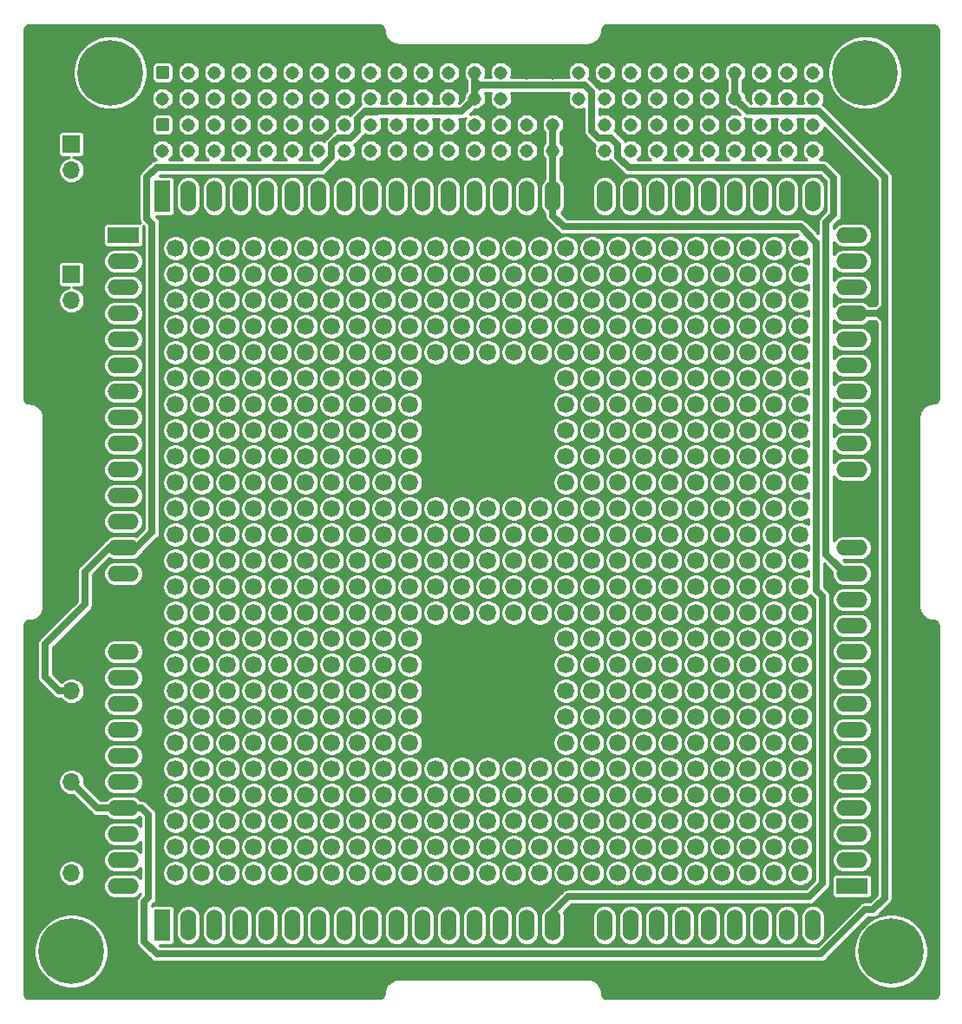
<source format=gbl>
G04 #@! TF.GenerationSoftware,KiCad,Pcbnew,(5.1.6)-1*
G04 #@! TF.CreationDate,2020-06-25T15:36:58+02:00*
G04 #@! TF.ProjectId,board_zero,626f6172-645f-47a6-9572-6f2e6b696361,1.0*
G04 #@! TF.SameCoordinates,Original*
G04 #@! TF.FileFunction,Copper,L4,Bot*
G04 #@! TF.FilePolarity,Positive*
%FSLAX46Y46*%
G04 Gerber Fmt 4.6, Leading zero omitted, Abs format (unit mm)*
G04 Created by KiCad (PCBNEW (5.1.6)-1) date 2020-06-25 15:36:58*
%MOMM*%
%LPD*%
G01*
G04 APERTURE LIST*
G04 #@! TA.AperFunction,ComponentPad*
%ADD10R,1.700000X1.700000*%
G04 #@! TD*
G04 #@! TA.AperFunction,ComponentPad*
%ADD11O,1.700000X1.700000*%
G04 #@! TD*
G04 #@! TA.AperFunction,ComponentPad*
%ADD12C,1.685000*%
G04 #@! TD*
G04 #@! TA.AperFunction,ComponentPad*
%ADD13C,1.310000*%
G04 #@! TD*
G04 #@! TA.AperFunction,ComponentPad*
%ADD14C,0.800000*%
G04 #@! TD*
G04 #@! TA.AperFunction,ComponentPad*
%ADD15C,6.400000*%
G04 #@! TD*
G04 #@! TA.AperFunction,ComponentPad*
%ADD16R,1.524000X3.048000*%
G04 #@! TD*
G04 #@! TA.AperFunction,ComponentPad*
%ADD17O,1.524000X3.048000*%
G04 #@! TD*
G04 #@! TA.AperFunction,ComponentPad*
%ADD18R,3.048000X1.524000*%
G04 #@! TD*
G04 #@! TA.AperFunction,ComponentPad*
%ADD19O,3.048000X1.524000*%
G04 #@! TD*
G04 #@! TA.AperFunction,Conductor*
%ADD20C,0.700000*%
G04 #@! TD*
G04 #@! TA.AperFunction,Conductor*
%ADD21C,0.250000*%
G04 #@! TD*
G04 APERTURE END LIST*
D10*
X26670000Y-104140000D03*
D11*
X26670000Y-106680000D03*
D10*
X26670000Y-95250000D03*
D11*
X26670000Y-97790000D03*
D10*
X26670000Y-86360000D03*
D11*
X26670000Y-88900000D03*
D10*
X26670000Y-35560000D03*
D11*
X26670000Y-38100000D03*
D10*
X26670000Y-48260000D03*
D11*
X26670000Y-50800000D03*
D12*
X36830000Y-45720000D03*
X39370000Y-45720000D03*
X41910000Y-45720000D03*
X44450000Y-45720000D03*
X46990000Y-45720000D03*
X49530000Y-45720000D03*
X52070000Y-45720000D03*
X54610000Y-45720000D03*
X57150000Y-45720000D03*
X59690000Y-45720000D03*
X62230000Y-45720000D03*
X64770000Y-45720000D03*
X67310000Y-45720000D03*
X69850000Y-45720000D03*
X72390000Y-45720000D03*
X74930000Y-45720000D03*
X77470000Y-45720000D03*
X80010000Y-45720000D03*
X82550000Y-45720000D03*
X85090000Y-45720000D03*
X87630000Y-45720000D03*
X90170000Y-45720000D03*
X92710000Y-45720000D03*
X95250000Y-45720000D03*
X97790000Y-45720000D03*
X36830000Y-48260000D03*
X39370000Y-48260000D03*
X41910000Y-48260000D03*
X44450000Y-48260000D03*
X46990000Y-48260000D03*
X49530000Y-48260000D03*
X52070000Y-48260000D03*
X54610000Y-48260000D03*
X57150000Y-48260000D03*
X59690000Y-48260000D03*
X62230000Y-48260000D03*
X64770000Y-48260000D03*
X67310000Y-48260000D03*
X69850000Y-48260000D03*
X72390000Y-48260000D03*
X74930000Y-48260000D03*
X77470000Y-48260000D03*
X80010000Y-48260000D03*
X82550000Y-48260000D03*
X85090000Y-48260000D03*
X87630000Y-48260000D03*
X90170000Y-48260000D03*
X92710000Y-48260000D03*
X95250000Y-48260000D03*
X97790000Y-48260000D03*
X36830000Y-50800000D03*
X39370000Y-50800000D03*
X41910000Y-50800000D03*
X44450000Y-50800000D03*
X46990000Y-50800000D03*
X49530000Y-50800000D03*
X52070000Y-50800000D03*
X54610000Y-50800000D03*
X57150000Y-50800000D03*
X59690000Y-50800000D03*
X62230000Y-50800000D03*
X64770000Y-50800000D03*
X67310000Y-50800000D03*
X69850000Y-50800000D03*
X72390000Y-50800000D03*
X74930000Y-50800000D03*
X77470000Y-50800000D03*
X80010000Y-50800000D03*
X82550000Y-50800000D03*
X85090000Y-50800000D03*
X87630000Y-50800000D03*
X90170000Y-50800000D03*
X92710000Y-50800000D03*
X95250000Y-50800000D03*
X97790000Y-50800000D03*
X36830000Y-53340000D03*
X39370000Y-53340000D03*
X41910000Y-53340000D03*
X44450000Y-53340000D03*
X46990000Y-53340000D03*
X49530000Y-53340000D03*
X52070000Y-53340000D03*
X54610000Y-53340000D03*
X57150000Y-53340000D03*
X59690000Y-53340000D03*
X62230000Y-53340000D03*
X64770000Y-53340000D03*
X67310000Y-53340000D03*
X69850000Y-53340000D03*
X72390000Y-53340000D03*
X74930000Y-53340000D03*
X77470000Y-53340000D03*
X80010000Y-53340000D03*
X82550000Y-53340000D03*
X85090000Y-53340000D03*
X87630000Y-53340000D03*
X90170000Y-53340000D03*
X92710000Y-53340000D03*
X95250000Y-53340000D03*
X97790000Y-53340000D03*
X36830000Y-55880000D03*
X39370000Y-55880000D03*
X41910000Y-55880000D03*
X44450000Y-55880000D03*
X46990000Y-55880000D03*
X49530000Y-55880000D03*
X52070000Y-55880000D03*
X54610000Y-55880000D03*
X57150000Y-55880000D03*
X59690000Y-55880000D03*
X62230000Y-55880000D03*
X64770000Y-55880000D03*
X67310000Y-55880000D03*
X69850000Y-55880000D03*
X72390000Y-55880000D03*
X74930000Y-55880000D03*
X77470000Y-55880000D03*
X80010000Y-55880000D03*
X82550000Y-55880000D03*
X85090000Y-55880000D03*
X87630000Y-55880000D03*
X90170000Y-55880000D03*
X92710000Y-55880000D03*
X95250000Y-55880000D03*
X97790000Y-55880000D03*
X36830000Y-58420000D03*
X39370000Y-58420000D03*
X41910000Y-58420000D03*
X44450000Y-58420000D03*
X46990000Y-58420000D03*
X49530000Y-58420000D03*
X52070000Y-58420000D03*
X54610000Y-58420000D03*
X80010000Y-58420000D03*
X82550000Y-58420000D03*
X85090000Y-58420000D03*
X87630000Y-58420000D03*
X90170000Y-58420000D03*
X92710000Y-58420000D03*
X95250000Y-58420000D03*
X97790000Y-58420000D03*
X36830000Y-60960000D03*
X39370000Y-60960000D03*
X41910000Y-60960000D03*
X44450000Y-60960000D03*
X46990000Y-60960000D03*
X49530000Y-60960000D03*
X52070000Y-60960000D03*
X54610000Y-60960000D03*
X80010000Y-60960000D03*
X82550000Y-60960000D03*
X85090000Y-60960000D03*
X87630000Y-60960000D03*
X90170000Y-60960000D03*
X92710000Y-60960000D03*
X95250000Y-60960000D03*
X97790000Y-60960000D03*
X36830000Y-63500000D03*
X39370000Y-63500000D03*
X41910000Y-63500000D03*
X44450000Y-63500000D03*
X46990000Y-63500000D03*
X49530000Y-63500000D03*
X52070000Y-63500000D03*
X54610000Y-63500000D03*
X80010000Y-63500000D03*
X82550000Y-63500000D03*
X85090000Y-63500000D03*
X87630000Y-63500000D03*
X90170000Y-63500000D03*
X92710000Y-63500000D03*
X95250000Y-63500000D03*
X97790000Y-63500000D03*
X36830000Y-66040000D03*
X39370000Y-66040000D03*
X41910000Y-66040000D03*
X44450000Y-66040000D03*
X46990000Y-66040000D03*
X49530000Y-66040000D03*
X52070000Y-66040000D03*
X54610000Y-66040000D03*
X80010000Y-66040000D03*
X82550000Y-66040000D03*
X85090000Y-66040000D03*
X87630000Y-66040000D03*
X90170000Y-66040000D03*
X92710000Y-66040000D03*
X95250000Y-66040000D03*
X97790000Y-66040000D03*
X36830000Y-68580000D03*
X39370000Y-68580000D03*
X41910000Y-68580000D03*
X44450000Y-68580000D03*
X46990000Y-68580000D03*
X49530000Y-68580000D03*
X52070000Y-68580000D03*
X54610000Y-68580000D03*
X57150000Y-68580000D03*
X59690000Y-68580000D03*
X74930000Y-68580000D03*
X77470000Y-68580000D03*
X80010000Y-68580000D03*
X82550000Y-68580000D03*
X85090000Y-68580000D03*
X87630000Y-68580000D03*
X90170000Y-68580000D03*
X92710000Y-68580000D03*
X95250000Y-68580000D03*
X97790000Y-68580000D03*
X36830000Y-71120000D03*
X39370000Y-71120000D03*
X41910000Y-71120000D03*
X44450000Y-71120000D03*
X46990000Y-71120000D03*
X49530000Y-71120000D03*
X52070000Y-71120000D03*
X54610000Y-71120000D03*
X57150000Y-71120000D03*
X59690000Y-71120000D03*
X62230000Y-71120000D03*
X64770000Y-71120000D03*
X67310000Y-71120000D03*
X69850000Y-71120000D03*
X72390000Y-71120000D03*
X74930000Y-71120000D03*
X77470000Y-71120000D03*
X80010000Y-71120000D03*
X82550000Y-71120000D03*
X85090000Y-71120000D03*
X87630000Y-71120000D03*
X90170000Y-71120000D03*
X92710000Y-71120000D03*
X95250000Y-71120000D03*
X97790000Y-71120000D03*
X36830000Y-73660000D03*
X39370000Y-73660000D03*
X41910000Y-73660000D03*
X44450000Y-73660000D03*
X46990000Y-73660000D03*
X49530000Y-73660000D03*
X52070000Y-73660000D03*
X54610000Y-73660000D03*
X57150000Y-73660000D03*
X59690000Y-73660000D03*
X62230000Y-73660000D03*
X64770000Y-73660000D03*
X67310000Y-73660000D03*
X69850000Y-73660000D03*
X72390000Y-73660000D03*
X74930000Y-73660000D03*
X77470000Y-73660000D03*
X80010000Y-73660000D03*
X82550000Y-73660000D03*
X85090000Y-73660000D03*
X87630000Y-73660000D03*
X90170000Y-73660000D03*
X92710000Y-73660000D03*
X95250000Y-73660000D03*
X97790000Y-73660000D03*
X36830000Y-76200000D03*
X39370000Y-76200000D03*
X41910000Y-76200000D03*
X44450000Y-76200000D03*
X46990000Y-76200000D03*
X49530000Y-76200000D03*
X52070000Y-76200000D03*
X54610000Y-76200000D03*
X57150000Y-76200000D03*
X59690000Y-76200000D03*
X62230000Y-76200000D03*
X64770000Y-76200000D03*
X67310000Y-76200000D03*
X69850000Y-76200000D03*
X72390000Y-76200000D03*
X74930000Y-76200000D03*
X77470000Y-76200000D03*
X80010000Y-76200000D03*
X82550000Y-76200000D03*
X85090000Y-76200000D03*
X87630000Y-76200000D03*
X90170000Y-76200000D03*
X92710000Y-76200000D03*
X95250000Y-76200000D03*
X97790000Y-76200000D03*
X36830000Y-78740000D03*
X39370000Y-78740000D03*
X41910000Y-78740000D03*
X44450000Y-78740000D03*
X46990000Y-78740000D03*
X49530000Y-78740000D03*
X52070000Y-78740000D03*
X54610000Y-78740000D03*
X57150000Y-78740000D03*
X59690000Y-78740000D03*
X62230000Y-78740000D03*
X64770000Y-78740000D03*
X67310000Y-78740000D03*
X69850000Y-78740000D03*
X72390000Y-78740000D03*
X74930000Y-78740000D03*
X77470000Y-78740000D03*
X80010000Y-78740000D03*
X82550000Y-78740000D03*
X85090000Y-78740000D03*
X87630000Y-78740000D03*
X90170000Y-78740000D03*
X92710000Y-78740000D03*
X95250000Y-78740000D03*
X97790000Y-78740000D03*
X36830000Y-81280000D03*
X39370000Y-81280000D03*
X41910000Y-81280000D03*
X44450000Y-81280000D03*
X46990000Y-81280000D03*
X49530000Y-81280000D03*
X52070000Y-81280000D03*
X54610000Y-81280000D03*
X57150000Y-81280000D03*
X59690000Y-81280000D03*
X62230000Y-81280000D03*
X64770000Y-81280000D03*
X67310000Y-81280000D03*
X69850000Y-81280000D03*
X72390000Y-81280000D03*
X74930000Y-81280000D03*
X77470000Y-81280000D03*
X80010000Y-81280000D03*
X82550000Y-81280000D03*
X85090000Y-81280000D03*
X87630000Y-81280000D03*
X90170000Y-81280000D03*
X92710000Y-81280000D03*
X95250000Y-81280000D03*
X97790000Y-81280000D03*
X36830000Y-83820000D03*
X39370000Y-83820000D03*
X41910000Y-83820000D03*
X44450000Y-83820000D03*
X46990000Y-83820000D03*
X49530000Y-83820000D03*
X52070000Y-83820000D03*
X54610000Y-83820000D03*
X80010000Y-83820000D03*
X82550000Y-83820000D03*
X85090000Y-83820000D03*
X87630000Y-83820000D03*
X90170000Y-83820000D03*
X92710000Y-83820000D03*
X95250000Y-83820000D03*
X97790000Y-83820000D03*
X36830000Y-86360000D03*
X39370000Y-86360000D03*
X41910000Y-86360000D03*
X44450000Y-86360000D03*
X46990000Y-86360000D03*
X49530000Y-86360000D03*
X52070000Y-86360000D03*
X54610000Y-86360000D03*
X80010000Y-86360000D03*
X82550000Y-86360000D03*
X85090000Y-86360000D03*
X87630000Y-86360000D03*
X90170000Y-86360000D03*
X92710000Y-86360000D03*
X95250000Y-86360000D03*
X97790000Y-86360000D03*
X36830000Y-88900000D03*
X39370000Y-88900000D03*
X41910000Y-88900000D03*
X44450000Y-88900000D03*
X46990000Y-88900000D03*
X49530000Y-88900000D03*
X52070000Y-88900000D03*
X54610000Y-88900000D03*
X80010000Y-88900000D03*
X82550000Y-88900000D03*
X85090000Y-88900000D03*
X87630000Y-88900000D03*
X90170000Y-88900000D03*
X92710000Y-88900000D03*
X95250000Y-88900000D03*
X97790000Y-88900000D03*
X36830000Y-91440000D03*
X39370000Y-91440000D03*
X41910000Y-91440000D03*
X44450000Y-91440000D03*
X46990000Y-91440000D03*
X49530000Y-91440000D03*
X52070000Y-91440000D03*
X54610000Y-91440000D03*
X80010000Y-91440000D03*
X82550000Y-91440000D03*
X85090000Y-91440000D03*
X87630000Y-91440000D03*
X90170000Y-91440000D03*
X92710000Y-91440000D03*
X95250000Y-91440000D03*
X97790000Y-91440000D03*
X36830000Y-93980000D03*
X39370000Y-93980000D03*
X41910000Y-93980000D03*
X44450000Y-93980000D03*
X46990000Y-93980000D03*
X49530000Y-93980000D03*
X52070000Y-93980000D03*
X54610000Y-93980000D03*
X80010000Y-93980000D03*
X82550000Y-93980000D03*
X85090000Y-93980000D03*
X87630000Y-93980000D03*
X90170000Y-93980000D03*
X92710000Y-93980000D03*
X95250000Y-93980000D03*
X97790000Y-93980000D03*
X36830000Y-96520000D03*
X39370000Y-96520000D03*
X41910000Y-96520000D03*
X44450000Y-96520000D03*
X46990000Y-96520000D03*
X49530000Y-96520000D03*
X52070000Y-96520000D03*
X54610000Y-96520000D03*
X57150000Y-96520000D03*
X59690000Y-96520000D03*
X74930000Y-96520000D03*
X77470000Y-96520000D03*
X80010000Y-96520000D03*
X82550000Y-96520000D03*
X85090000Y-96520000D03*
X87630000Y-96520000D03*
X90170000Y-96520000D03*
X92710000Y-96520000D03*
X95250000Y-96520000D03*
X97790000Y-96520000D03*
X36830000Y-99060000D03*
X39370000Y-99060000D03*
X41910000Y-99060000D03*
X44450000Y-99060000D03*
X46990000Y-99060000D03*
X49530000Y-99060000D03*
X52070000Y-99060000D03*
X54610000Y-99060000D03*
X57150000Y-99060000D03*
X59690000Y-99060000D03*
X62230000Y-99060000D03*
X64770000Y-99060000D03*
X67310000Y-99060000D03*
X69850000Y-99060000D03*
X72390000Y-99060000D03*
X74930000Y-99060000D03*
X77470000Y-99060000D03*
X80010000Y-99060000D03*
X82550000Y-99060000D03*
X85090000Y-99060000D03*
X87630000Y-99060000D03*
X90170000Y-99060000D03*
X92710000Y-99060000D03*
X95250000Y-99060000D03*
X97790000Y-99060000D03*
X36830000Y-101600000D03*
X39370000Y-101600000D03*
X41910000Y-101600000D03*
X44450000Y-101600000D03*
X46990000Y-101600000D03*
X49530000Y-101600000D03*
X52070000Y-101600000D03*
X54610000Y-101600000D03*
X57150000Y-101600000D03*
X59690000Y-101600000D03*
X62230000Y-101600000D03*
X64770000Y-101600000D03*
X67310000Y-101600000D03*
X69850000Y-101600000D03*
X72390000Y-101600000D03*
X74930000Y-101600000D03*
X77470000Y-101600000D03*
X80010000Y-101600000D03*
X82550000Y-101600000D03*
X85090000Y-101600000D03*
X87630000Y-101600000D03*
X90170000Y-101600000D03*
X92710000Y-101600000D03*
X95250000Y-101600000D03*
X97790000Y-101600000D03*
X36830000Y-104140000D03*
X39370000Y-104140000D03*
X41910000Y-104140000D03*
X44450000Y-104140000D03*
X46990000Y-104140000D03*
X49530000Y-104140000D03*
X52070000Y-104140000D03*
X54610000Y-104140000D03*
X57150000Y-104140000D03*
X59690000Y-104140000D03*
X62230000Y-104140000D03*
X64770000Y-104140000D03*
X67310000Y-104140000D03*
X69850000Y-104140000D03*
X72390000Y-104140000D03*
X74930000Y-104140000D03*
X77470000Y-104140000D03*
X80010000Y-104140000D03*
X82550000Y-104140000D03*
X85090000Y-104140000D03*
X87630000Y-104140000D03*
X90170000Y-104140000D03*
X92710000Y-104140000D03*
X95250000Y-104140000D03*
X97790000Y-104140000D03*
X36830000Y-106680000D03*
X39370000Y-106680000D03*
X41910000Y-106680000D03*
X44450000Y-106680000D03*
X46990000Y-106680000D03*
X49530000Y-106680000D03*
X52070000Y-106680000D03*
X54610000Y-106680000D03*
X57150000Y-106680000D03*
X59690000Y-106680000D03*
X62230000Y-106680000D03*
X64770000Y-106680000D03*
X67310000Y-106680000D03*
X69850000Y-106680000D03*
X72390000Y-106680000D03*
X74930000Y-106680000D03*
X77470000Y-106680000D03*
X80010000Y-106680000D03*
X82550000Y-106680000D03*
X85090000Y-106680000D03*
X87630000Y-106680000D03*
X90170000Y-106680000D03*
X92710000Y-106680000D03*
X95250000Y-106680000D03*
X97790000Y-106680000D03*
X62230000Y-96520000D03*
X64770000Y-96520000D03*
X67310000Y-96520000D03*
X69850000Y-96520000D03*
X72390000Y-96520000D03*
X57150000Y-93980000D03*
X59690000Y-93980000D03*
X74930000Y-93980000D03*
X77470000Y-93980000D03*
D13*
X99060000Y-36195000D03*
X96520000Y-36195000D03*
X93980000Y-36195000D03*
X91440000Y-36195000D03*
X88900000Y-36195000D03*
X86360000Y-36195000D03*
X83820000Y-36195000D03*
X81280000Y-36195000D03*
X78740000Y-36195000D03*
X76200000Y-36195000D03*
X73660000Y-36195000D03*
X71120000Y-36195000D03*
X68580000Y-36195000D03*
X66040000Y-36195000D03*
X63500000Y-36195000D03*
X60960000Y-36195000D03*
X58420000Y-36195000D03*
X55880000Y-36195000D03*
X53340000Y-36195000D03*
X50800000Y-36195000D03*
X48260000Y-36195000D03*
X45720000Y-36195000D03*
X43180000Y-36195000D03*
X40640000Y-36195000D03*
X38100000Y-36195000D03*
X35560000Y-36195000D03*
X99060000Y-33655000D03*
X96520000Y-33655000D03*
X93980000Y-33655000D03*
X91440000Y-33655000D03*
X88900000Y-33655000D03*
X86360000Y-33655000D03*
X83820000Y-33655000D03*
X81280000Y-33655000D03*
X78740000Y-33655000D03*
X76200000Y-33655000D03*
X73660000Y-33655000D03*
X71120000Y-33655000D03*
X68580000Y-33655000D03*
X66040000Y-33655000D03*
X63500000Y-33655000D03*
X60960000Y-33655000D03*
X58420000Y-33655000D03*
X55880000Y-33655000D03*
X53340000Y-33655000D03*
X50800000Y-33655000D03*
X48260000Y-33655000D03*
X45720000Y-33655000D03*
X43180000Y-33655000D03*
X40640000Y-33655000D03*
X38100000Y-33655000D03*
G04 #@! TA.AperFunction,ComponentPad*
G36*
G01*
X34905000Y-34060000D02*
X34905000Y-33250000D01*
G75*
G02*
X35155000Y-33000000I250000J0D01*
G01*
X35965000Y-33000000D01*
G75*
G02*
X36215000Y-33250000I0J-250000D01*
G01*
X36215000Y-34060000D01*
G75*
G02*
X35965000Y-34310000I-250000J0D01*
G01*
X35155000Y-34310000D01*
G75*
G02*
X34905000Y-34060000I0J250000D01*
G01*
G37*
G04 #@! TD.AperFunction*
X99060000Y-31115000D03*
X96520000Y-31115000D03*
X93980000Y-31115000D03*
X91440000Y-31115000D03*
X88900000Y-31115000D03*
X86360000Y-31115000D03*
X83820000Y-31115000D03*
X81280000Y-31115000D03*
X78740000Y-31115000D03*
X76200000Y-31115000D03*
X73660000Y-31115000D03*
X71120000Y-31115000D03*
X68580000Y-31115000D03*
X66040000Y-31115000D03*
X63500000Y-31115000D03*
X60960000Y-31115000D03*
X58420000Y-31115000D03*
X55880000Y-31115000D03*
X53340000Y-31115000D03*
X50800000Y-31115000D03*
X48260000Y-31115000D03*
X45720000Y-31115000D03*
X43180000Y-31115000D03*
X40640000Y-31115000D03*
X38100000Y-31115000D03*
X35560000Y-31115000D03*
X99060000Y-28575000D03*
X96520000Y-28575000D03*
X93980000Y-28575000D03*
X91440000Y-28575000D03*
X88900000Y-28575000D03*
X86360000Y-28575000D03*
X83820000Y-28575000D03*
X81280000Y-28575000D03*
X78740000Y-28575000D03*
X76200000Y-28575000D03*
X73660000Y-28575000D03*
X71120000Y-28575000D03*
X68580000Y-28575000D03*
X66040000Y-28575000D03*
X63500000Y-28575000D03*
X60960000Y-28575000D03*
X58420000Y-28575000D03*
X55880000Y-28575000D03*
X53340000Y-28575000D03*
X50800000Y-28575000D03*
X48260000Y-28575000D03*
X45720000Y-28575000D03*
X43180000Y-28575000D03*
X40640000Y-28575000D03*
X38100000Y-28575000D03*
G04 #@! TA.AperFunction,ComponentPad*
G36*
G01*
X34905000Y-28980000D02*
X34905000Y-28170000D01*
G75*
G02*
X35155000Y-27920000I250000J0D01*
G01*
X35965000Y-27920000D01*
G75*
G02*
X36215000Y-28170000I0J-250000D01*
G01*
X36215000Y-28980000D01*
G75*
G02*
X35965000Y-29230000I-250000J0D01*
G01*
X35155000Y-29230000D01*
G75*
G02*
X34905000Y-28980000I0J250000D01*
G01*
G37*
G04 #@! TD.AperFunction*
D12*
X77470000Y-58420000D03*
X74930000Y-58420000D03*
X77470000Y-60960000D03*
X74930000Y-60960000D03*
X77470000Y-63500000D03*
X74930000Y-63500000D03*
X77470000Y-66040000D03*
X74930000Y-66040000D03*
X59690000Y-66040000D03*
X57150000Y-66040000D03*
X59690000Y-63500000D03*
X57150000Y-63500000D03*
X59690000Y-60960000D03*
X57150000Y-60960000D03*
X59690000Y-58420000D03*
X57150000Y-58420000D03*
X77470000Y-83820000D03*
X74930000Y-83820000D03*
X77470000Y-86360000D03*
X74930000Y-86360000D03*
X77470000Y-88900000D03*
X74930000Y-88900000D03*
X77470000Y-91440000D03*
X74930000Y-91440000D03*
X59690000Y-91440000D03*
X57150000Y-91440000D03*
X59690000Y-88900000D03*
X57150000Y-88900000D03*
X59690000Y-86360000D03*
X57150000Y-86360000D03*
X59690000Y-83820000D03*
X57150000Y-83820000D03*
D14*
X28367056Y-112602944D03*
X26670000Y-111900000D03*
X24972944Y-112602944D03*
X24270000Y-114300000D03*
X24972944Y-115997056D03*
X26670000Y-116700000D03*
X28367056Y-115997056D03*
X29070000Y-114300000D03*
D15*
X26670000Y-114300000D03*
D14*
X108377056Y-112602944D03*
X106680000Y-111900000D03*
X104982944Y-112602944D03*
X104280000Y-114300000D03*
X104982944Y-115997056D03*
X106680000Y-116700000D03*
X108377056Y-115997056D03*
X109080000Y-114300000D03*
D15*
X106680000Y-114300000D03*
D14*
X105837056Y-26877944D03*
X104140000Y-26175000D03*
X102442944Y-26877944D03*
X101740000Y-28575000D03*
X102442944Y-30272056D03*
X104140000Y-30975000D03*
X105837056Y-30272056D03*
X106540000Y-28575000D03*
D15*
X104140000Y-28575000D03*
D14*
X32177056Y-26877944D03*
X30480000Y-26175000D03*
X28782944Y-26877944D03*
X28080000Y-28575000D03*
X28782944Y-30272056D03*
X30480000Y-30975000D03*
X32177056Y-30272056D03*
X32880000Y-28575000D03*
D15*
X30480000Y-28575000D03*
D16*
X35560000Y-111760000D03*
D17*
X38100000Y-111760000D03*
X40640000Y-111760000D03*
X43180000Y-111760000D03*
X45720000Y-111760000D03*
X48260000Y-111760000D03*
X50800000Y-111760000D03*
X53340000Y-111760000D03*
X55880000Y-111760000D03*
X58420000Y-111760000D03*
X60960000Y-111760000D03*
X63500000Y-111760000D03*
X66040000Y-111760000D03*
X68580000Y-111760000D03*
X71120000Y-111760000D03*
X73660000Y-111760000D03*
X76200000Y-111760000D03*
X78740000Y-111760000D03*
X81280000Y-111760000D03*
X83820000Y-111760000D03*
X86360000Y-111760000D03*
X88900000Y-111760000D03*
X91440000Y-111760000D03*
X93980000Y-111760000D03*
X96520000Y-111760000D03*
X99060000Y-111760000D03*
D18*
X102870000Y-107950000D03*
D19*
X102870000Y-105410000D03*
X102870000Y-102870000D03*
X102870000Y-100330000D03*
X102870000Y-97790000D03*
X102870000Y-95250000D03*
X102870000Y-92710000D03*
X102870000Y-90170000D03*
X102870000Y-87630000D03*
X102870000Y-85090000D03*
X102870000Y-82550000D03*
X102870000Y-80010000D03*
X102870000Y-77470000D03*
X102870000Y-74930000D03*
X102870000Y-72390000D03*
X102870000Y-69850000D03*
X102870000Y-67310000D03*
X102870000Y-64770000D03*
X102870000Y-62230000D03*
X102870000Y-59690000D03*
X102870000Y-57150000D03*
X102870000Y-54610000D03*
X102870000Y-52070000D03*
X102870000Y-49530000D03*
X102870000Y-46990000D03*
X102870000Y-44450000D03*
X31750000Y-107950000D03*
X31750000Y-105410000D03*
X31750000Y-102870000D03*
X31750000Y-100330000D03*
X31750000Y-97790000D03*
X31750000Y-95250000D03*
X31750000Y-92710000D03*
X31750000Y-90170000D03*
X31750000Y-87630000D03*
X31750000Y-85090000D03*
X31750000Y-82550000D03*
X31750000Y-80010000D03*
X31750000Y-77470000D03*
X31750000Y-74930000D03*
X31750000Y-72390000D03*
X31750000Y-69850000D03*
X31750000Y-67310000D03*
X31750000Y-64770000D03*
X31750000Y-62230000D03*
X31750000Y-59690000D03*
X31750000Y-57150000D03*
X31750000Y-54610000D03*
X31750000Y-52070000D03*
X31750000Y-49530000D03*
X31750000Y-46990000D03*
D18*
X31750000Y-44450000D03*
D16*
X35560000Y-40640000D03*
D17*
X38100000Y-40640000D03*
X40640000Y-40640000D03*
X43180000Y-40640000D03*
X45720000Y-40640000D03*
X48260000Y-40640000D03*
X50800000Y-40640000D03*
X53340000Y-40640000D03*
X55880000Y-40640000D03*
X58420000Y-40640000D03*
X60960000Y-40640000D03*
X63500000Y-40640000D03*
X66040000Y-40640000D03*
X68580000Y-40640000D03*
X71120000Y-40640000D03*
X73660000Y-40640000D03*
X76200000Y-40640000D03*
X78740000Y-40640000D03*
X81280000Y-40640000D03*
X83820000Y-40640000D03*
X86360000Y-40640000D03*
X88900000Y-40640000D03*
X91440000Y-40640000D03*
X93980000Y-40640000D03*
X96520000Y-40640000D03*
X99060000Y-40640000D03*
D20*
X73660000Y-33655000D02*
X73660000Y-36195000D01*
X73660000Y-40640000D02*
X73660000Y-36195000D01*
X98679000Y-108966000D02*
X75184000Y-108966000D01*
X99379990Y-79059990D02*
X99949000Y-79629000D01*
X99949000Y-107696000D02*
X98679000Y-108966000D01*
X99949000Y-79629000D02*
X99949000Y-107696000D01*
X73660000Y-40640000D02*
X73660000Y-42545000D01*
X73660000Y-42545000D02*
X74739500Y-43624500D01*
X73660000Y-110490000D02*
X73660000Y-111760000D01*
X74739500Y-43624500D02*
X97829402Y-43624500D01*
X97829402Y-43624500D02*
X99379990Y-45175088D01*
X75184000Y-108966000D02*
X73660000Y-110490000D01*
X99379990Y-45175088D02*
X99379990Y-79059990D01*
X91440000Y-30480000D02*
X91440000Y-31115000D01*
X91440000Y-28575000D02*
X91440000Y-29210000D01*
X91440000Y-29210000D02*
X91440000Y-30480000D01*
X91440000Y-31115000D02*
X92695001Y-32370001D01*
X106045000Y-38782598D02*
X106045000Y-50673000D01*
X92695001Y-32370001D02*
X99632403Y-32370001D01*
X99632403Y-32370001D02*
X106045000Y-38782598D01*
X105410000Y-52070000D02*
X106045000Y-51435000D01*
X102870000Y-52070000D02*
X105156000Y-52070000D01*
X105156000Y-52070000D02*
X105918000Y-52070000D01*
X106045000Y-51943000D02*
X106045000Y-51435000D01*
X106045000Y-51435000D02*
X106045000Y-50673000D01*
X105410000Y-52070000D02*
X106045000Y-52705000D01*
X105156000Y-52070000D02*
X105410000Y-52070000D01*
X106045000Y-52705000D02*
X106045000Y-51943000D01*
X104902000Y-110236000D02*
X106045000Y-109093000D01*
X104140000Y-110236000D02*
X104902000Y-110236000D01*
X99822000Y-114554000D02*
X104140000Y-110236000D01*
X34987998Y-114554000D02*
X99822000Y-114554000D01*
X31750000Y-100330000D02*
X33528000Y-100330000D01*
X33782000Y-113348002D02*
X34987998Y-114554000D01*
X34197999Y-100999999D02*
X34197999Y-109058001D01*
X33528000Y-100330000D02*
X34197999Y-100999999D01*
X34197999Y-109058001D02*
X33782000Y-109474000D01*
X33782000Y-109474000D02*
X33782000Y-113348002D01*
X106045000Y-53975000D02*
X106045000Y-52705000D01*
X106045000Y-109093000D02*
X106045000Y-56515000D01*
X106045000Y-56515000D02*
X106045000Y-55245000D01*
X106045000Y-55245000D02*
X106045000Y-53975000D01*
X29210000Y-100330000D02*
X26670000Y-97790000D01*
X31750000Y-100330000D02*
X29210000Y-100330000D01*
X55797997Y-32370001D02*
X55767999Y-32399999D01*
X56452403Y-32399999D02*
X55767999Y-32399999D01*
X55767999Y-32399999D02*
X55277599Y-32399999D01*
X55307597Y-32370001D02*
X55277599Y-32399999D01*
X64784999Y-32370001D02*
X63641999Y-32370001D01*
X66040000Y-31115000D02*
X64784999Y-32370001D01*
X63641999Y-32370001D02*
X55307597Y-32370001D01*
X76772403Y-29830001D02*
X77455001Y-30512599D01*
X77455001Y-30512599D02*
X77455001Y-33767001D01*
X77455001Y-33767001D02*
X77455001Y-33052599D01*
X66040000Y-28575000D02*
X66040000Y-29464000D01*
X66040000Y-29464000D02*
X66040000Y-29972000D01*
X68007597Y-29830001D02*
X68438001Y-29830001D01*
X68438001Y-29830001D02*
X76772403Y-29830001D01*
X66406001Y-29830001D02*
X66040000Y-29464000D01*
X68438001Y-29830001D02*
X66406001Y-29830001D01*
X66406001Y-29859999D02*
X66040000Y-30226000D01*
X66406001Y-29830001D02*
X66406001Y-29859999D01*
X66040000Y-29972000D02*
X66040000Y-30226000D01*
X66040000Y-30226000D02*
X66040000Y-31115000D01*
X77455001Y-34275001D02*
X77455001Y-33767001D01*
X78119999Y-34939999D02*
X77455001Y-34275001D01*
X100330000Y-43180000D02*
X101092000Y-42418000D01*
X101092000Y-38862000D02*
X100076000Y-37846000D01*
X100330000Y-75565000D02*
X100330000Y-43180000D01*
X102235000Y-77470000D02*
X100330000Y-75565000D01*
X101092000Y-42418000D02*
X101092000Y-38862000D01*
X102870000Y-77470000D02*
X102235000Y-77470000D01*
X100076000Y-37846000D02*
X81073598Y-37846000D01*
X81073598Y-37846000D02*
X80024999Y-36797401D01*
X80024999Y-36797401D02*
X80024999Y-35622597D01*
X80024999Y-35622597D02*
X79342401Y-34939999D01*
X79342401Y-34939999D02*
X78119999Y-34939999D01*
X54595001Y-33082597D02*
X55277599Y-32399999D01*
X54595001Y-34257401D02*
X54595001Y-33082597D01*
X34544000Y-73406000D02*
X34544000Y-43307000D01*
X53912403Y-34939999D02*
X54595001Y-34257401D01*
X34036000Y-42799000D02*
X34036000Y-38797998D01*
X34544000Y-43307000D02*
X34036000Y-42799000D01*
X34987998Y-37846000D02*
X51006402Y-37846000D01*
X33020000Y-74930000D02*
X34544000Y-73406000D01*
X52055001Y-36797401D02*
X52055001Y-35592599D01*
X31750000Y-74930000D02*
X33020000Y-74930000D01*
X34036000Y-38797998D02*
X34987998Y-37846000D01*
X51006402Y-37846000D02*
X52055001Y-36797401D01*
X52055001Y-35592599D02*
X52707601Y-34939999D01*
X52707601Y-34939999D02*
X53912403Y-34939999D01*
X25467919Y-88900000D02*
X26670000Y-88900000D01*
X24130000Y-87562081D02*
X25467919Y-88900000D01*
X30331828Y-74930000D02*
X27992914Y-77268914D01*
X31750000Y-74930000D02*
X30331828Y-74930000D01*
X24130000Y-84328000D02*
X24130000Y-87562081D01*
X27992914Y-77268914D02*
X27992914Y-80465086D01*
X27992914Y-80465086D02*
X24130000Y-84328000D01*
D21*
G36*
X56797803Y-23981328D02*
G01*
X56886595Y-24008136D01*
X56968484Y-24051678D01*
X57040357Y-24110296D01*
X57099478Y-24181760D01*
X57143589Y-24263342D01*
X57171015Y-24351942D01*
X57185059Y-24485557D01*
X57184978Y-24497202D01*
X57185625Y-24503803D01*
X57205057Y-24688679D01*
X57213714Y-24730854D01*
X57221780Y-24773137D01*
X57223697Y-24779486D01*
X57278667Y-24957068D01*
X57295348Y-24996751D01*
X57311479Y-25036677D01*
X57314593Y-25042532D01*
X57403010Y-25206054D01*
X57427077Y-25241736D01*
X57450656Y-25277768D01*
X57454846Y-25282905D01*
X57454849Y-25282909D01*
X57454853Y-25282913D01*
X57573342Y-25426142D01*
X57603888Y-25456476D01*
X57634013Y-25487238D01*
X57639117Y-25491460D01*
X57639121Y-25491464D01*
X57639123Y-25491465D01*
X57783182Y-25608956D01*
X57819008Y-25632759D01*
X57854560Y-25657102D01*
X57860394Y-25660256D01*
X58024529Y-25747529D01*
X58064326Y-25763932D01*
X58103904Y-25780896D01*
X58110240Y-25782857D01*
X58288201Y-25836587D01*
X58330443Y-25844951D01*
X58372545Y-25853900D01*
X58379137Y-25854593D01*
X58379141Y-25854593D01*
X58564148Y-25872733D01*
X58564150Y-25872733D01*
X58587168Y-25875000D01*
X77048832Y-25875000D01*
X77069331Y-25872981D01*
X77075202Y-25873022D01*
X77081803Y-25872375D01*
X77266679Y-25852943D01*
X77308854Y-25844286D01*
X77351137Y-25836220D01*
X77357486Y-25834303D01*
X77535068Y-25779333D01*
X77574751Y-25762652D01*
X77614677Y-25746521D01*
X77620532Y-25743407D01*
X77784054Y-25654990D01*
X77819736Y-25630923D01*
X77855768Y-25607344D01*
X77860905Y-25603154D01*
X77860909Y-25603151D01*
X77860913Y-25603147D01*
X78004142Y-25484658D01*
X78034476Y-25454112D01*
X78065238Y-25423987D01*
X78069460Y-25418883D01*
X78069464Y-25418879D01*
X78069467Y-25418875D01*
X78186956Y-25274818D01*
X78210759Y-25238992D01*
X78235102Y-25203440D01*
X78238256Y-25197606D01*
X78325529Y-25033471D01*
X78341932Y-24993674D01*
X78358896Y-24954096D01*
X78360857Y-24947760D01*
X78414587Y-24769799D01*
X78422951Y-24727557D01*
X78431900Y-24685455D01*
X78432593Y-24678859D01*
X78450733Y-24493852D01*
X78450733Y-24493851D01*
X78464328Y-24355197D01*
X78491136Y-24266405D01*
X78534678Y-24184516D01*
X78593296Y-24112643D01*
X78664760Y-24053522D01*
X78746342Y-24009411D01*
X78834942Y-23981985D01*
X78948965Y-23970000D01*
X110784270Y-23970000D01*
X110899803Y-23981328D01*
X110988595Y-24008136D01*
X111070484Y-24051678D01*
X111142357Y-24110296D01*
X111201478Y-24181760D01*
X111245589Y-24263342D01*
X111273015Y-24351942D01*
X111285000Y-24465965D01*
X111285001Y-60314460D01*
X111273672Y-60430003D01*
X111246864Y-60518794D01*
X111203323Y-60600682D01*
X111144703Y-60672558D01*
X111073241Y-60731677D01*
X110991658Y-60775789D01*
X110903058Y-60803215D01*
X110769442Y-60817259D01*
X110757797Y-60817178D01*
X110751197Y-60817825D01*
X110566320Y-60837257D01*
X110524139Y-60845916D01*
X110481862Y-60853980D01*
X110475513Y-60855897D01*
X110297932Y-60910867D01*
X110258237Y-60927553D01*
X110218323Y-60943679D01*
X110212467Y-60946793D01*
X110048946Y-61035210D01*
X110013264Y-61059277D01*
X109977232Y-61082856D01*
X109972095Y-61087046D01*
X109972091Y-61087049D01*
X109972087Y-61087053D01*
X109828858Y-61205542D01*
X109798526Y-61236086D01*
X109767761Y-61266213D01*
X109763534Y-61271323D01*
X109646044Y-61415382D01*
X109622236Y-61451216D01*
X109597898Y-61486760D01*
X109594744Y-61492594D01*
X109507471Y-61656729D01*
X109491079Y-61696498D01*
X109474104Y-61736104D01*
X109472143Y-61742440D01*
X109418413Y-61920402D01*
X109410050Y-61962636D01*
X109401100Y-62004745D01*
X109400407Y-62011341D01*
X109382267Y-62196349D01*
X109380000Y-62219369D01*
X109380001Y-80655632D01*
X109382019Y-80676122D01*
X109381978Y-80682002D01*
X109382625Y-80688603D01*
X109402057Y-80873479D01*
X109410714Y-80915654D01*
X109418780Y-80957937D01*
X109420697Y-80964286D01*
X109475667Y-81141868D01*
X109492348Y-81181551D01*
X109508479Y-81221477D01*
X109511593Y-81227332D01*
X109600010Y-81390854D01*
X109624077Y-81426536D01*
X109647656Y-81462568D01*
X109651846Y-81467705D01*
X109651849Y-81467709D01*
X109651853Y-81467713D01*
X109770342Y-81610942D01*
X109800888Y-81641276D01*
X109831013Y-81672038D01*
X109836117Y-81676260D01*
X109836121Y-81676264D01*
X109836123Y-81676265D01*
X109980182Y-81793756D01*
X110016008Y-81817559D01*
X110051560Y-81841902D01*
X110057394Y-81845056D01*
X110221529Y-81932329D01*
X110261326Y-81948732D01*
X110300904Y-81965696D01*
X110307240Y-81967657D01*
X110485201Y-82021387D01*
X110527443Y-82029751D01*
X110569545Y-82038700D01*
X110576137Y-82039393D01*
X110576141Y-82039393D01*
X110761148Y-82057533D01*
X110761149Y-82057533D01*
X110899803Y-82071128D01*
X110988595Y-82097936D01*
X111070484Y-82141478D01*
X111142357Y-82200096D01*
X111201478Y-82271560D01*
X111245589Y-82353142D01*
X111273015Y-82441742D01*
X111285000Y-82555765D01*
X111285001Y-118404260D01*
X111273672Y-118519803D01*
X111246864Y-118608594D01*
X111203323Y-118690482D01*
X111144703Y-118762358D01*
X111073241Y-118821477D01*
X110991658Y-118865589D01*
X110903058Y-118893015D01*
X110789034Y-118905000D01*
X78953730Y-118905000D01*
X78838197Y-118893672D01*
X78749406Y-118866864D01*
X78667518Y-118823323D01*
X78595642Y-118764703D01*
X78536523Y-118693241D01*
X78492411Y-118611658D01*
X78464985Y-118523058D01*
X78450941Y-118389442D01*
X78451022Y-118377797D01*
X78450375Y-118371197D01*
X78430943Y-118186320D01*
X78422284Y-118144139D01*
X78414220Y-118101862D01*
X78412303Y-118095513D01*
X78357333Y-117917932D01*
X78340647Y-117878237D01*
X78324521Y-117838323D01*
X78321407Y-117832467D01*
X78232990Y-117668946D01*
X78208923Y-117633264D01*
X78185344Y-117597232D01*
X78181152Y-117592093D01*
X78181151Y-117592091D01*
X78181147Y-117592087D01*
X78062658Y-117448858D01*
X78032114Y-117418526D01*
X78001987Y-117387761D01*
X77996877Y-117383534D01*
X77852818Y-117266044D01*
X77816984Y-117242236D01*
X77781440Y-117217898D01*
X77775606Y-117214744D01*
X77775603Y-117214742D01*
X77775600Y-117214741D01*
X77611471Y-117127471D01*
X77571702Y-117111079D01*
X77532096Y-117094104D01*
X77525760Y-117092143D01*
X77347798Y-117038413D01*
X77305564Y-117030050D01*
X77263455Y-117021100D01*
X77256863Y-117020407D01*
X77256859Y-117020407D01*
X77071851Y-117002267D01*
X77071850Y-117002267D01*
X77048832Y-117000000D01*
X58587168Y-117000000D01*
X58566669Y-117002019D01*
X58560797Y-117001978D01*
X58554197Y-117002625D01*
X58369320Y-117022057D01*
X58327139Y-117030716D01*
X58284862Y-117038780D01*
X58278513Y-117040697D01*
X58100932Y-117095667D01*
X58061237Y-117112353D01*
X58021323Y-117128479D01*
X58015467Y-117131593D01*
X57851946Y-117220010D01*
X57816264Y-117244077D01*
X57780232Y-117267656D01*
X57775095Y-117271846D01*
X57775091Y-117271849D01*
X57775087Y-117271853D01*
X57631858Y-117390342D01*
X57601526Y-117420886D01*
X57570761Y-117451013D01*
X57566534Y-117456123D01*
X57449044Y-117600182D01*
X57425236Y-117636016D01*
X57400898Y-117671560D01*
X57397744Y-117677394D01*
X57310471Y-117841529D01*
X57294079Y-117881298D01*
X57277104Y-117920904D01*
X57275143Y-117927240D01*
X57221413Y-118105202D01*
X57213050Y-118147436D01*
X57204100Y-118189545D01*
X57203407Y-118196141D01*
X57185267Y-118381148D01*
X57185267Y-118381149D01*
X57171672Y-118519803D01*
X57144864Y-118608594D01*
X57101323Y-118690482D01*
X57042703Y-118762358D01*
X56971241Y-118821477D01*
X56889658Y-118865589D01*
X56801058Y-118893015D01*
X56687034Y-118905000D01*
X22565730Y-118905000D01*
X22450197Y-118893672D01*
X22361406Y-118866864D01*
X22279518Y-118823323D01*
X22207642Y-118764703D01*
X22148523Y-118693241D01*
X22104411Y-118611658D01*
X22076985Y-118523058D01*
X22065000Y-118409034D01*
X22065000Y-113942969D01*
X23045000Y-113942969D01*
X23045000Y-114657031D01*
X23184307Y-115357374D01*
X23457567Y-116017081D01*
X23854279Y-116610803D01*
X24359197Y-117115721D01*
X24952919Y-117512433D01*
X25612626Y-117785693D01*
X26312969Y-117925000D01*
X27027031Y-117925000D01*
X27727374Y-117785693D01*
X28387081Y-117512433D01*
X28980803Y-117115721D01*
X29485721Y-116610803D01*
X29882433Y-116017081D01*
X30155693Y-115357374D01*
X30295000Y-114657031D01*
X30295000Y-113942969D01*
X30155693Y-113242626D01*
X29882433Y-112582919D01*
X29485721Y-111989197D01*
X28980803Y-111484279D01*
X28387081Y-111087567D01*
X27727374Y-110814307D01*
X27027031Y-110675000D01*
X26312969Y-110675000D01*
X25612626Y-110814307D01*
X24952919Y-111087567D01*
X24359197Y-111484279D01*
X23854279Y-111989197D01*
X23457567Y-112582919D01*
X23184307Y-113242626D01*
X23045000Y-113942969D01*
X22065000Y-113942969D01*
X22065000Y-106554423D01*
X25395000Y-106554423D01*
X25395000Y-106805577D01*
X25443998Y-107051904D01*
X25540110Y-107283939D01*
X25679643Y-107492765D01*
X25857235Y-107670357D01*
X26066061Y-107809890D01*
X26298096Y-107906002D01*
X26544423Y-107955000D01*
X26795577Y-107955000D01*
X27041904Y-107906002D01*
X27273939Y-107809890D01*
X27482765Y-107670357D01*
X27660357Y-107492765D01*
X27799890Y-107283939D01*
X27896002Y-107051904D01*
X27945000Y-106805577D01*
X27945000Y-106554423D01*
X27896002Y-106308096D01*
X27799890Y-106076061D01*
X27660357Y-105867235D01*
X27482765Y-105689643D01*
X27273939Y-105550110D01*
X27041904Y-105453998D01*
X26795577Y-105405000D01*
X26544423Y-105405000D01*
X26298096Y-105453998D01*
X26066061Y-105550110D01*
X25857235Y-105689643D01*
X25679643Y-105867235D01*
X25540110Y-106076061D01*
X25443998Y-106308096D01*
X25395000Y-106554423D01*
X22065000Y-106554423D01*
X22065000Y-95250000D01*
X29795257Y-95250000D01*
X29818175Y-95482693D01*
X29886049Y-95706443D01*
X29996270Y-95912653D01*
X30144603Y-96093397D01*
X30325347Y-96241730D01*
X30531557Y-96351951D01*
X30755307Y-96419825D01*
X30929690Y-96437000D01*
X32570310Y-96437000D01*
X32744693Y-96419825D01*
X32825995Y-96395162D01*
X35562500Y-96395162D01*
X35562500Y-96644838D01*
X35611209Y-96889716D01*
X35706756Y-97120386D01*
X35845468Y-97327984D01*
X36022016Y-97504532D01*
X36229614Y-97643244D01*
X36460284Y-97738791D01*
X36705162Y-97787500D01*
X36954838Y-97787500D01*
X37199716Y-97738791D01*
X37430386Y-97643244D01*
X37637984Y-97504532D01*
X37814532Y-97327984D01*
X37953244Y-97120386D01*
X38048791Y-96889716D01*
X38097500Y-96644838D01*
X38097500Y-96395162D01*
X38102500Y-96395162D01*
X38102500Y-96644838D01*
X38151209Y-96889716D01*
X38246756Y-97120386D01*
X38385468Y-97327984D01*
X38562016Y-97504532D01*
X38769614Y-97643244D01*
X39000284Y-97738791D01*
X39245162Y-97787500D01*
X39494838Y-97787500D01*
X39739716Y-97738791D01*
X39970386Y-97643244D01*
X40177984Y-97504532D01*
X40354532Y-97327984D01*
X40493244Y-97120386D01*
X40588791Y-96889716D01*
X40637500Y-96644838D01*
X40637500Y-96395162D01*
X40642500Y-96395162D01*
X40642500Y-96644838D01*
X40691209Y-96889716D01*
X40786756Y-97120386D01*
X40925468Y-97327984D01*
X41102016Y-97504532D01*
X41309614Y-97643244D01*
X41540284Y-97738791D01*
X41785162Y-97787500D01*
X42034838Y-97787500D01*
X42279716Y-97738791D01*
X42510386Y-97643244D01*
X42717984Y-97504532D01*
X42894532Y-97327984D01*
X43033244Y-97120386D01*
X43128791Y-96889716D01*
X43177500Y-96644838D01*
X43177500Y-96395162D01*
X43182500Y-96395162D01*
X43182500Y-96644838D01*
X43231209Y-96889716D01*
X43326756Y-97120386D01*
X43465468Y-97327984D01*
X43642016Y-97504532D01*
X43849614Y-97643244D01*
X44080284Y-97738791D01*
X44325162Y-97787500D01*
X44574838Y-97787500D01*
X44819716Y-97738791D01*
X45050386Y-97643244D01*
X45257984Y-97504532D01*
X45434532Y-97327984D01*
X45573244Y-97120386D01*
X45668791Y-96889716D01*
X45717500Y-96644838D01*
X45717500Y-96395162D01*
X45722500Y-96395162D01*
X45722500Y-96644838D01*
X45771209Y-96889716D01*
X45866756Y-97120386D01*
X46005468Y-97327984D01*
X46182016Y-97504532D01*
X46389614Y-97643244D01*
X46620284Y-97738791D01*
X46865162Y-97787500D01*
X47114838Y-97787500D01*
X47359716Y-97738791D01*
X47590386Y-97643244D01*
X47797984Y-97504532D01*
X47974532Y-97327984D01*
X48113244Y-97120386D01*
X48208791Y-96889716D01*
X48257500Y-96644838D01*
X48257500Y-96395162D01*
X48262500Y-96395162D01*
X48262500Y-96644838D01*
X48311209Y-96889716D01*
X48406756Y-97120386D01*
X48545468Y-97327984D01*
X48722016Y-97504532D01*
X48929614Y-97643244D01*
X49160284Y-97738791D01*
X49405162Y-97787500D01*
X49654838Y-97787500D01*
X49899716Y-97738791D01*
X50130386Y-97643244D01*
X50337984Y-97504532D01*
X50514532Y-97327984D01*
X50653244Y-97120386D01*
X50748791Y-96889716D01*
X50797500Y-96644838D01*
X50797500Y-96395162D01*
X50802500Y-96395162D01*
X50802500Y-96644838D01*
X50851209Y-96889716D01*
X50946756Y-97120386D01*
X51085468Y-97327984D01*
X51262016Y-97504532D01*
X51469614Y-97643244D01*
X51700284Y-97738791D01*
X51945162Y-97787500D01*
X52194838Y-97787500D01*
X52439716Y-97738791D01*
X52670386Y-97643244D01*
X52877984Y-97504532D01*
X53054532Y-97327984D01*
X53193244Y-97120386D01*
X53288791Y-96889716D01*
X53337500Y-96644838D01*
X53337500Y-96395162D01*
X53342500Y-96395162D01*
X53342500Y-96644838D01*
X53391209Y-96889716D01*
X53486756Y-97120386D01*
X53625468Y-97327984D01*
X53802016Y-97504532D01*
X54009614Y-97643244D01*
X54240284Y-97738791D01*
X54485162Y-97787500D01*
X54734838Y-97787500D01*
X54979716Y-97738791D01*
X55210386Y-97643244D01*
X55417984Y-97504532D01*
X55594532Y-97327984D01*
X55733244Y-97120386D01*
X55828791Y-96889716D01*
X55877500Y-96644838D01*
X55877500Y-96395162D01*
X55882500Y-96395162D01*
X55882500Y-96644838D01*
X55931209Y-96889716D01*
X56026756Y-97120386D01*
X56165468Y-97327984D01*
X56342016Y-97504532D01*
X56549614Y-97643244D01*
X56780284Y-97738791D01*
X57025162Y-97787500D01*
X57274838Y-97787500D01*
X57519716Y-97738791D01*
X57750386Y-97643244D01*
X57957984Y-97504532D01*
X58134532Y-97327984D01*
X58273244Y-97120386D01*
X58368791Y-96889716D01*
X58417500Y-96644838D01*
X58417500Y-96395162D01*
X58422500Y-96395162D01*
X58422500Y-96644838D01*
X58471209Y-96889716D01*
X58566756Y-97120386D01*
X58705468Y-97327984D01*
X58882016Y-97504532D01*
X59089614Y-97643244D01*
X59320284Y-97738791D01*
X59565162Y-97787500D01*
X59814838Y-97787500D01*
X60059716Y-97738791D01*
X60290386Y-97643244D01*
X60497984Y-97504532D01*
X60674532Y-97327984D01*
X60813244Y-97120386D01*
X60908791Y-96889716D01*
X60957500Y-96644838D01*
X60957500Y-96395162D01*
X60962500Y-96395162D01*
X60962500Y-96644838D01*
X61011209Y-96889716D01*
X61106756Y-97120386D01*
X61245468Y-97327984D01*
X61422016Y-97504532D01*
X61629614Y-97643244D01*
X61860284Y-97738791D01*
X62105162Y-97787500D01*
X62354838Y-97787500D01*
X62599716Y-97738791D01*
X62830386Y-97643244D01*
X63037984Y-97504532D01*
X63214532Y-97327984D01*
X63353244Y-97120386D01*
X63448791Y-96889716D01*
X63497500Y-96644838D01*
X63497500Y-96395162D01*
X63502500Y-96395162D01*
X63502500Y-96644838D01*
X63551209Y-96889716D01*
X63646756Y-97120386D01*
X63785468Y-97327984D01*
X63962016Y-97504532D01*
X64169614Y-97643244D01*
X64400284Y-97738791D01*
X64645162Y-97787500D01*
X64894838Y-97787500D01*
X65139716Y-97738791D01*
X65370386Y-97643244D01*
X65577984Y-97504532D01*
X65754532Y-97327984D01*
X65893244Y-97120386D01*
X65988791Y-96889716D01*
X66037500Y-96644838D01*
X66037500Y-96395162D01*
X66042500Y-96395162D01*
X66042500Y-96644838D01*
X66091209Y-96889716D01*
X66186756Y-97120386D01*
X66325468Y-97327984D01*
X66502016Y-97504532D01*
X66709614Y-97643244D01*
X66940284Y-97738791D01*
X67185162Y-97787500D01*
X67434838Y-97787500D01*
X67679716Y-97738791D01*
X67910386Y-97643244D01*
X68117984Y-97504532D01*
X68294532Y-97327984D01*
X68433244Y-97120386D01*
X68528791Y-96889716D01*
X68577500Y-96644838D01*
X68577500Y-96395162D01*
X68582500Y-96395162D01*
X68582500Y-96644838D01*
X68631209Y-96889716D01*
X68726756Y-97120386D01*
X68865468Y-97327984D01*
X69042016Y-97504532D01*
X69249614Y-97643244D01*
X69480284Y-97738791D01*
X69725162Y-97787500D01*
X69974838Y-97787500D01*
X70219716Y-97738791D01*
X70450386Y-97643244D01*
X70657984Y-97504532D01*
X70834532Y-97327984D01*
X70973244Y-97120386D01*
X71068791Y-96889716D01*
X71117500Y-96644838D01*
X71117500Y-96395162D01*
X71122500Y-96395162D01*
X71122500Y-96644838D01*
X71171209Y-96889716D01*
X71266756Y-97120386D01*
X71405468Y-97327984D01*
X71582016Y-97504532D01*
X71789614Y-97643244D01*
X72020284Y-97738791D01*
X72265162Y-97787500D01*
X72514838Y-97787500D01*
X72759716Y-97738791D01*
X72990386Y-97643244D01*
X73197984Y-97504532D01*
X73374532Y-97327984D01*
X73513244Y-97120386D01*
X73608791Y-96889716D01*
X73657500Y-96644838D01*
X73657500Y-96395162D01*
X73662500Y-96395162D01*
X73662500Y-96644838D01*
X73711209Y-96889716D01*
X73806756Y-97120386D01*
X73945468Y-97327984D01*
X74122016Y-97504532D01*
X74329614Y-97643244D01*
X74560284Y-97738791D01*
X74805162Y-97787500D01*
X75054838Y-97787500D01*
X75299716Y-97738791D01*
X75530386Y-97643244D01*
X75737984Y-97504532D01*
X75914532Y-97327984D01*
X76053244Y-97120386D01*
X76148791Y-96889716D01*
X76197500Y-96644838D01*
X76197500Y-96395162D01*
X76202500Y-96395162D01*
X76202500Y-96644838D01*
X76251209Y-96889716D01*
X76346756Y-97120386D01*
X76485468Y-97327984D01*
X76662016Y-97504532D01*
X76869614Y-97643244D01*
X77100284Y-97738791D01*
X77345162Y-97787500D01*
X77594838Y-97787500D01*
X77839716Y-97738791D01*
X78070386Y-97643244D01*
X78277984Y-97504532D01*
X78454532Y-97327984D01*
X78593244Y-97120386D01*
X78688791Y-96889716D01*
X78737500Y-96644838D01*
X78737500Y-96395162D01*
X78742500Y-96395162D01*
X78742500Y-96644838D01*
X78791209Y-96889716D01*
X78886756Y-97120386D01*
X79025468Y-97327984D01*
X79202016Y-97504532D01*
X79409614Y-97643244D01*
X79640284Y-97738791D01*
X79885162Y-97787500D01*
X80134838Y-97787500D01*
X80379716Y-97738791D01*
X80610386Y-97643244D01*
X80817984Y-97504532D01*
X80994532Y-97327984D01*
X81133244Y-97120386D01*
X81228791Y-96889716D01*
X81277500Y-96644838D01*
X81277500Y-96395162D01*
X81282500Y-96395162D01*
X81282500Y-96644838D01*
X81331209Y-96889716D01*
X81426756Y-97120386D01*
X81565468Y-97327984D01*
X81742016Y-97504532D01*
X81949614Y-97643244D01*
X82180284Y-97738791D01*
X82425162Y-97787500D01*
X82674838Y-97787500D01*
X82919716Y-97738791D01*
X83150386Y-97643244D01*
X83357984Y-97504532D01*
X83534532Y-97327984D01*
X83673244Y-97120386D01*
X83768791Y-96889716D01*
X83817500Y-96644838D01*
X83817500Y-96395162D01*
X83822500Y-96395162D01*
X83822500Y-96644838D01*
X83871209Y-96889716D01*
X83966756Y-97120386D01*
X84105468Y-97327984D01*
X84282016Y-97504532D01*
X84489614Y-97643244D01*
X84720284Y-97738791D01*
X84965162Y-97787500D01*
X85214838Y-97787500D01*
X85459716Y-97738791D01*
X85690386Y-97643244D01*
X85897984Y-97504532D01*
X86074532Y-97327984D01*
X86213244Y-97120386D01*
X86308791Y-96889716D01*
X86357500Y-96644838D01*
X86357500Y-96395162D01*
X86362500Y-96395162D01*
X86362500Y-96644838D01*
X86411209Y-96889716D01*
X86506756Y-97120386D01*
X86645468Y-97327984D01*
X86822016Y-97504532D01*
X87029614Y-97643244D01*
X87260284Y-97738791D01*
X87505162Y-97787500D01*
X87754838Y-97787500D01*
X87999716Y-97738791D01*
X88230386Y-97643244D01*
X88437984Y-97504532D01*
X88614532Y-97327984D01*
X88753244Y-97120386D01*
X88848791Y-96889716D01*
X88897500Y-96644838D01*
X88897500Y-96395162D01*
X88902500Y-96395162D01*
X88902500Y-96644838D01*
X88951209Y-96889716D01*
X89046756Y-97120386D01*
X89185468Y-97327984D01*
X89362016Y-97504532D01*
X89569614Y-97643244D01*
X89800284Y-97738791D01*
X90045162Y-97787500D01*
X90294838Y-97787500D01*
X90539716Y-97738791D01*
X90770386Y-97643244D01*
X90977984Y-97504532D01*
X91154532Y-97327984D01*
X91293244Y-97120386D01*
X91388791Y-96889716D01*
X91437500Y-96644838D01*
X91437500Y-96395162D01*
X91442500Y-96395162D01*
X91442500Y-96644838D01*
X91491209Y-96889716D01*
X91586756Y-97120386D01*
X91725468Y-97327984D01*
X91902016Y-97504532D01*
X92109614Y-97643244D01*
X92340284Y-97738791D01*
X92585162Y-97787500D01*
X92834838Y-97787500D01*
X93079716Y-97738791D01*
X93310386Y-97643244D01*
X93517984Y-97504532D01*
X93694532Y-97327984D01*
X93833244Y-97120386D01*
X93928791Y-96889716D01*
X93977500Y-96644838D01*
X93977500Y-96395162D01*
X93982500Y-96395162D01*
X93982500Y-96644838D01*
X94031209Y-96889716D01*
X94126756Y-97120386D01*
X94265468Y-97327984D01*
X94442016Y-97504532D01*
X94649614Y-97643244D01*
X94880284Y-97738791D01*
X95125162Y-97787500D01*
X95374838Y-97787500D01*
X95619716Y-97738791D01*
X95850386Y-97643244D01*
X96057984Y-97504532D01*
X96234532Y-97327984D01*
X96373244Y-97120386D01*
X96468791Y-96889716D01*
X96517500Y-96644838D01*
X96517500Y-96395162D01*
X96522500Y-96395162D01*
X96522500Y-96644838D01*
X96571209Y-96889716D01*
X96666756Y-97120386D01*
X96805468Y-97327984D01*
X96982016Y-97504532D01*
X97189614Y-97643244D01*
X97420284Y-97738791D01*
X97665162Y-97787500D01*
X97914838Y-97787500D01*
X98159716Y-97738791D01*
X98390386Y-97643244D01*
X98597984Y-97504532D01*
X98774532Y-97327984D01*
X98913244Y-97120386D01*
X99008791Y-96889716D01*
X99057500Y-96644838D01*
X99057500Y-96395162D01*
X99008791Y-96150284D01*
X98913244Y-95919614D01*
X98774532Y-95712016D01*
X98597984Y-95535468D01*
X98390386Y-95396756D01*
X98159716Y-95301209D01*
X97914838Y-95252500D01*
X97665162Y-95252500D01*
X97420284Y-95301209D01*
X97189614Y-95396756D01*
X96982016Y-95535468D01*
X96805468Y-95712016D01*
X96666756Y-95919614D01*
X96571209Y-96150284D01*
X96522500Y-96395162D01*
X96517500Y-96395162D01*
X96468791Y-96150284D01*
X96373244Y-95919614D01*
X96234532Y-95712016D01*
X96057984Y-95535468D01*
X95850386Y-95396756D01*
X95619716Y-95301209D01*
X95374838Y-95252500D01*
X95125162Y-95252500D01*
X94880284Y-95301209D01*
X94649614Y-95396756D01*
X94442016Y-95535468D01*
X94265468Y-95712016D01*
X94126756Y-95919614D01*
X94031209Y-96150284D01*
X93982500Y-96395162D01*
X93977500Y-96395162D01*
X93928791Y-96150284D01*
X93833244Y-95919614D01*
X93694532Y-95712016D01*
X93517984Y-95535468D01*
X93310386Y-95396756D01*
X93079716Y-95301209D01*
X92834838Y-95252500D01*
X92585162Y-95252500D01*
X92340284Y-95301209D01*
X92109614Y-95396756D01*
X91902016Y-95535468D01*
X91725468Y-95712016D01*
X91586756Y-95919614D01*
X91491209Y-96150284D01*
X91442500Y-96395162D01*
X91437500Y-96395162D01*
X91388791Y-96150284D01*
X91293244Y-95919614D01*
X91154532Y-95712016D01*
X90977984Y-95535468D01*
X90770386Y-95396756D01*
X90539716Y-95301209D01*
X90294838Y-95252500D01*
X90045162Y-95252500D01*
X89800284Y-95301209D01*
X89569614Y-95396756D01*
X89362016Y-95535468D01*
X89185468Y-95712016D01*
X89046756Y-95919614D01*
X88951209Y-96150284D01*
X88902500Y-96395162D01*
X88897500Y-96395162D01*
X88848791Y-96150284D01*
X88753244Y-95919614D01*
X88614532Y-95712016D01*
X88437984Y-95535468D01*
X88230386Y-95396756D01*
X87999716Y-95301209D01*
X87754838Y-95252500D01*
X87505162Y-95252500D01*
X87260284Y-95301209D01*
X87029614Y-95396756D01*
X86822016Y-95535468D01*
X86645468Y-95712016D01*
X86506756Y-95919614D01*
X86411209Y-96150284D01*
X86362500Y-96395162D01*
X86357500Y-96395162D01*
X86308791Y-96150284D01*
X86213244Y-95919614D01*
X86074532Y-95712016D01*
X85897984Y-95535468D01*
X85690386Y-95396756D01*
X85459716Y-95301209D01*
X85214838Y-95252500D01*
X84965162Y-95252500D01*
X84720284Y-95301209D01*
X84489614Y-95396756D01*
X84282016Y-95535468D01*
X84105468Y-95712016D01*
X83966756Y-95919614D01*
X83871209Y-96150284D01*
X83822500Y-96395162D01*
X83817500Y-96395162D01*
X83768791Y-96150284D01*
X83673244Y-95919614D01*
X83534532Y-95712016D01*
X83357984Y-95535468D01*
X83150386Y-95396756D01*
X82919716Y-95301209D01*
X82674838Y-95252500D01*
X82425162Y-95252500D01*
X82180284Y-95301209D01*
X81949614Y-95396756D01*
X81742016Y-95535468D01*
X81565468Y-95712016D01*
X81426756Y-95919614D01*
X81331209Y-96150284D01*
X81282500Y-96395162D01*
X81277500Y-96395162D01*
X81228791Y-96150284D01*
X81133244Y-95919614D01*
X80994532Y-95712016D01*
X80817984Y-95535468D01*
X80610386Y-95396756D01*
X80379716Y-95301209D01*
X80134838Y-95252500D01*
X79885162Y-95252500D01*
X79640284Y-95301209D01*
X79409614Y-95396756D01*
X79202016Y-95535468D01*
X79025468Y-95712016D01*
X78886756Y-95919614D01*
X78791209Y-96150284D01*
X78742500Y-96395162D01*
X78737500Y-96395162D01*
X78688791Y-96150284D01*
X78593244Y-95919614D01*
X78454532Y-95712016D01*
X78277984Y-95535468D01*
X78070386Y-95396756D01*
X77839716Y-95301209D01*
X77594838Y-95252500D01*
X77345162Y-95252500D01*
X77100284Y-95301209D01*
X76869614Y-95396756D01*
X76662016Y-95535468D01*
X76485468Y-95712016D01*
X76346756Y-95919614D01*
X76251209Y-96150284D01*
X76202500Y-96395162D01*
X76197500Y-96395162D01*
X76148791Y-96150284D01*
X76053244Y-95919614D01*
X75914532Y-95712016D01*
X75737984Y-95535468D01*
X75530386Y-95396756D01*
X75299716Y-95301209D01*
X75054838Y-95252500D01*
X74805162Y-95252500D01*
X74560284Y-95301209D01*
X74329614Y-95396756D01*
X74122016Y-95535468D01*
X73945468Y-95712016D01*
X73806756Y-95919614D01*
X73711209Y-96150284D01*
X73662500Y-96395162D01*
X73657500Y-96395162D01*
X73608791Y-96150284D01*
X73513244Y-95919614D01*
X73374532Y-95712016D01*
X73197984Y-95535468D01*
X72990386Y-95396756D01*
X72759716Y-95301209D01*
X72514838Y-95252500D01*
X72265162Y-95252500D01*
X72020284Y-95301209D01*
X71789614Y-95396756D01*
X71582016Y-95535468D01*
X71405468Y-95712016D01*
X71266756Y-95919614D01*
X71171209Y-96150284D01*
X71122500Y-96395162D01*
X71117500Y-96395162D01*
X71068791Y-96150284D01*
X70973244Y-95919614D01*
X70834532Y-95712016D01*
X70657984Y-95535468D01*
X70450386Y-95396756D01*
X70219716Y-95301209D01*
X69974838Y-95252500D01*
X69725162Y-95252500D01*
X69480284Y-95301209D01*
X69249614Y-95396756D01*
X69042016Y-95535468D01*
X68865468Y-95712016D01*
X68726756Y-95919614D01*
X68631209Y-96150284D01*
X68582500Y-96395162D01*
X68577500Y-96395162D01*
X68528791Y-96150284D01*
X68433244Y-95919614D01*
X68294532Y-95712016D01*
X68117984Y-95535468D01*
X67910386Y-95396756D01*
X67679716Y-95301209D01*
X67434838Y-95252500D01*
X67185162Y-95252500D01*
X66940284Y-95301209D01*
X66709614Y-95396756D01*
X66502016Y-95535468D01*
X66325468Y-95712016D01*
X66186756Y-95919614D01*
X66091209Y-96150284D01*
X66042500Y-96395162D01*
X66037500Y-96395162D01*
X65988791Y-96150284D01*
X65893244Y-95919614D01*
X65754532Y-95712016D01*
X65577984Y-95535468D01*
X65370386Y-95396756D01*
X65139716Y-95301209D01*
X64894838Y-95252500D01*
X64645162Y-95252500D01*
X64400284Y-95301209D01*
X64169614Y-95396756D01*
X63962016Y-95535468D01*
X63785468Y-95712016D01*
X63646756Y-95919614D01*
X63551209Y-96150284D01*
X63502500Y-96395162D01*
X63497500Y-96395162D01*
X63448791Y-96150284D01*
X63353244Y-95919614D01*
X63214532Y-95712016D01*
X63037984Y-95535468D01*
X62830386Y-95396756D01*
X62599716Y-95301209D01*
X62354838Y-95252500D01*
X62105162Y-95252500D01*
X61860284Y-95301209D01*
X61629614Y-95396756D01*
X61422016Y-95535468D01*
X61245468Y-95712016D01*
X61106756Y-95919614D01*
X61011209Y-96150284D01*
X60962500Y-96395162D01*
X60957500Y-96395162D01*
X60908791Y-96150284D01*
X60813244Y-95919614D01*
X60674532Y-95712016D01*
X60497984Y-95535468D01*
X60290386Y-95396756D01*
X60059716Y-95301209D01*
X59814838Y-95252500D01*
X59565162Y-95252500D01*
X59320284Y-95301209D01*
X59089614Y-95396756D01*
X58882016Y-95535468D01*
X58705468Y-95712016D01*
X58566756Y-95919614D01*
X58471209Y-96150284D01*
X58422500Y-96395162D01*
X58417500Y-96395162D01*
X58368791Y-96150284D01*
X58273244Y-95919614D01*
X58134532Y-95712016D01*
X57957984Y-95535468D01*
X57750386Y-95396756D01*
X57519716Y-95301209D01*
X57274838Y-95252500D01*
X57025162Y-95252500D01*
X56780284Y-95301209D01*
X56549614Y-95396756D01*
X56342016Y-95535468D01*
X56165468Y-95712016D01*
X56026756Y-95919614D01*
X55931209Y-96150284D01*
X55882500Y-96395162D01*
X55877500Y-96395162D01*
X55828791Y-96150284D01*
X55733244Y-95919614D01*
X55594532Y-95712016D01*
X55417984Y-95535468D01*
X55210386Y-95396756D01*
X54979716Y-95301209D01*
X54734838Y-95252500D01*
X54485162Y-95252500D01*
X54240284Y-95301209D01*
X54009614Y-95396756D01*
X53802016Y-95535468D01*
X53625468Y-95712016D01*
X53486756Y-95919614D01*
X53391209Y-96150284D01*
X53342500Y-96395162D01*
X53337500Y-96395162D01*
X53288791Y-96150284D01*
X53193244Y-95919614D01*
X53054532Y-95712016D01*
X52877984Y-95535468D01*
X52670386Y-95396756D01*
X52439716Y-95301209D01*
X52194838Y-95252500D01*
X51945162Y-95252500D01*
X51700284Y-95301209D01*
X51469614Y-95396756D01*
X51262016Y-95535468D01*
X51085468Y-95712016D01*
X50946756Y-95919614D01*
X50851209Y-96150284D01*
X50802500Y-96395162D01*
X50797500Y-96395162D01*
X50748791Y-96150284D01*
X50653244Y-95919614D01*
X50514532Y-95712016D01*
X50337984Y-95535468D01*
X50130386Y-95396756D01*
X49899716Y-95301209D01*
X49654838Y-95252500D01*
X49405162Y-95252500D01*
X49160284Y-95301209D01*
X48929614Y-95396756D01*
X48722016Y-95535468D01*
X48545468Y-95712016D01*
X48406756Y-95919614D01*
X48311209Y-96150284D01*
X48262500Y-96395162D01*
X48257500Y-96395162D01*
X48208791Y-96150284D01*
X48113244Y-95919614D01*
X47974532Y-95712016D01*
X47797984Y-95535468D01*
X47590386Y-95396756D01*
X47359716Y-95301209D01*
X47114838Y-95252500D01*
X46865162Y-95252500D01*
X46620284Y-95301209D01*
X46389614Y-95396756D01*
X46182016Y-95535468D01*
X46005468Y-95712016D01*
X45866756Y-95919614D01*
X45771209Y-96150284D01*
X45722500Y-96395162D01*
X45717500Y-96395162D01*
X45668791Y-96150284D01*
X45573244Y-95919614D01*
X45434532Y-95712016D01*
X45257984Y-95535468D01*
X45050386Y-95396756D01*
X44819716Y-95301209D01*
X44574838Y-95252500D01*
X44325162Y-95252500D01*
X44080284Y-95301209D01*
X43849614Y-95396756D01*
X43642016Y-95535468D01*
X43465468Y-95712016D01*
X43326756Y-95919614D01*
X43231209Y-96150284D01*
X43182500Y-96395162D01*
X43177500Y-96395162D01*
X43128791Y-96150284D01*
X43033244Y-95919614D01*
X42894532Y-95712016D01*
X42717984Y-95535468D01*
X42510386Y-95396756D01*
X42279716Y-95301209D01*
X42034838Y-95252500D01*
X41785162Y-95252500D01*
X41540284Y-95301209D01*
X41309614Y-95396756D01*
X41102016Y-95535468D01*
X40925468Y-95712016D01*
X40786756Y-95919614D01*
X40691209Y-96150284D01*
X40642500Y-96395162D01*
X40637500Y-96395162D01*
X40588791Y-96150284D01*
X40493244Y-95919614D01*
X40354532Y-95712016D01*
X40177984Y-95535468D01*
X39970386Y-95396756D01*
X39739716Y-95301209D01*
X39494838Y-95252500D01*
X39245162Y-95252500D01*
X39000284Y-95301209D01*
X38769614Y-95396756D01*
X38562016Y-95535468D01*
X38385468Y-95712016D01*
X38246756Y-95919614D01*
X38151209Y-96150284D01*
X38102500Y-96395162D01*
X38097500Y-96395162D01*
X38048791Y-96150284D01*
X37953244Y-95919614D01*
X37814532Y-95712016D01*
X37637984Y-95535468D01*
X37430386Y-95396756D01*
X37199716Y-95301209D01*
X36954838Y-95252500D01*
X36705162Y-95252500D01*
X36460284Y-95301209D01*
X36229614Y-95396756D01*
X36022016Y-95535468D01*
X35845468Y-95712016D01*
X35706756Y-95919614D01*
X35611209Y-96150284D01*
X35562500Y-96395162D01*
X32825995Y-96395162D01*
X32968443Y-96351951D01*
X33174653Y-96241730D01*
X33355397Y-96093397D01*
X33503730Y-95912653D01*
X33613951Y-95706443D01*
X33681825Y-95482693D01*
X33704743Y-95250000D01*
X33681825Y-95017307D01*
X33613951Y-94793557D01*
X33503730Y-94587347D01*
X33355397Y-94406603D01*
X33174653Y-94258270D01*
X32968443Y-94148049D01*
X32744693Y-94080175D01*
X32570310Y-94063000D01*
X30929690Y-94063000D01*
X30755307Y-94080175D01*
X30531557Y-94148049D01*
X30325347Y-94258270D01*
X30144603Y-94406603D01*
X29996270Y-94587347D01*
X29886049Y-94793557D01*
X29818175Y-95017307D01*
X29795257Y-95250000D01*
X22065000Y-95250000D01*
X22065000Y-92710000D01*
X29795257Y-92710000D01*
X29818175Y-92942693D01*
X29886049Y-93166443D01*
X29996270Y-93372653D01*
X30144603Y-93553397D01*
X30325347Y-93701730D01*
X30531557Y-93811951D01*
X30755307Y-93879825D01*
X30929690Y-93897000D01*
X32570310Y-93897000D01*
X32744693Y-93879825D01*
X32825995Y-93855162D01*
X35562500Y-93855162D01*
X35562500Y-94104838D01*
X35611209Y-94349716D01*
X35706756Y-94580386D01*
X35845468Y-94787984D01*
X36022016Y-94964532D01*
X36229614Y-95103244D01*
X36460284Y-95198791D01*
X36705162Y-95247500D01*
X36954838Y-95247500D01*
X37199716Y-95198791D01*
X37430386Y-95103244D01*
X37637984Y-94964532D01*
X37814532Y-94787984D01*
X37953244Y-94580386D01*
X38048791Y-94349716D01*
X38097500Y-94104838D01*
X38097500Y-93855162D01*
X38102500Y-93855162D01*
X38102500Y-94104838D01*
X38151209Y-94349716D01*
X38246756Y-94580386D01*
X38385468Y-94787984D01*
X38562016Y-94964532D01*
X38769614Y-95103244D01*
X39000284Y-95198791D01*
X39245162Y-95247500D01*
X39494838Y-95247500D01*
X39739716Y-95198791D01*
X39970386Y-95103244D01*
X40177984Y-94964532D01*
X40354532Y-94787984D01*
X40493244Y-94580386D01*
X40588791Y-94349716D01*
X40637500Y-94104838D01*
X40637500Y-93855162D01*
X40642500Y-93855162D01*
X40642500Y-94104838D01*
X40691209Y-94349716D01*
X40786756Y-94580386D01*
X40925468Y-94787984D01*
X41102016Y-94964532D01*
X41309614Y-95103244D01*
X41540284Y-95198791D01*
X41785162Y-95247500D01*
X42034838Y-95247500D01*
X42279716Y-95198791D01*
X42510386Y-95103244D01*
X42717984Y-94964532D01*
X42894532Y-94787984D01*
X43033244Y-94580386D01*
X43128791Y-94349716D01*
X43177500Y-94104838D01*
X43177500Y-93855162D01*
X43182500Y-93855162D01*
X43182500Y-94104838D01*
X43231209Y-94349716D01*
X43326756Y-94580386D01*
X43465468Y-94787984D01*
X43642016Y-94964532D01*
X43849614Y-95103244D01*
X44080284Y-95198791D01*
X44325162Y-95247500D01*
X44574838Y-95247500D01*
X44819716Y-95198791D01*
X45050386Y-95103244D01*
X45257984Y-94964532D01*
X45434532Y-94787984D01*
X45573244Y-94580386D01*
X45668791Y-94349716D01*
X45717500Y-94104838D01*
X45717500Y-93855162D01*
X45722500Y-93855162D01*
X45722500Y-94104838D01*
X45771209Y-94349716D01*
X45866756Y-94580386D01*
X46005468Y-94787984D01*
X46182016Y-94964532D01*
X46389614Y-95103244D01*
X46620284Y-95198791D01*
X46865162Y-95247500D01*
X47114838Y-95247500D01*
X47359716Y-95198791D01*
X47590386Y-95103244D01*
X47797984Y-94964532D01*
X47974532Y-94787984D01*
X48113244Y-94580386D01*
X48208791Y-94349716D01*
X48257500Y-94104838D01*
X48257500Y-93855162D01*
X48262500Y-93855162D01*
X48262500Y-94104838D01*
X48311209Y-94349716D01*
X48406756Y-94580386D01*
X48545468Y-94787984D01*
X48722016Y-94964532D01*
X48929614Y-95103244D01*
X49160284Y-95198791D01*
X49405162Y-95247500D01*
X49654838Y-95247500D01*
X49899716Y-95198791D01*
X50130386Y-95103244D01*
X50337984Y-94964532D01*
X50514532Y-94787984D01*
X50653244Y-94580386D01*
X50748791Y-94349716D01*
X50797500Y-94104838D01*
X50797500Y-93855162D01*
X50802500Y-93855162D01*
X50802500Y-94104838D01*
X50851209Y-94349716D01*
X50946756Y-94580386D01*
X51085468Y-94787984D01*
X51262016Y-94964532D01*
X51469614Y-95103244D01*
X51700284Y-95198791D01*
X51945162Y-95247500D01*
X52194838Y-95247500D01*
X52439716Y-95198791D01*
X52670386Y-95103244D01*
X52877984Y-94964532D01*
X53054532Y-94787984D01*
X53193244Y-94580386D01*
X53288791Y-94349716D01*
X53337500Y-94104838D01*
X53337500Y-93855162D01*
X53342500Y-93855162D01*
X53342500Y-94104838D01*
X53391209Y-94349716D01*
X53486756Y-94580386D01*
X53625468Y-94787984D01*
X53802016Y-94964532D01*
X54009614Y-95103244D01*
X54240284Y-95198791D01*
X54485162Y-95247500D01*
X54734838Y-95247500D01*
X54979716Y-95198791D01*
X55210386Y-95103244D01*
X55417984Y-94964532D01*
X55594532Y-94787984D01*
X55733244Y-94580386D01*
X55828791Y-94349716D01*
X55877500Y-94104838D01*
X55877500Y-93855162D01*
X55882500Y-93855162D01*
X55882500Y-94104838D01*
X55931209Y-94349716D01*
X56026756Y-94580386D01*
X56165468Y-94787984D01*
X56342016Y-94964532D01*
X56549614Y-95103244D01*
X56780284Y-95198791D01*
X57025162Y-95247500D01*
X57274838Y-95247500D01*
X57519716Y-95198791D01*
X57750386Y-95103244D01*
X57957984Y-94964532D01*
X58134532Y-94787984D01*
X58273244Y-94580386D01*
X58368791Y-94349716D01*
X58417500Y-94104838D01*
X58417500Y-93855162D01*
X58422500Y-93855162D01*
X58422500Y-94104838D01*
X58471209Y-94349716D01*
X58566756Y-94580386D01*
X58705468Y-94787984D01*
X58882016Y-94964532D01*
X59089614Y-95103244D01*
X59320284Y-95198791D01*
X59565162Y-95247500D01*
X59814838Y-95247500D01*
X60059716Y-95198791D01*
X60290386Y-95103244D01*
X60497984Y-94964532D01*
X60674532Y-94787984D01*
X60813244Y-94580386D01*
X60908791Y-94349716D01*
X60957500Y-94104838D01*
X60957500Y-93855162D01*
X73662500Y-93855162D01*
X73662500Y-94104838D01*
X73711209Y-94349716D01*
X73806756Y-94580386D01*
X73945468Y-94787984D01*
X74122016Y-94964532D01*
X74329614Y-95103244D01*
X74560284Y-95198791D01*
X74805162Y-95247500D01*
X75054838Y-95247500D01*
X75299716Y-95198791D01*
X75530386Y-95103244D01*
X75737984Y-94964532D01*
X75914532Y-94787984D01*
X76053244Y-94580386D01*
X76148791Y-94349716D01*
X76197500Y-94104838D01*
X76197500Y-93855162D01*
X76202500Y-93855162D01*
X76202500Y-94104838D01*
X76251209Y-94349716D01*
X76346756Y-94580386D01*
X76485468Y-94787984D01*
X76662016Y-94964532D01*
X76869614Y-95103244D01*
X77100284Y-95198791D01*
X77345162Y-95247500D01*
X77594838Y-95247500D01*
X77839716Y-95198791D01*
X78070386Y-95103244D01*
X78277984Y-94964532D01*
X78454532Y-94787984D01*
X78593244Y-94580386D01*
X78688791Y-94349716D01*
X78737500Y-94104838D01*
X78737500Y-93855162D01*
X78742500Y-93855162D01*
X78742500Y-94104838D01*
X78791209Y-94349716D01*
X78886756Y-94580386D01*
X79025468Y-94787984D01*
X79202016Y-94964532D01*
X79409614Y-95103244D01*
X79640284Y-95198791D01*
X79885162Y-95247500D01*
X80134838Y-95247500D01*
X80379716Y-95198791D01*
X80610386Y-95103244D01*
X80817984Y-94964532D01*
X80994532Y-94787984D01*
X81133244Y-94580386D01*
X81228791Y-94349716D01*
X81277500Y-94104838D01*
X81277500Y-93855162D01*
X81282500Y-93855162D01*
X81282500Y-94104838D01*
X81331209Y-94349716D01*
X81426756Y-94580386D01*
X81565468Y-94787984D01*
X81742016Y-94964532D01*
X81949614Y-95103244D01*
X82180284Y-95198791D01*
X82425162Y-95247500D01*
X82674838Y-95247500D01*
X82919716Y-95198791D01*
X83150386Y-95103244D01*
X83357984Y-94964532D01*
X83534532Y-94787984D01*
X83673244Y-94580386D01*
X83768791Y-94349716D01*
X83817500Y-94104838D01*
X83817500Y-93855162D01*
X83822500Y-93855162D01*
X83822500Y-94104838D01*
X83871209Y-94349716D01*
X83966756Y-94580386D01*
X84105468Y-94787984D01*
X84282016Y-94964532D01*
X84489614Y-95103244D01*
X84720284Y-95198791D01*
X84965162Y-95247500D01*
X85214838Y-95247500D01*
X85459716Y-95198791D01*
X85690386Y-95103244D01*
X85897984Y-94964532D01*
X86074532Y-94787984D01*
X86213244Y-94580386D01*
X86308791Y-94349716D01*
X86357500Y-94104838D01*
X86357500Y-93855162D01*
X86362500Y-93855162D01*
X86362500Y-94104838D01*
X86411209Y-94349716D01*
X86506756Y-94580386D01*
X86645468Y-94787984D01*
X86822016Y-94964532D01*
X87029614Y-95103244D01*
X87260284Y-95198791D01*
X87505162Y-95247500D01*
X87754838Y-95247500D01*
X87999716Y-95198791D01*
X88230386Y-95103244D01*
X88437984Y-94964532D01*
X88614532Y-94787984D01*
X88753244Y-94580386D01*
X88848791Y-94349716D01*
X88897500Y-94104838D01*
X88897500Y-93855162D01*
X88902500Y-93855162D01*
X88902500Y-94104838D01*
X88951209Y-94349716D01*
X89046756Y-94580386D01*
X89185468Y-94787984D01*
X89362016Y-94964532D01*
X89569614Y-95103244D01*
X89800284Y-95198791D01*
X90045162Y-95247500D01*
X90294838Y-95247500D01*
X90539716Y-95198791D01*
X90770386Y-95103244D01*
X90977984Y-94964532D01*
X91154532Y-94787984D01*
X91293244Y-94580386D01*
X91388791Y-94349716D01*
X91437500Y-94104838D01*
X91437500Y-93855162D01*
X91442500Y-93855162D01*
X91442500Y-94104838D01*
X91491209Y-94349716D01*
X91586756Y-94580386D01*
X91725468Y-94787984D01*
X91902016Y-94964532D01*
X92109614Y-95103244D01*
X92340284Y-95198791D01*
X92585162Y-95247500D01*
X92834838Y-95247500D01*
X93079716Y-95198791D01*
X93310386Y-95103244D01*
X93517984Y-94964532D01*
X93694532Y-94787984D01*
X93833244Y-94580386D01*
X93928791Y-94349716D01*
X93977500Y-94104838D01*
X93977500Y-93855162D01*
X93982500Y-93855162D01*
X93982500Y-94104838D01*
X94031209Y-94349716D01*
X94126756Y-94580386D01*
X94265468Y-94787984D01*
X94442016Y-94964532D01*
X94649614Y-95103244D01*
X94880284Y-95198791D01*
X95125162Y-95247500D01*
X95374838Y-95247500D01*
X95619716Y-95198791D01*
X95850386Y-95103244D01*
X96057984Y-94964532D01*
X96234532Y-94787984D01*
X96373244Y-94580386D01*
X96468791Y-94349716D01*
X96517500Y-94104838D01*
X96517500Y-93855162D01*
X96522500Y-93855162D01*
X96522500Y-94104838D01*
X96571209Y-94349716D01*
X96666756Y-94580386D01*
X96805468Y-94787984D01*
X96982016Y-94964532D01*
X97189614Y-95103244D01*
X97420284Y-95198791D01*
X97665162Y-95247500D01*
X97914838Y-95247500D01*
X98159716Y-95198791D01*
X98390386Y-95103244D01*
X98597984Y-94964532D01*
X98774532Y-94787984D01*
X98913244Y-94580386D01*
X99008791Y-94349716D01*
X99057500Y-94104838D01*
X99057500Y-93855162D01*
X99008791Y-93610284D01*
X98913244Y-93379614D01*
X98774532Y-93172016D01*
X98597984Y-92995468D01*
X98390386Y-92856756D01*
X98159716Y-92761209D01*
X97914838Y-92712500D01*
X97665162Y-92712500D01*
X97420284Y-92761209D01*
X97189614Y-92856756D01*
X96982016Y-92995468D01*
X96805468Y-93172016D01*
X96666756Y-93379614D01*
X96571209Y-93610284D01*
X96522500Y-93855162D01*
X96517500Y-93855162D01*
X96468791Y-93610284D01*
X96373244Y-93379614D01*
X96234532Y-93172016D01*
X96057984Y-92995468D01*
X95850386Y-92856756D01*
X95619716Y-92761209D01*
X95374838Y-92712500D01*
X95125162Y-92712500D01*
X94880284Y-92761209D01*
X94649614Y-92856756D01*
X94442016Y-92995468D01*
X94265468Y-93172016D01*
X94126756Y-93379614D01*
X94031209Y-93610284D01*
X93982500Y-93855162D01*
X93977500Y-93855162D01*
X93928791Y-93610284D01*
X93833244Y-93379614D01*
X93694532Y-93172016D01*
X93517984Y-92995468D01*
X93310386Y-92856756D01*
X93079716Y-92761209D01*
X92834838Y-92712500D01*
X92585162Y-92712500D01*
X92340284Y-92761209D01*
X92109614Y-92856756D01*
X91902016Y-92995468D01*
X91725468Y-93172016D01*
X91586756Y-93379614D01*
X91491209Y-93610284D01*
X91442500Y-93855162D01*
X91437500Y-93855162D01*
X91388791Y-93610284D01*
X91293244Y-93379614D01*
X91154532Y-93172016D01*
X90977984Y-92995468D01*
X90770386Y-92856756D01*
X90539716Y-92761209D01*
X90294838Y-92712500D01*
X90045162Y-92712500D01*
X89800284Y-92761209D01*
X89569614Y-92856756D01*
X89362016Y-92995468D01*
X89185468Y-93172016D01*
X89046756Y-93379614D01*
X88951209Y-93610284D01*
X88902500Y-93855162D01*
X88897500Y-93855162D01*
X88848791Y-93610284D01*
X88753244Y-93379614D01*
X88614532Y-93172016D01*
X88437984Y-92995468D01*
X88230386Y-92856756D01*
X87999716Y-92761209D01*
X87754838Y-92712500D01*
X87505162Y-92712500D01*
X87260284Y-92761209D01*
X87029614Y-92856756D01*
X86822016Y-92995468D01*
X86645468Y-93172016D01*
X86506756Y-93379614D01*
X86411209Y-93610284D01*
X86362500Y-93855162D01*
X86357500Y-93855162D01*
X86308791Y-93610284D01*
X86213244Y-93379614D01*
X86074532Y-93172016D01*
X85897984Y-92995468D01*
X85690386Y-92856756D01*
X85459716Y-92761209D01*
X85214838Y-92712500D01*
X84965162Y-92712500D01*
X84720284Y-92761209D01*
X84489614Y-92856756D01*
X84282016Y-92995468D01*
X84105468Y-93172016D01*
X83966756Y-93379614D01*
X83871209Y-93610284D01*
X83822500Y-93855162D01*
X83817500Y-93855162D01*
X83768791Y-93610284D01*
X83673244Y-93379614D01*
X83534532Y-93172016D01*
X83357984Y-92995468D01*
X83150386Y-92856756D01*
X82919716Y-92761209D01*
X82674838Y-92712500D01*
X82425162Y-92712500D01*
X82180284Y-92761209D01*
X81949614Y-92856756D01*
X81742016Y-92995468D01*
X81565468Y-93172016D01*
X81426756Y-93379614D01*
X81331209Y-93610284D01*
X81282500Y-93855162D01*
X81277500Y-93855162D01*
X81228791Y-93610284D01*
X81133244Y-93379614D01*
X80994532Y-93172016D01*
X80817984Y-92995468D01*
X80610386Y-92856756D01*
X80379716Y-92761209D01*
X80134838Y-92712500D01*
X79885162Y-92712500D01*
X79640284Y-92761209D01*
X79409614Y-92856756D01*
X79202016Y-92995468D01*
X79025468Y-93172016D01*
X78886756Y-93379614D01*
X78791209Y-93610284D01*
X78742500Y-93855162D01*
X78737500Y-93855162D01*
X78688791Y-93610284D01*
X78593244Y-93379614D01*
X78454532Y-93172016D01*
X78277984Y-92995468D01*
X78070386Y-92856756D01*
X77839716Y-92761209D01*
X77594838Y-92712500D01*
X77345162Y-92712500D01*
X77100284Y-92761209D01*
X76869614Y-92856756D01*
X76662016Y-92995468D01*
X76485468Y-93172016D01*
X76346756Y-93379614D01*
X76251209Y-93610284D01*
X76202500Y-93855162D01*
X76197500Y-93855162D01*
X76148791Y-93610284D01*
X76053244Y-93379614D01*
X75914532Y-93172016D01*
X75737984Y-92995468D01*
X75530386Y-92856756D01*
X75299716Y-92761209D01*
X75054838Y-92712500D01*
X74805162Y-92712500D01*
X74560284Y-92761209D01*
X74329614Y-92856756D01*
X74122016Y-92995468D01*
X73945468Y-93172016D01*
X73806756Y-93379614D01*
X73711209Y-93610284D01*
X73662500Y-93855162D01*
X60957500Y-93855162D01*
X60908791Y-93610284D01*
X60813244Y-93379614D01*
X60674532Y-93172016D01*
X60497984Y-92995468D01*
X60290386Y-92856756D01*
X60059716Y-92761209D01*
X59814838Y-92712500D01*
X59565162Y-92712500D01*
X59320284Y-92761209D01*
X59089614Y-92856756D01*
X58882016Y-92995468D01*
X58705468Y-93172016D01*
X58566756Y-93379614D01*
X58471209Y-93610284D01*
X58422500Y-93855162D01*
X58417500Y-93855162D01*
X58368791Y-93610284D01*
X58273244Y-93379614D01*
X58134532Y-93172016D01*
X57957984Y-92995468D01*
X57750386Y-92856756D01*
X57519716Y-92761209D01*
X57274838Y-92712500D01*
X57025162Y-92712500D01*
X56780284Y-92761209D01*
X56549614Y-92856756D01*
X56342016Y-92995468D01*
X56165468Y-93172016D01*
X56026756Y-93379614D01*
X55931209Y-93610284D01*
X55882500Y-93855162D01*
X55877500Y-93855162D01*
X55828791Y-93610284D01*
X55733244Y-93379614D01*
X55594532Y-93172016D01*
X55417984Y-92995468D01*
X55210386Y-92856756D01*
X54979716Y-92761209D01*
X54734838Y-92712500D01*
X54485162Y-92712500D01*
X54240284Y-92761209D01*
X54009614Y-92856756D01*
X53802016Y-92995468D01*
X53625468Y-93172016D01*
X53486756Y-93379614D01*
X53391209Y-93610284D01*
X53342500Y-93855162D01*
X53337500Y-93855162D01*
X53288791Y-93610284D01*
X53193244Y-93379614D01*
X53054532Y-93172016D01*
X52877984Y-92995468D01*
X52670386Y-92856756D01*
X52439716Y-92761209D01*
X52194838Y-92712500D01*
X51945162Y-92712500D01*
X51700284Y-92761209D01*
X51469614Y-92856756D01*
X51262016Y-92995468D01*
X51085468Y-93172016D01*
X50946756Y-93379614D01*
X50851209Y-93610284D01*
X50802500Y-93855162D01*
X50797500Y-93855162D01*
X50748791Y-93610284D01*
X50653244Y-93379614D01*
X50514532Y-93172016D01*
X50337984Y-92995468D01*
X50130386Y-92856756D01*
X49899716Y-92761209D01*
X49654838Y-92712500D01*
X49405162Y-92712500D01*
X49160284Y-92761209D01*
X48929614Y-92856756D01*
X48722016Y-92995468D01*
X48545468Y-93172016D01*
X48406756Y-93379614D01*
X48311209Y-93610284D01*
X48262500Y-93855162D01*
X48257500Y-93855162D01*
X48208791Y-93610284D01*
X48113244Y-93379614D01*
X47974532Y-93172016D01*
X47797984Y-92995468D01*
X47590386Y-92856756D01*
X47359716Y-92761209D01*
X47114838Y-92712500D01*
X46865162Y-92712500D01*
X46620284Y-92761209D01*
X46389614Y-92856756D01*
X46182016Y-92995468D01*
X46005468Y-93172016D01*
X45866756Y-93379614D01*
X45771209Y-93610284D01*
X45722500Y-93855162D01*
X45717500Y-93855162D01*
X45668791Y-93610284D01*
X45573244Y-93379614D01*
X45434532Y-93172016D01*
X45257984Y-92995468D01*
X45050386Y-92856756D01*
X44819716Y-92761209D01*
X44574838Y-92712500D01*
X44325162Y-92712500D01*
X44080284Y-92761209D01*
X43849614Y-92856756D01*
X43642016Y-92995468D01*
X43465468Y-93172016D01*
X43326756Y-93379614D01*
X43231209Y-93610284D01*
X43182500Y-93855162D01*
X43177500Y-93855162D01*
X43128791Y-93610284D01*
X43033244Y-93379614D01*
X42894532Y-93172016D01*
X42717984Y-92995468D01*
X42510386Y-92856756D01*
X42279716Y-92761209D01*
X42034838Y-92712500D01*
X41785162Y-92712500D01*
X41540284Y-92761209D01*
X41309614Y-92856756D01*
X41102016Y-92995468D01*
X40925468Y-93172016D01*
X40786756Y-93379614D01*
X40691209Y-93610284D01*
X40642500Y-93855162D01*
X40637500Y-93855162D01*
X40588791Y-93610284D01*
X40493244Y-93379614D01*
X40354532Y-93172016D01*
X40177984Y-92995468D01*
X39970386Y-92856756D01*
X39739716Y-92761209D01*
X39494838Y-92712500D01*
X39245162Y-92712500D01*
X39000284Y-92761209D01*
X38769614Y-92856756D01*
X38562016Y-92995468D01*
X38385468Y-93172016D01*
X38246756Y-93379614D01*
X38151209Y-93610284D01*
X38102500Y-93855162D01*
X38097500Y-93855162D01*
X38048791Y-93610284D01*
X37953244Y-93379614D01*
X37814532Y-93172016D01*
X37637984Y-92995468D01*
X37430386Y-92856756D01*
X37199716Y-92761209D01*
X36954838Y-92712500D01*
X36705162Y-92712500D01*
X36460284Y-92761209D01*
X36229614Y-92856756D01*
X36022016Y-92995468D01*
X35845468Y-93172016D01*
X35706756Y-93379614D01*
X35611209Y-93610284D01*
X35562500Y-93855162D01*
X32825995Y-93855162D01*
X32968443Y-93811951D01*
X33174653Y-93701730D01*
X33355397Y-93553397D01*
X33503730Y-93372653D01*
X33613951Y-93166443D01*
X33681825Y-92942693D01*
X33704743Y-92710000D01*
X33681825Y-92477307D01*
X33613951Y-92253557D01*
X33503730Y-92047347D01*
X33355397Y-91866603D01*
X33174653Y-91718270D01*
X32968443Y-91608049D01*
X32744693Y-91540175D01*
X32570310Y-91523000D01*
X30929690Y-91523000D01*
X30755307Y-91540175D01*
X30531557Y-91608049D01*
X30325347Y-91718270D01*
X30144603Y-91866603D01*
X29996270Y-92047347D01*
X29886049Y-92253557D01*
X29818175Y-92477307D01*
X29795257Y-92710000D01*
X22065000Y-92710000D01*
X22065000Y-84328000D01*
X23351251Y-84328000D01*
X23355000Y-84366063D01*
X23355001Y-87524008D01*
X23351251Y-87562081D01*
X23366215Y-87714007D01*
X23410531Y-87860095D01*
X23482494Y-87994731D01*
X23524956Y-88046470D01*
X23579342Y-88112740D01*
X23608914Y-88137009D01*
X24892991Y-89421087D01*
X24917260Y-89450659D01*
X24977853Y-89500386D01*
X25035268Y-89547506D01*
X25107232Y-89585971D01*
X25169905Y-89619470D01*
X25315993Y-89663786D01*
X25429854Y-89675000D01*
X25429855Y-89675000D01*
X25467918Y-89678749D01*
X25505981Y-89675000D01*
X25654409Y-89675000D01*
X25679643Y-89712765D01*
X25857235Y-89890357D01*
X26066061Y-90029890D01*
X26298096Y-90126002D01*
X26544423Y-90175000D01*
X26795577Y-90175000D01*
X26820713Y-90170000D01*
X29795257Y-90170000D01*
X29818175Y-90402693D01*
X29886049Y-90626443D01*
X29996270Y-90832653D01*
X30144603Y-91013397D01*
X30325347Y-91161730D01*
X30531557Y-91271951D01*
X30755307Y-91339825D01*
X30929690Y-91357000D01*
X32570310Y-91357000D01*
X32744693Y-91339825D01*
X32825995Y-91315162D01*
X35562500Y-91315162D01*
X35562500Y-91564838D01*
X35611209Y-91809716D01*
X35706756Y-92040386D01*
X35845468Y-92247984D01*
X36022016Y-92424532D01*
X36229614Y-92563244D01*
X36460284Y-92658791D01*
X36705162Y-92707500D01*
X36954838Y-92707500D01*
X37199716Y-92658791D01*
X37430386Y-92563244D01*
X37637984Y-92424532D01*
X37814532Y-92247984D01*
X37953244Y-92040386D01*
X38048791Y-91809716D01*
X38097500Y-91564838D01*
X38097500Y-91315162D01*
X38102500Y-91315162D01*
X38102500Y-91564838D01*
X38151209Y-91809716D01*
X38246756Y-92040386D01*
X38385468Y-92247984D01*
X38562016Y-92424532D01*
X38769614Y-92563244D01*
X39000284Y-92658791D01*
X39245162Y-92707500D01*
X39494838Y-92707500D01*
X39739716Y-92658791D01*
X39970386Y-92563244D01*
X40177984Y-92424532D01*
X40354532Y-92247984D01*
X40493244Y-92040386D01*
X40588791Y-91809716D01*
X40637500Y-91564838D01*
X40637500Y-91315162D01*
X40642500Y-91315162D01*
X40642500Y-91564838D01*
X40691209Y-91809716D01*
X40786756Y-92040386D01*
X40925468Y-92247984D01*
X41102016Y-92424532D01*
X41309614Y-92563244D01*
X41540284Y-92658791D01*
X41785162Y-92707500D01*
X42034838Y-92707500D01*
X42279716Y-92658791D01*
X42510386Y-92563244D01*
X42717984Y-92424532D01*
X42894532Y-92247984D01*
X43033244Y-92040386D01*
X43128791Y-91809716D01*
X43177500Y-91564838D01*
X43177500Y-91315162D01*
X43182500Y-91315162D01*
X43182500Y-91564838D01*
X43231209Y-91809716D01*
X43326756Y-92040386D01*
X43465468Y-92247984D01*
X43642016Y-92424532D01*
X43849614Y-92563244D01*
X44080284Y-92658791D01*
X44325162Y-92707500D01*
X44574838Y-92707500D01*
X44819716Y-92658791D01*
X45050386Y-92563244D01*
X45257984Y-92424532D01*
X45434532Y-92247984D01*
X45573244Y-92040386D01*
X45668791Y-91809716D01*
X45717500Y-91564838D01*
X45717500Y-91315162D01*
X45722500Y-91315162D01*
X45722500Y-91564838D01*
X45771209Y-91809716D01*
X45866756Y-92040386D01*
X46005468Y-92247984D01*
X46182016Y-92424532D01*
X46389614Y-92563244D01*
X46620284Y-92658791D01*
X46865162Y-92707500D01*
X47114838Y-92707500D01*
X47359716Y-92658791D01*
X47590386Y-92563244D01*
X47797984Y-92424532D01*
X47974532Y-92247984D01*
X48113244Y-92040386D01*
X48208791Y-91809716D01*
X48257500Y-91564838D01*
X48257500Y-91315162D01*
X48262500Y-91315162D01*
X48262500Y-91564838D01*
X48311209Y-91809716D01*
X48406756Y-92040386D01*
X48545468Y-92247984D01*
X48722016Y-92424532D01*
X48929614Y-92563244D01*
X49160284Y-92658791D01*
X49405162Y-92707500D01*
X49654838Y-92707500D01*
X49899716Y-92658791D01*
X50130386Y-92563244D01*
X50337984Y-92424532D01*
X50514532Y-92247984D01*
X50653244Y-92040386D01*
X50748791Y-91809716D01*
X50797500Y-91564838D01*
X50797500Y-91315162D01*
X50802500Y-91315162D01*
X50802500Y-91564838D01*
X50851209Y-91809716D01*
X50946756Y-92040386D01*
X51085468Y-92247984D01*
X51262016Y-92424532D01*
X51469614Y-92563244D01*
X51700284Y-92658791D01*
X51945162Y-92707500D01*
X52194838Y-92707500D01*
X52439716Y-92658791D01*
X52670386Y-92563244D01*
X52877984Y-92424532D01*
X53054532Y-92247984D01*
X53193244Y-92040386D01*
X53288791Y-91809716D01*
X53337500Y-91564838D01*
X53337500Y-91315162D01*
X53342500Y-91315162D01*
X53342500Y-91564838D01*
X53391209Y-91809716D01*
X53486756Y-92040386D01*
X53625468Y-92247984D01*
X53802016Y-92424532D01*
X54009614Y-92563244D01*
X54240284Y-92658791D01*
X54485162Y-92707500D01*
X54734838Y-92707500D01*
X54979716Y-92658791D01*
X55210386Y-92563244D01*
X55417984Y-92424532D01*
X55594532Y-92247984D01*
X55733244Y-92040386D01*
X55828791Y-91809716D01*
X55877500Y-91564838D01*
X55877500Y-91315162D01*
X55882500Y-91315162D01*
X55882500Y-91564838D01*
X55931209Y-91809716D01*
X56026756Y-92040386D01*
X56165468Y-92247984D01*
X56342016Y-92424532D01*
X56549614Y-92563244D01*
X56780284Y-92658791D01*
X57025162Y-92707500D01*
X57274838Y-92707500D01*
X57519716Y-92658791D01*
X57750386Y-92563244D01*
X57957984Y-92424532D01*
X58134532Y-92247984D01*
X58273244Y-92040386D01*
X58368791Y-91809716D01*
X58417500Y-91564838D01*
X58417500Y-91315162D01*
X58422500Y-91315162D01*
X58422500Y-91564838D01*
X58471209Y-91809716D01*
X58566756Y-92040386D01*
X58705468Y-92247984D01*
X58882016Y-92424532D01*
X59089614Y-92563244D01*
X59320284Y-92658791D01*
X59565162Y-92707500D01*
X59814838Y-92707500D01*
X60059716Y-92658791D01*
X60290386Y-92563244D01*
X60497984Y-92424532D01*
X60674532Y-92247984D01*
X60813244Y-92040386D01*
X60908791Y-91809716D01*
X60957500Y-91564838D01*
X60957500Y-91315162D01*
X73662500Y-91315162D01*
X73662500Y-91564838D01*
X73711209Y-91809716D01*
X73806756Y-92040386D01*
X73945468Y-92247984D01*
X74122016Y-92424532D01*
X74329614Y-92563244D01*
X74560284Y-92658791D01*
X74805162Y-92707500D01*
X75054838Y-92707500D01*
X75299716Y-92658791D01*
X75530386Y-92563244D01*
X75737984Y-92424532D01*
X75914532Y-92247984D01*
X76053244Y-92040386D01*
X76148791Y-91809716D01*
X76197500Y-91564838D01*
X76197500Y-91315162D01*
X76202500Y-91315162D01*
X76202500Y-91564838D01*
X76251209Y-91809716D01*
X76346756Y-92040386D01*
X76485468Y-92247984D01*
X76662016Y-92424532D01*
X76869614Y-92563244D01*
X77100284Y-92658791D01*
X77345162Y-92707500D01*
X77594838Y-92707500D01*
X77839716Y-92658791D01*
X78070386Y-92563244D01*
X78277984Y-92424532D01*
X78454532Y-92247984D01*
X78593244Y-92040386D01*
X78688791Y-91809716D01*
X78737500Y-91564838D01*
X78737500Y-91315162D01*
X78742500Y-91315162D01*
X78742500Y-91564838D01*
X78791209Y-91809716D01*
X78886756Y-92040386D01*
X79025468Y-92247984D01*
X79202016Y-92424532D01*
X79409614Y-92563244D01*
X79640284Y-92658791D01*
X79885162Y-92707500D01*
X80134838Y-92707500D01*
X80379716Y-92658791D01*
X80610386Y-92563244D01*
X80817984Y-92424532D01*
X80994532Y-92247984D01*
X81133244Y-92040386D01*
X81228791Y-91809716D01*
X81277500Y-91564838D01*
X81277500Y-91315162D01*
X81282500Y-91315162D01*
X81282500Y-91564838D01*
X81331209Y-91809716D01*
X81426756Y-92040386D01*
X81565468Y-92247984D01*
X81742016Y-92424532D01*
X81949614Y-92563244D01*
X82180284Y-92658791D01*
X82425162Y-92707500D01*
X82674838Y-92707500D01*
X82919716Y-92658791D01*
X83150386Y-92563244D01*
X83357984Y-92424532D01*
X83534532Y-92247984D01*
X83673244Y-92040386D01*
X83768791Y-91809716D01*
X83817500Y-91564838D01*
X83817500Y-91315162D01*
X83822500Y-91315162D01*
X83822500Y-91564838D01*
X83871209Y-91809716D01*
X83966756Y-92040386D01*
X84105468Y-92247984D01*
X84282016Y-92424532D01*
X84489614Y-92563244D01*
X84720284Y-92658791D01*
X84965162Y-92707500D01*
X85214838Y-92707500D01*
X85459716Y-92658791D01*
X85690386Y-92563244D01*
X85897984Y-92424532D01*
X86074532Y-92247984D01*
X86213244Y-92040386D01*
X86308791Y-91809716D01*
X86357500Y-91564838D01*
X86357500Y-91315162D01*
X86362500Y-91315162D01*
X86362500Y-91564838D01*
X86411209Y-91809716D01*
X86506756Y-92040386D01*
X86645468Y-92247984D01*
X86822016Y-92424532D01*
X87029614Y-92563244D01*
X87260284Y-92658791D01*
X87505162Y-92707500D01*
X87754838Y-92707500D01*
X87999716Y-92658791D01*
X88230386Y-92563244D01*
X88437984Y-92424532D01*
X88614532Y-92247984D01*
X88753244Y-92040386D01*
X88848791Y-91809716D01*
X88897500Y-91564838D01*
X88897500Y-91315162D01*
X88902500Y-91315162D01*
X88902500Y-91564838D01*
X88951209Y-91809716D01*
X89046756Y-92040386D01*
X89185468Y-92247984D01*
X89362016Y-92424532D01*
X89569614Y-92563244D01*
X89800284Y-92658791D01*
X90045162Y-92707500D01*
X90294838Y-92707500D01*
X90539716Y-92658791D01*
X90770386Y-92563244D01*
X90977984Y-92424532D01*
X91154532Y-92247984D01*
X91293244Y-92040386D01*
X91388791Y-91809716D01*
X91437500Y-91564838D01*
X91437500Y-91315162D01*
X91442500Y-91315162D01*
X91442500Y-91564838D01*
X91491209Y-91809716D01*
X91586756Y-92040386D01*
X91725468Y-92247984D01*
X91902016Y-92424532D01*
X92109614Y-92563244D01*
X92340284Y-92658791D01*
X92585162Y-92707500D01*
X92834838Y-92707500D01*
X93079716Y-92658791D01*
X93310386Y-92563244D01*
X93517984Y-92424532D01*
X93694532Y-92247984D01*
X93833244Y-92040386D01*
X93928791Y-91809716D01*
X93977500Y-91564838D01*
X93977500Y-91315162D01*
X93982500Y-91315162D01*
X93982500Y-91564838D01*
X94031209Y-91809716D01*
X94126756Y-92040386D01*
X94265468Y-92247984D01*
X94442016Y-92424532D01*
X94649614Y-92563244D01*
X94880284Y-92658791D01*
X95125162Y-92707500D01*
X95374838Y-92707500D01*
X95619716Y-92658791D01*
X95850386Y-92563244D01*
X96057984Y-92424532D01*
X96234532Y-92247984D01*
X96373244Y-92040386D01*
X96468791Y-91809716D01*
X96517500Y-91564838D01*
X96517500Y-91315162D01*
X96522500Y-91315162D01*
X96522500Y-91564838D01*
X96571209Y-91809716D01*
X96666756Y-92040386D01*
X96805468Y-92247984D01*
X96982016Y-92424532D01*
X97189614Y-92563244D01*
X97420284Y-92658791D01*
X97665162Y-92707500D01*
X97914838Y-92707500D01*
X98159716Y-92658791D01*
X98390386Y-92563244D01*
X98597984Y-92424532D01*
X98774532Y-92247984D01*
X98913244Y-92040386D01*
X99008791Y-91809716D01*
X99057500Y-91564838D01*
X99057500Y-91315162D01*
X99008791Y-91070284D01*
X98913244Y-90839614D01*
X98774532Y-90632016D01*
X98597984Y-90455468D01*
X98390386Y-90316756D01*
X98159716Y-90221209D01*
X97914838Y-90172500D01*
X97665162Y-90172500D01*
X97420284Y-90221209D01*
X97189614Y-90316756D01*
X96982016Y-90455468D01*
X96805468Y-90632016D01*
X96666756Y-90839614D01*
X96571209Y-91070284D01*
X96522500Y-91315162D01*
X96517500Y-91315162D01*
X96468791Y-91070284D01*
X96373244Y-90839614D01*
X96234532Y-90632016D01*
X96057984Y-90455468D01*
X95850386Y-90316756D01*
X95619716Y-90221209D01*
X95374838Y-90172500D01*
X95125162Y-90172500D01*
X94880284Y-90221209D01*
X94649614Y-90316756D01*
X94442016Y-90455468D01*
X94265468Y-90632016D01*
X94126756Y-90839614D01*
X94031209Y-91070284D01*
X93982500Y-91315162D01*
X93977500Y-91315162D01*
X93928791Y-91070284D01*
X93833244Y-90839614D01*
X93694532Y-90632016D01*
X93517984Y-90455468D01*
X93310386Y-90316756D01*
X93079716Y-90221209D01*
X92834838Y-90172500D01*
X92585162Y-90172500D01*
X92340284Y-90221209D01*
X92109614Y-90316756D01*
X91902016Y-90455468D01*
X91725468Y-90632016D01*
X91586756Y-90839614D01*
X91491209Y-91070284D01*
X91442500Y-91315162D01*
X91437500Y-91315162D01*
X91388791Y-91070284D01*
X91293244Y-90839614D01*
X91154532Y-90632016D01*
X90977984Y-90455468D01*
X90770386Y-90316756D01*
X90539716Y-90221209D01*
X90294838Y-90172500D01*
X90045162Y-90172500D01*
X89800284Y-90221209D01*
X89569614Y-90316756D01*
X89362016Y-90455468D01*
X89185468Y-90632016D01*
X89046756Y-90839614D01*
X88951209Y-91070284D01*
X88902500Y-91315162D01*
X88897500Y-91315162D01*
X88848791Y-91070284D01*
X88753244Y-90839614D01*
X88614532Y-90632016D01*
X88437984Y-90455468D01*
X88230386Y-90316756D01*
X87999716Y-90221209D01*
X87754838Y-90172500D01*
X87505162Y-90172500D01*
X87260284Y-90221209D01*
X87029614Y-90316756D01*
X86822016Y-90455468D01*
X86645468Y-90632016D01*
X86506756Y-90839614D01*
X86411209Y-91070284D01*
X86362500Y-91315162D01*
X86357500Y-91315162D01*
X86308791Y-91070284D01*
X86213244Y-90839614D01*
X86074532Y-90632016D01*
X85897984Y-90455468D01*
X85690386Y-90316756D01*
X85459716Y-90221209D01*
X85214838Y-90172500D01*
X84965162Y-90172500D01*
X84720284Y-90221209D01*
X84489614Y-90316756D01*
X84282016Y-90455468D01*
X84105468Y-90632016D01*
X83966756Y-90839614D01*
X83871209Y-91070284D01*
X83822500Y-91315162D01*
X83817500Y-91315162D01*
X83768791Y-91070284D01*
X83673244Y-90839614D01*
X83534532Y-90632016D01*
X83357984Y-90455468D01*
X83150386Y-90316756D01*
X82919716Y-90221209D01*
X82674838Y-90172500D01*
X82425162Y-90172500D01*
X82180284Y-90221209D01*
X81949614Y-90316756D01*
X81742016Y-90455468D01*
X81565468Y-90632016D01*
X81426756Y-90839614D01*
X81331209Y-91070284D01*
X81282500Y-91315162D01*
X81277500Y-91315162D01*
X81228791Y-91070284D01*
X81133244Y-90839614D01*
X80994532Y-90632016D01*
X80817984Y-90455468D01*
X80610386Y-90316756D01*
X80379716Y-90221209D01*
X80134838Y-90172500D01*
X79885162Y-90172500D01*
X79640284Y-90221209D01*
X79409614Y-90316756D01*
X79202016Y-90455468D01*
X79025468Y-90632016D01*
X78886756Y-90839614D01*
X78791209Y-91070284D01*
X78742500Y-91315162D01*
X78737500Y-91315162D01*
X78688791Y-91070284D01*
X78593244Y-90839614D01*
X78454532Y-90632016D01*
X78277984Y-90455468D01*
X78070386Y-90316756D01*
X77839716Y-90221209D01*
X77594838Y-90172500D01*
X77345162Y-90172500D01*
X77100284Y-90221209D01*
X76869614Y-90316756D01*
X76662016Y-90455468D01*
X76485468Y-90632016D01*
X76346756Y-90839614D01*
X76251209Y-91070284D01*
X76202500Y-91315162D01*
X76197500Y-91315162D01*
X76148791Y-91070284D01*
X76053244Y-90839614D01*
X75914532Y-90632016D01*
X75737984Y-90455468D01*
X75530386Y-90316756D01*
X75299716Y-90221209D01*
X75054838Y-90172500D01*
X74805162Y-90172500D01*
X74560284Y-90221209D01*
X74329614Y-90316756D01*
X74122016Y-90455468D01*
X73945468Y-90632016D01*
X73806756Y-90839614D01*
X73711209Y-91070284D01*
X73662500Y-91315162D01*
X60957500Y-91315162D01*
X60908791Y-91070284D01*
X60813244Y-90839614D01*
X60674532Y-90632016D01*
X60497984Y-90455468D01*
X60290386Y-90316756D01*
X60059716Y-90221209D01*
X59814838Y-90172500D01*
X59565162Y-90172500D01*
X59320284Y-90221209D01*
X59089614Y-90316756D01*
X58882016Y-90455468D01*
X58705468Y-90632016D01*
X58566756Y-90839614D01*
X58471209Y-91070284D01*
X58422500Y-91315162D01*
X58417500Y-91315162D01*
X58368791Y-91070284D01*
X58273244Y-90839614D01*
X58134532Y-90632016D01*
X57957984Y-90455468D01*
X57750386Y-90316756D01*
X57519716Y-90221209D01*
X57274838Y-90172500D01*
X57025162Y-90172500D01*
X56780284Y-90221209D01*
X56549614Y-90316756D01*
X56342016Y-90455468D01*
X56165468Y-90632016D01*
X56026756Y-90839614D01*
X55931209Y-91070284D01*
X55882500Y-91315162D01*
X55877500Y-91315162D01*
X55828791Y-91070284D01*
X55733244Y-90839614D01*
X55594532Y-90632016D01*
X55417984Y-90455468D01*
X55210386Y-90316756D01*
X54979716Y-90221209D01*
X54734838Y-90172500D01*
X54485162Y-90172500D01*
X54240284Y-90221209D01*
X54009614Y-90316756D01*
X53802016Y-90455468D01*
X53625468Y-90632016D01*
X53486756Y-90839614D01*
X53391209Y-91070284D01*
X53342500Y-91315162D01*
X53337500Y-91315162D01*
X53288791Y-91070284D01*
X53193244Y-90839614D01*
X53054532Y-90632016D01*
X52877984Y-90455468D01*
X52670386Y-90316756D01*
X52439716Y-90221209D01*
X52194838Y-90172500D01*
X51945162Y-90172500D01*
X51700284Y-90221209D01*
X51469614Y-90316756D01*
X51262016Y-90455468D01*
X51085468Y-90632016D01*
X50946756Y-90839614D01*
X50851209Y-91070284D01*
X50802500Y-91315162D01*
X50797500Y-91315162D01*
X50748791Y-91070284D01*
X50653244Y-90839614D01*
X50514532Y-90632016D01*
X50337984Y-90455468D01*
X50130386Y-90316756D01*
X49899716Y-90221209D01*
X49654838Y-90172500D01*
X49405162Y-90172500D01*
X49160284Y-90221209D01*
X48929614Y-90316756D01*
X48722016Y-90455468D01*
X48545468Y-90632016D01*
X48406756Y-90839614D01*
X48311209Y-91070284D01*
X48262500Y-91315162D01*
X48257500Y-91315162D01*
X48208791Y-91070284D01*
X48113244Y-90839614D01*
X47974532Y-90632016D01*
X47797984Y-90455468D01*
X47590386Y-90316756D01*
X47359716Y-90221209D01*
X47114838Y-90172500D01*
X46865162Y-90172500D01*
X46620284Y-90221209D01*
X46389614Y-90316756D01*
X46182016Y-90455468D01*
X46005468Y-90632016D01*
X45866756Y-90839614D01*
X45771209Y-91070284D01*
X45722500Y-91315162D01*
X45717500Y-91315162D01*
X45668791Y-91070284D01*
X45573244Y-90839614D01*
X45434532Y-90632016D01*
X45257984Y-90455468D01*
X45050386Y-90316756D01*
X44819716Y-90221209D01*
X44574838Y-90172500D01*
X44325162Y-90172500D01*
X44080284Y-90221209D01*
X43849614Y-90316756D01*
X43642016Y-90455468D01*
X43465468Y-90632016D01*
X43326756Y-90839614D01*
X43231209Y-91070284D01*
X43182500Y-91315162D01*
X43177500Y-91315162D01*
X43128791Y-91070284D01*
X43033244Y-90839614D01*
X42894532Y-90632016D01*
X42717984Y-90455468D01*
X42510386Y-90316756D01*
X42279716Y-90221209D01*
X42034838Y-90172500D01*
X41785162Y-90172500D01*
X41540284Y-90221209D01*
X41309614Y-90316756D01*
X41102016Y-90455468D01*
X40925468Y-90632016D01*
X40786756Y-90839614D01*
X40691209Y-91070284D01*
X40642500Y-91315162D01*
X40637500Y-91315162D01*
X40588791Y-91070284D01*
X40493244Y-90839614D01*
X40354532Y-90632016D01*
X40177984Y-90455468D01*
X39970386Y-90316756D01*
X39739716Y-90221209D01*
X39494838Y-90172500D01*
X39245162Y-90172500D01*
X39000284Y-90221209D01*
X38769614Y-90316756D01*
X38562016Y-90455468D01*
X38385468Y-90632016D01*
X38246756Y-90839614D01*
X38151209Y-91070284D01*
X38102500Y-91315162D01*
X38097500Y-91315162D01*
X38048791Y-91070284D01*
X37953244Y-90839614D01*
X37814532Y-90632016D01*
X37637984Y-90455468D01*
X37430386Y-90316756D01*
X37199716Y-90221209D01*
X36954838Y-90172500D01*
X36705162Y-90172500D01*
X36460284Y-90221209D01*
X36229614Y-90316756D01*
X36022016Y-90455468D01*
X35845468Y-90632016D01*
X35706756Y-90839614D01*
X35611209Y-91070284D01*
X35562500Y-91315162D01*
X32825995Y-91315162D01*
X32968443Y-91271951D01*
X33174653Y-91161730D01*
X33355397Y-91013397D01*
X33503730Y-90832653D01*
X33613951Y-90626443D01*
X33681825Y-90402693D01*
X33704743Y-90170000D01*
X33681825Y-89937307D01*
X33613951Y-89713557D01*
X33503730Y-89507347D01*
X33355397Y-89326603D01*
X33174653Y-89178270D01*
X32968443Y-89068049D01*
X32744693Y-89000175D01*
X32570310Y-88983000D01*
X30929690Y-88983000D01*
X30755307Y-89000175D01*
X30531557Y-89068049D01*
X30325347Y-89178270D01*
X30144603Y-89326603D01*
X29996270Y-89507347D01*
X29886049Y-89713557D01*
X29818175Y-89937307D01*
X29795257Y-90170000D01*
X26820713Y-90170000D01*
X27041904Y-90126002D01*
X27273939Y-90029890D01*
X27482765Y-89890357D01*
X27660357Y-89712765D01*
X27799890Y-89503939D01*
X27896002Y-89271904D01*
X27945000Y-89025577D01*
X27945000Y-88774423D01*
X27896002Y-88528096D01*
X27799890Y-88296061D01*
X27660357Y-88087235D01*
X27482765Y-87909643D01*
X27273939Y-87770110D01*
X27041904Y-87673998D01*
X26820714Y-87630000D01*
X29795257Y-87630000D01*
X29818175Y-87862693D01*
X29886049Y-88086443D01*
X29996270Y-88292653D01*
X30144603Y-88473397D01*
X30325347Y-88621730D01*
X30531557Y-88731951D01*
X30755307Y-88799825D01*
X30929690Y-88817000D01*
X32570310Y-88817000D01*
X32744693Y-88799825D01*
X32825995Y-88775162D01*
X35562500Y-88775162D01*
X35562500Y-89024838D01*
X35611209Y-89269716D01*
X35706756Y-89500386D01*
X35845468Y-89707984D01*
X36022016Y-89884532D01*
X36229614Y-90023244D01*
X36460284Y-90118791D01*
X36705162Y-90167500D01*
X36954838Y-90167500D01*
X37199716Y-90118791D01*
X37430386Y-90023244D01*
X37637984Y-89884532D01*
X37814532Y-89707984D01*
X37953244Y-89500386D01*
X38048791Y-89269716D01*
X38097500Y-89024838D01*
X38097500Y-88775162D01*
X38102500Y-88775162D01*
X38102500Y-89024838D01*
X38151209Y-89269716D01*
X38246756Y-89500386D01*
X38385468Y-89707984D01*
X38562016Y-89884532D01*
X38769614Y-90023244D01*
X39000284Y-90118791D01*
X39245162Y-90167500D01*
X39494838Y-90167500D01*
X39739716Y-90118791D01*
X39970386Y-90023244D01*
X40177984Y-89884532D01*
X40354532Y-89707984D01*
X40493244Y-89500386D01*
X40588791Y-89269716D01*
X40637500Y-89024838D01*
X40637500Y-88775162D01*
X40642500Y-88775162D01*
X40642500Y-89024838D01*
X40691209Y-89269716D01*
X40786756Y-89500386D01*
X40925468Y-89707984D01*
X41102016Y-89884532D01*
X41309614Y-90023244D01*
X41540284Y-90118791D01*
X41785162Y-90167500D01*
X42034838Y-90167500D01*
X42279716Y-90118791D01*
X42510386Y-90023244D01*
X42717984Y-89884532D01*
X42894532Y-89707984D01*
X43033244Y-89500386D01*
X43128791Y-89269716D01*
X43177500Y-89024838D01*
X43177500Y-88775162D01*
X43182500Y-88775162D01*
X43182500Y-89024838D01*
X43231209Y-89269716D01*
X43326756Y-89500386D01*
X43465468Y-89707984D01*
X43642016Y-89884532D01*
X43849614Y-90023244D01*
X44080284Y-90118791D01*
X44325162Y-90167500D01*
X44574838Y-90167500D01*
X44819716Y-90118791D01*
X45050386Y-90023244D01*
X45257984Y-89884532D01*
X45434532Y-89707984D01*
X45573244Y-89500386D01*
X45668791Y-89269716D01*
X45717500Y-89024838D01*
X45717500Y-88775162D01*
X45722500Y-88775162D01*
X45722500Y-89024838D01*
X45771209Y-89269716D01*
X45866756Y-89500386D01*
X46005468Y-89707984D01*
X46182016Y-89884532D01*
X46389614Y-90023244D01*
X46620284Y-90118791D01*
X46865162Y-90167500D01*
X47114838Y-90167500D01*
X47359716Y-90118791D01*
X47590386Y-90023244D01*
X47797984Y-89884532D01*
X47974532Y-89707984D01*
X48113244Y-89500386D01*
X48208791Y-89269716D01*
X48257500Y-89024838D01*
X48257500Y-88775162D01*
X48262500Y-88775162D01*
X48262500Y-89024838D01*
X48311209Y-89269716D01*
X48406756Y-89500386D01*
X48545468Y-89707984D01*
X48722016Y-89884532D01*
X48929614Y-90023244D01*
X49160284Y-90118791D01*
X49405162Y-90167500D01*
X49654838Y-90167500D01*
X49899716Y-90118791D01*
X50130386Y-90023244D01*
X50337984Y-89884532D01*
X50514532Y-89707984D01*
X50653244Y-89500386D01*
X50748791Y-89269716D01*
X50797500Y-89024838D01*
X50797500Y-88775162D01*
X50802500Y-88775162D01*
X50802500Y-89024838D01*
X50851209Y-89269716D01*
X50946756Y-89500386D01*
X51085468Y-89707984D01*
X51262016Y-89884532D01*
X51469614Y-90023244D01*
X51700284Y-90118791D01*
X51945162Y-90167500D01*
X52194838Y-90167500D01*
X52439716Y-90118791D01*
X52670386Y-90023244D01*
X52877984Y-89884532D01*
X53054532Y-89707984D01*
X53193244Y-89500386D01*
X53288791Y-89269716D01*
X53337500Y-89024838D01*
X53337500Y-88775162D01*
X53342500Y-88775162D01*
X53342500Y-89024838D01*
X53391209Y-89269716D01*
X53486756Y-89500386D01*
X53625468Y-89707984D01*
X53802016Y-89884532D01*
X54009614Y-90023244D01*
X54240284Y-90118791D01*
X54485162Y-90167500D01*
X54734838Y-90167500D01*
X54979716Y-90118791D01*
X55210386Y-90023244D01*
X55417984Y-89884532D01*
X55594532Y-89707984D01*
X55733244Y-89500386D01*
X55828791Y-89269716D01*
X55877500Y-89024838D01*
X55877500Y-88775162D01*
X55882500Y-88775162D01*
X55882500Y-89024838D01*
X55931209Y-89269716D01*
X56026756Y-89500386D01*
X56165468Y-89707984D01*
X56342016Y-89884532D01*
X56549614Y-90023244D01*
X56780284Y-90118791D01*
X57025162Y-90167500D01*
X57274838Y-90167500D01*
X57519716Y-90118791D01*
X57750386Y-90023244D01*
X57957984Y-89884532D01*
X58134532Y-89707984D01*
X58273244Y-89500386D01*
X58368791Y-89269716D01*
X58417500Y-89024838D01*
X58417500Y-88775162D01*
X58422500Y-88775162D01*
X58422500Y-89024838D01*
X58471209Y-89269716D01*
X58566756Y-89500386D01*
X58705468Y-89707984D01*
X58882016Y-89884532D01*
X59089614Y-90023244D01*
X59320284Y-90118791D01*
X59565162Y-90167500D01*
X59814838Y-90167500D01*
X60059716Y-90118791D01*
X60290386Y-90023244D01*
X60497984Y-89884532D01*
X60674532Y-89707984D01*
X60813244Y-89500386D01*
X60908791Y-89269716D01*
X60957500Y-89024838D01*
X60957500Y-88775162D01*
X73662500Y-88775162D01*
X73662500Y-89024838D01*
X73711209Y-89269716D01*
X73806756Y-89500386D01*
X73945468Y-89707984D01*
X74122016Y-89884532D01*
X74329614Y-90023244D01*
X74560284Y-90118791D01*
X74805162Y-90167500D01*
X75054838Y-90167500D01*
X75299716Y-90118791D01*
X75530386Y-90023244D01*
X75737984Y-89884532D01*
X75914532Y-89707984D01*
X76053244Y-89500386D01*
X76148791Y-89269716D01*
X76197500Y-89024838D01*
X76197500Y-88775162D01*
X76202500Y-88775162D01*
X76202500Y-89024838D01*
X76251209Y-89269716D01*
X76346756Y-89500386D01*
X76485468Y-89707984D01*
X76662016Y-89884532D01*
X76869614Y-90023244D01*
X77100284Y-90118791D01*
X77345162Y-90167500D01*
X77594838Y-90167500D01*
X77839716Y-90118791D01*
X78070386Y-90023244D01*
X78277984Y-89884532D01*
X78454532Y-89707984D01*
X78593244Y-89500386D01*
X78688791Y-89269716D01*
X78737500Y-89024838D01*
X78737500Y-88775162D01*
X78742500Y-88775162D01*
X78742500Y-89024838D01*
X78791209Y-89269716D01*
X78886756Y-89500386D01*
X79025468Y-89707984D01*
X79202016Y-89884532D01*
X79409614Y-90023244D01*
X79640284Y-90118791D01*
X79885162Y-90167500D01*
X80134838Y-90167500D01*
X80379716Y-90118791D01*
X80610386Y-90023244D01*
X80817984Y-89884532D01*
X80994532Y-89707984D01*
X81133244Y-89500386D01*
X81228791Y-89269716D01*
X81277500Y-89024838D01*
X81277500Y-88775162D01*
X81282500Y-88775162D01*
X81282500Y-89024838D01*
X81331209Y-89269716D01*
X81426756Y-89500386D01*
X81565468Y-89707984D01*
X81742016Y-89884532D01*
X81949614Y-90023244D01*
X82180284Y-90118791D01*
X82425162Y-90167500D01*
X82674838Y-90167500D01*
X82919716Y-90118791D01*
X83150386Y-90023244D01*
X83357984Y-89884532D01*
X83534532Y-89707984D01*
X83673244Y-89500386D01*
X83768791Y-89269716D01*
X83817500Y-89024838D01*
X83817500Y-88775162D01*
X83822500Y-88775162D01*
X83822500Y-89024838D01*
X83871209Y-89269716D01*
X83966756Y-89500386D01*
X84105468Y-89707984D01*
X84282016Y-89884532D01*
X84489614Y-90023244D01*
X84720284Y-90118791D01*
X84965162Y-90167500D01*
X85214838Y-90167500D01*
X85459716Y-90118791D01*
X85690386Y-90023244D01*
X85897984Y-89884532D01*
X86074532Y-89707984D01*
X86213244Y-89500386D01*
X86308791Y-89269716D01*
X86357500Y-89024838D01*
X86357500Y-88775162D01*
X86362500Y-88775162D01*
X86362500Y-89024838D01*
X86411209Y-89269716D01*
X86506756Y-89500386D01*
X86645468Y-89707984D01*
X86822016Y-89884532D01*
X87029614Y-90023244D01*
X87260284Y-90118791D01*
X87505162Y-90167500D01*
X87754838Y-90167500D01*
X87999716Y-90118791D01*
X88230386Y-90023244D01*
X88437984Y-89884532D01*
X88614532Y-89707984D01*
X88753244Y-89500386D01*
X88848791Y-89269716D01*
X88897500Y-89024838D01*
X88897500Y-88775162D01*
X88902500Y-88775162D01*
X88902500Y-89024838D01*
X88951209Y-89269716D01*
X89046756Y-89500386D01*
X89185468Y-89707984D01*
X89362016Y-89884532D01*
X89569614Y-90023244D01*
X89800284Y-90118791D01*
X90045162Y-90167500D01*
X90294838Y-90167500D01*
X90539716Y-90118791D01*
X90770386Y-90023244D01*
X90977984Y-89884532D01*
X91154532Y-89707984D01*
X91293244Y-89500386D01*
X91388791Y-89269716D01*
X91437500Y-89024838D01*
X91437500Y-88775162D01*
X91442500Y-88775162D01*
X91442500Y-89024838D01*
X91491209Y-89269716D01*
X91586756Y-89500386D01*
X91725468Y-89707984D01*
X91902016Y-89884532D01*
X92109614Y-90023244D01*
X92340284Y-90118791D01*
X92585162Y-90167500D01*
X92834838Y-90167500D01*
X93079716Y-90118791D01*
X93310386Y-90023244D01*
X93517984Y-89884532D01*
X93694532Y-89707984D01*
X93833244Y-89500386D01*
X93928791Y-89269716D01*
X93977500Y-89024838D01*
X93977500Y-88775162D01*
X93982500Y-88775162D01*
X93982500Y-89024838D01*
X94031209Y-89269716D01*
X94126756Y-89500386D01*
X94265468Y-89707984D01*
X94442016Y-89884532D01*
X94649614Y-90023244D01*
X94880284Y-90118791D01*
X95125162Y-90167500D01*
X95374838Y-90167500D01*
X95619716Y-90118791D01*
X95850386Y-90023244D01*
X96057984Y-89884532D01*
X96234532Y-89707984D01*
X96373244Y-89500386D01*
X96468791Y-89269716D01*
X96517500Y-89024838D01*
X96517500Y-88775162D01*
X96522500Y-88775162D01*
X96522500Y-89024838D01*
X96571209Y-89269716D01*
X96666756Y-89500386D01*
X96805468Y-89707984D01*
X96982016Y-89884532D01*
X97189614Y-90023244D01*
X97420284Y-90118791D01*
X97665162Y-90167500D01*
X97914838Y-90167500D01*
X98159716Y-90118791D01*
X98390386Y-90023244D01*
X98597984Y-89884532D01*
X98774532Y-89707984D01*
X98913244Y-89500386D01*
X99008791Y-89269716D01*
X99057500Y-89024838D01*
X99057500Y-88775162D01*
X99008791Y-88530284D01*
X98913244Y-88299614D01*
X98774532Y-88092016D01*
X98597984Y-87915468D01*
X98390386Y-87776756D01*
X98159716Y-87681209D01*
X97914838Y-87632500D01*
X97665162Y-87632500D01*
X97420284Y-87681209D01*
X97189614Y-87776756D01*
X96982016Y-87915468D01*
X96805468Y-88092016D01*
X96666756Y-88299614D01*
X96571209Y-88530284D01*
X96522500Y-88775162D01*
X96517500Y-88775162D01*
X96468791Y-88530284D01*
X96373244Y-88299614D01*
X96234532Y-88092016D01*
X96057984Y-87915468D01*
X95850386Y-87776756D01*
X95619716Y-87681209D01*
X95374838Y-87632500D01*
X95125162Y-87632500D01*
X94880284Y-87681209D01*
X94649614Y-87776756D01*
X94442016Y-87915468D01*
X94265468Y-88092016D01*
X94126756Y-88299614D01*
X94031209Y-88530284D01*
X93982500Y-88775162D01*
X93977500Y-88775162D01*
X93928791Y-88530284D01*
X93833244Y-88299614D01*
X93694532Y-88092016D01*
X93517984Y-87915468D01*
X93310386Y-87776756D01*
X93079716Y-87681209D01*
X92834838Y-87632500D01*
X92585162Y-87632500D01*
X92340284Y-87681209D01*
X92109614Y-87776756D01*
X91902016Y-87915468D01*
X91725468Y-88092016D01*
X91586756Y-88299614D01*
X91491209Y-88530284D01*
X91442500Y-88775162D01*
X91437500Y-88775162D01*
X91388791Y-88530284D01*
X91293244Y-88299614D01*
X91154532Y-88092016D01*
X90977984Y-87915468D01*
X90770386Y-87776756D01*
X90539716Y-87681209D01*
X90294838Y-87632500D01*
X90045162Y-87632500D01*
X89800284Y-87681209D01*
X89569614Y-87776756D01*
X89362016Y-87915468D01*
X89185468Y-88092016D01*
X89046756Y-88299614D01*
X88951209Y-88530284D01*
X88902500Y-88775162D01*
X88897500Y-88775162D01*
X88848791Y-88530284D01*
X88753244Y-88299614D01*
X88614532Y-88092016D01*
X88437984Y-87915468D01*
X88230386Y-87776756D01*
X87999716Y-87681209D01*
X87754838Y-87632500D01*
X87505162Y-87632500D01*
X87260284Y-87681209D01*
X87029614Y-87776756D01*
X86822016Y-87915468D01*
X86645468Y-88092016D01*
X86506756Y-88299614D01*
X86411209Y-88530284D01*
X86362500Y-88775162D01*
X86357500Y-88775162D01*
X86308791Y-88530284D01*
X86213244Y-88299614D01*
X86074532Y-88092016D01*
X85897984Y-87915468D01*
X85690386Y-87776756D01*
X85459716Y-87681209D01*
X85214838Y-87632500D01*
X84965162Y-87632500D01*
X84720284Y-87681209D01*
X84489614Y-87776756D01*
X84282016Y-87915468D01*
X84105468Y-88092016D01*
X83966756Y-88299614D01*
X83871209Y-88530284D01*
X83822500Y-88775162D01*
X83817500Y-88775162D01*
X83768791Y-88530284D01*
X83673244Y-88299614D01*
X83534532Y-88092016D01*
X83357984Y-87915468D01*
X83150386Y-87776756D01*
X82919716Y-87681209D01*
X82674838Y-87632500D01*
X82425162Y-87632500D01*
X82180284Y-87681209D01*
X81949614Y-87776756D01*
X81742016Y-87915468D01*
X81565468Y-88092016D01*
X81426756Y-88299614D01*
X81331209Y-88530284D01*
X81282500Y-88775162D01*
X81277500Y-88775162D01*
X81228791Y-88530284D01*
X81133244Y-88299614D01*
X80994532Y-88092016D01*
X80817984Y-87915468D01*
X80610386Y-87776756D01*
X80379716Y-87681209D01*
X80134838Y-87632500D01*
X79885162Y-87632500D01*
X79640284Y-87681209D01*
X79409614Y-87776756D01*
X79202016Y-87915468D01*
X79025468Y-88092016D01*
X78886756Y-88299614D01*
X78791209Y-88530284D01*
X78742500Y-88775162D01*
X78737500Y-88775162D01*
X78688791Y-88530284D01*
X78593244Y-88299614D01*
X78454532Y-88092016D01*
X78277984Y-87915468D01*
X78070386Y-87776756D01*
X77839716Y-87681209D01*
X77594838Y-87632500D01*
X77345162Y-87632500D01*
X77100284Y-87681209D01*
X76869614Y-87776756D01*
X76662016Y-87915468D01*
X76485468Y-88092016D01*
X76346756Y-88299614D01*
X76251209Y-88530284D01*
X76202500Y-88775162D01*
X76197500Y-88775162D01*
X76148791Y-88530284D01*
X76053244Y-88299614D01*
X75914532Y-88092016D01*
X75737984Y-87915468D01*
X75530386Y-87776756D01*
X75299716Y-87681209D01*
X75054838Y-87632500D01*
X74805162Y-87632500D01*
X74560284Y-87681209D01*
X74329614Y-87776756D01*
X74122016Y-87915468D01*
X73945468Y-88092016D01*
X73806756Y-88299614D01*
X73711209Y-88530284D01*
X73662500Y-88775162D01*
X60957500Y-88775162D01*
X60908791Y-88530284D01*
X60813244Y-88299614D01*
X60674532Y-88092016D01*
X60497984Y-87915468D01*
X60290386Y-87776756D01*
X60059716Y-87681209D01*
X59814838Y-87632500D01*
X59565162Y-87632500D01*
X59320284Y-87681209D01*
X59089614Y-87776756D01*
X58882016Y-87915468D01*
X58705468Y-88092016D01*
X58566756Y-88299614D01*
X58471209Y-88530284D01*
X58422500Y-88775162D01*
X58417500Y-88775162D01*
X58368791Y-88530284D01*
X58273244Y-88299614D01*
X58134532Y-88092016D01*
X57957984Y-87915468D01*
X57750386Y-87776756D01*
X57519716Y-87681209D01*
X57274838Y-87632500D01*
X57025162Y-87632500D01*
X56780284Y-87681209D01*
X56549614Y-87776756D01*
X56342016Y-87915468D01*
X56165468Y-88092016D01*
X56026756Y-88299614D01*
X55931209Y-88530284D01*
X55882500Y-88775162D01*
X55877500Y-88775162D01*
X55828791Y-88530284D01*
X55733244Y-88299614D01*
X55594532Y-88092016D01*
X55417984Y-87915468D01*
X55210386Y-87776756D01*
X54979716Y-87681209D01*
X54734838Y-87632500D01*
X54485162Y-87632500D01*
X54240284Y-87681209D01*
X54009614Y-87776756D01*
X53802016Y-87915468D01*
X53625468Y-88092016D01*
X53486756Y-88299614D01*
X53391209Y-88530284D01*
X53342500Y-88775162D01*
X53337500Y-88775162D01*
X53288791Y-88530284D01*
X53193244Y-88299614D01*
X53054532Y-88092016D01*
X52877984Y-87915468D01*
X52670386Y-87776756D01*
X52439716Y-87681209D01*
X52194838Y-87632500D01*
X51945162Y-87632500D01*
X51700284Y-87681209D01*
X51469614Y-87776756D01*
X51262016Y-87915468D01*
X51085468Y-88092016D01*
X50946756Y-88299614D01*
X50851209Y-88530284D01*
X50802500Y-88775162D01*
X50797500Y-88775162D01*
X50748791Y-88530284D01*
X50653244Y-88299614D01*
X50514532Y-88092016D01*
X50337984Y-87915468D01*
X50130386Y-87776756D01*
X49899716Y-87681209D01*
X49654838Y-87632500D01*
X49405162Y-87632500D01*
X49160284Y-87681209D01*
X48929614Y-87776756D01*
X48722016Y-87915468D01*
X48545468Y-88092016D01*
X48406756Y-88299614D01*
X48311209Y-88530284D01*
X48262500Y-88775162D01*
X48257500Y-88775162D01*
X48208791Y-88530284D01*
X48113244Y-88299614D01*
X47974532Y-88092016D01*
X47797984Y-87915468D01*
X47590386Y-87776756D01*
X47359716Y-87681209D01*
X47114838Y-87632500D01*
X46865162Y-87632500D01*
X46620284Y-87681209D01*
X46389614Y-87776756D01*
X46182016Y-87915468D01*
X46005468Y-88092016D01*
X45866756Y-88299614D01*
X45771209Y-88530284D01*
X45722500Y-88775162D01*
X45717500Y-88775162D01*
X45668791Y-88530284D01*
X45573244Y-88299614D01*
X45434532Y-88092016D01*
X45257984Y-87915468D01*
X45050386Y-87776756D01*
X44819716Y-87681209D01*
X44574838Y-87632500D01*
X44325162Y-87632500D01*
X44080284Y-87681209D01*
X43849614Y-87776756D01*
X43642016Y-87915468D01*
X43465468Y-88092016D01*
X43326756Y-88299614D01*
X43231209Y-88530284D01*
X43182500Y-88775162D01*
X43177500Y-88775162D01*
X43128791Y-88530284D01*
X43033244Y-88299614D01*
X42894532Y-88092016D01*
X42717984Y-87915468D01*
X42510386Y-87776756D01*
X42279716Y-87681209D01*
X42034838Y-87632500D01*
X41785162Y-87632500D01*
X41540284Y-87681209D01*
X41309614Y-87776756D01*
X41102016Y-87915468D01*
X40925468Y-88092016D01*
X40786756Y-88299614D01*
X40691209Y-88530284D01*
X40642500Y-88775162D01*
X40637500Y-88775162D01*
X40588791Y-88530284D01*
X40493244Y-88299614D01*
X40354532Y-88092016D01*
X40177984Y-87915468D01*
X39970386Y-87776756D01*
X39739716Y-87681209D01*
X39494838Y-87632500D01*
X39245162Y-87632500D01*
X39000284Y-87681209D01*
X38769614Y-87776756D01*
X38562016Y-87915468D01*
X38385468Y-88092016D01*
X38246756Y-88299614D01*
X38151209Y-88530284D01*
X38102500Y-88775162D01*
X38097500Y-88775162D01*
X38048791Y-88530284D01*
X37953244Y-88299614D01*
X37814532Y-88092016D01*
X37637984Y-87915468D01*
X37430386Y-87776756D01*
X37199716Y-87681209D01*
X36954838Y-87632500D01*
X36705162Y-87632500D01*
X36460284Y-87681209D01*
X36229614Y-87776756D01*
X36022016Y-87915468D01*
X35845468Y-88092016D01*
X35706756Y-88299614D01*
X35611209Y-88530284D01*
X35562500Y-88775162D01*
X32825995Y-88775162D01*
X32968443Y-88731951D01*
X33174653Y-88621730D01*
X33355397Y-88473397D01*
X33503730Y-88292653D01*
X33613951Y-88086443D01*
X33681825Y-87862693D01*
X33704743Y-87630000D01*
X33681825Y-87397307D01*
X33613951Y-87173557D01*
X33503730Y-86967347D01*
X33355397Y-86786603D01*
X33174653Y-86638270D01*
X32968443Y-86528049D01*
X32744693Y-86460175D01*
X32570310Y-86443000D01*
X30929690Y-86443000D01*
X30755307Y-86460175D01*
X30531557Y-86528049D01*
X30325347Y-86638270D01*
X30144603Y-86786603D01*
X29996270Y-86967347D01*
X29886049Y-87173557D01*
X29818175Y-87397307D01*
X29795257Y-87630000D01*
X26820714Y-87630000D01*
X26795577Y-87625000D01*
X26544423Y-87625000D01*
X26298096Y-87673998D01*
X26066061Y-87770110D01*
X25857235Y-87909643D01*
X25715406Y-88051472D01*
X24905000Y-87241067D01*
X24905000Y-85090000D01*
X29795257Y-85090000D01*
X29818175Y-85322693D01*
X29886049Y-85546443D01*
X29996270Y-85752653D01*
X30144603Y-85933397D01*
X30325347Y-86081730D01*
X30531557Y-86191951D01*
X30755307Y-86259825D01*
X30929690Y-86277000D01*
X32570310Y-86277000D01*
X32744693Y-86259825D01*
X32825995Y-86235162D01*
X35562500Y-86235162D01*
X35562500Y-86484838D01*
X35611209Y-86729716D01*
X35706756Y-86960386D01*
X35845468Y-87167984D01*
X36022016Y-87344532D01*
X36229614Y-87483244D01*
X36460284Y-87578791D01*
X36705162Y-87627500D01*
X36954838Y-87627500D01*
X37199716Y-87578791D01*
X37430386Y-87483244D01*
X37637984Y-87344532D01*
X37814532Y-87167984D01*
X37953244Y-86960386D01*
X38048791Y-86729716D01*
X38097500Y-86484838D01*
X38097500Y-86235162D01*
X38102500Y-86235162D01*
X38102500Y-86484838D01*
X38151209Y-86729716D01*
X38246756Y-86960386D01*
X38385468Y-87167984D01*
X38562016Y-87344532D01*
X38769614Y-87483244D01*
X39000284Y-87578791D01*
X39245162Y-87627500D01*
X39494838Y-87627500D01*
X39739716Y-87578791D01*
X39970386Y-87483244D01*
X40177984Y-87344532D01*
X40354532Y-87167984D01*
X40493244Y-86960386D01*
X40588791Y-86729716D01*
X40637500Y-86484838D01*
X40637500Y-86235162D01*
X40642500Y-86235162D01*
X40642500Y-86484838D01*
X40691209Y-86729716D01*
X40786756Y-86960386D01*
X40925468Y-87167984D01*
X41102016Y-87344532D01*
X41309614Y-87483244D01*
X41540284Y-87578791D01*
X41785162Y-87627500D01*
X42034838Y-87627500D01*
X42279716Y-87578791D01*
X42510386Y-87483244D01*
X42717984Y-87344532D01*
X42894532Y-87167984D01*
X43033244Y-86960386D01*
X43128791Y-86729716D01*
X43177500Y-86484838D01*
X43177500Y-86235162D01*
X43182500Y-86235162D01*
X43182500Y-86484838D01*
X43231209Y-86729716D01*
X43326756Y-86960386D01*
X43465468Y-87167984D01*
X43642016Y-87344532D01*
X43849614Y-87483244D01*
X44080284Y-87578791D01*
X44325162Y-87627500D01*
X44574838Y-87627500D01*
X44819716Y-87578791D01*
X45050386Y-87483244D01*
X45257984Y-87344532D01*
X45434532Y-87167984D01*
X45573244Y-86960386D01*
X45668791Y-86729716D01*
X45717500Y-86484838D01*
X45717500Y-86235162D01*
X45722500Y-86235162D01*
X45722500Y-86484838D01*
X45771209Y-86729716D01*
X45866756Y-86960386D01*
X46005468Y-87167984D01*
X46182016Y-87344532D01*
X46389614Y-87483244D01*
X46620284Y-87578791D01*
X46865162Y-87627500D01*
X47114838Y-87627500D01*
X47359716Y-87578791D01*
X47590386Y-87483244D01*
X47797984Y-87344532D01*
X47974532Y-87167984D01*
X48113244Y-86960386D01*
X48208791Y-86729716D01*
X48257500Y-86484838D01*
X48257500Y-86235162D01*
X48262500Y-86235162D01*
X48262500Y-86484838D01*
X48311209Y-86729716D01*
X48406756Y-86960386D01*
X48545468Y-87167984D01*
X48722016Y-87344532D01*
X48929614Y-87483244D01*
X49160284Y-87578791D01*
X49405162Y-87627500D01*
X49654838Y-87627500D01*
X49899716Y-87578791D01*
X50130386Y-87483244D01*
X50337984Y-87344532D01*
X50514532Y-87167984D01*
X50653244Y-86960386D01*
X50748791Y-86729716D01*
X50797500Y-86484838D01*
X50797500Y-86235162D01*
X50802500Y-86235162D01*
X50802500Y-86484838D01*
X50851209Y-86729716D01*
X50946756Y-86960386D01*
X51085468Y-87167984D01*
X51262016Y-87344532D01*
X51469614Y-87483244D01*
X51700284Y-87578791D01*
X51945162Y-87627500D01*
X52194838Y-87627500D01*
X52439716Y-87578791D01*
X52670386Y-87483244D01*
X52877984Y-87344532D01*
X53054532Y-87167984D01*
X53193244Y-86960386D01*
X53288791Y-86729716D01*
X53337500Y-86484838D01*
X53337500Y-86235162D01*
X53342500Y-86235162D01*
X53342500Y-86484838D01*
X53391209Y-86729716D01*
X53486756Y-86960386D01*
X53625468Y-87167984D01*
X53802016Y-87344532D01*
X54009614Y-87483244D01*
X54240284Y-87578791D01*
X54485162Y-87627500D01*
X54734838Y-87627500D01*
X54979716Y-87578791D01*
X55210386Y-87483244D01*
X55417984Y-87344532D01*
X55594532Y-87167984D01*
X55733244Y-86960386D01*
X55828791Y-86729716D01*
X55877500Y-86484838D01*
X55877500Y-86235162D01*
X55882500Y-86235162D01*
X55882500Y-86484838D01*
X55931209Y-86729716D01*
X56026756Y-86960386D01*
X56165468Y-87167984D01*
X56342016Y-87344532D01*
X56549614Y-87483244D01*
X56780284Y-87578791D01*
X57025162Y-87627500D01*
X57274838Y-87627500D01*
X57519716Y-87578791D01*
X57750386Y-87483244D01*
X57957984Y-87344532D01*
X58134532Y-87167984D01*
X58273244Y-86960386D01*
X58368791Y-86729716D01*
X58417500Y-86484838D01*
X58417500Y-86235162D01*
X58422500Y-86235162D01*
X58422500Y-86484838D01*
X58471209Y-86729716D01*
X58566756Y-86960386D01*
X58705468Y-87167984D01*
X58882016Y-87344532D01*
X59089614Y-87483244D01*
X59320284Y-87578791D01*
X59565162Y-87627500D01*
X59814838Y-87627500D01*
X60059716Y-87578791D01*
X60290386Y-87483244D01*
X60497984Y-87344532D01*
X60674532Y-87167984D01*
X60813244Y-86960386D01*
X60908791Y-86729716D01*
X60957500Y-86484838D01*
X60957500Y-86235162D01*
X73662500Y-86235162D01*
X73662500Y-86484838D01*
X73711209Y-86729716D01*
X73806756Y-86960386D01*
X73945468Y-87167984D01*
X74122016Y-87344532D01*
X74329614Y-87483244D01*
X74560284Y-87578791D01*
X74805162Y-87627500D01*
X75054838Y-87627500D01*
X75299716Y-87578791D01*
X75530386Y-87483244D01*
X75737984Y-87344532D01*
X75914532Y-87167984D01*
X76053244Y-86960386D01*
X76148791Y-86729716D01*
X76197500Y-86484838D01*
X76197500Y-86235162D01*
X76202500Y-86235162D01*
X76202500Y-86484838D01*
X76251209Y-86729716D01*
X76346756Y-86960386D01*
X76485468Y-87167984D01*
X76662016Y-87344532D01*
X76869614Y-87483244D01*
X77100284Y-87578791D01*
X77345162Y-87627500D01*
X77594838Y-87627500D01*
X77839716Y-87578791D01*
X78070386Y-87483244D01*
X78277984Y-87344532D01*
X78454532Y-87167984D01*
X78593244Y-86960386D01*
X78688791Y-86729716D01*
X78737500Y-86484838D01*
X78737500Y-86235162D01*
X78742500Y-86235162D01*
X78742500Y-86484838D01*
X78791209Y-86729716D01*
X78886756Y-86960386D01*
X79025468Y-87167984D01*
X79202016Y-87344532D01*
X79409614Y-87483244D01*
X79640284Y-87578791D01*
X79885162Y-87627500D01*
X80134838Y-87627500D01*
X80379716Y-87578791D01*
X80610386Y-87483244D01*
X80817984Y-87344532D01*
X80994532Y-87167984D01*
X81133244Y-86960386D01*
X81228791Y-86729716D01*
X81277500Y-86484838D01*
X81277500Y-86235162D01*
X81282500Y-86235162D01*
X81282500Y-86484838D01*
X81331209Y-86729716D01*
X81426756Y-86960386D01*
X81565468Y-87167984D01*
X81742016Y-87344532D01*
X81949614Y-87483244D01*
X82180284Y-87578791D01*
X82425162Y-87627500D01*
X82674838Y-87627500D01*
X82919716Y-87578791D01*
X83150386Y-87483244D01*
X83357984Y-87344532D01*
X83534532Y-87167984D01*
X83673244Y-86960386D01*
X83768791Y-86729716D01*
X83817500Y-86484838D01*
X83817500Y-86235162D01*
X83822500Y-86235162D01*
X83822500Y-86484838D01*
X83871209Y-86729716D01*
X83966756Y-86960386D01*
X84105468Y-87167984D01*
X84282016Y-87344532D01*
X84489614Y-87483244D01*
X84720284Y-87578791D01*
X84965162Y-87627500D01*
X85214838Y-87627500D01*
X85459716Y-87578791D01*
X85690386Y-87483244D01*
X85897984Y-87344532D01*
X86074532Y-87167984D01*
X86213244Y-86960386D01*
X86308791Y-86729716D01*
X86357500Y-86484838D01*
X86357500Y-86235162D01*
X86362500Y-86235162D01*
X86362500Y-86484838D01*
X86411209Y-86729716D01*
X86506756Y-86960386D01*
X86645468Y-87167984D01*
X86822016Y-87344532D01*
X87029614Y-87483244D01*
X87260284Y-87578791D01*
X87505162Y-87627500D01*
X87754838Y-87627500D01*
X87999716Y-87578791D01*
X88230386Y-87483244D01*
X88437984Y-87344532D01*
X88614532Y-87167984D01*
X88753244Y-86960386D01*
X88848791Y-86729716D01*
X88897500Y-86484838D01*
X88897500Y-86235162D01*
X88902500Y-86235162D01*
X88902500Y-86484838D01*
X88951209Y-86729716D01*
X89046756Y-86960386D01*
X89185468Y-87167984D01*
X89362016Y-87344532D01*
X89569614Y-87483244D01*
X89800284Y-87578791D01*
X90045162Y-87627500D01*
X90294838Y-87627500D01*
X90539716Y-87578791D01*
X90770386Y-87483244D01*
X90977984Y-87344532D01*
X91154532Y-87167984D01*
X91293244Y-86960386D01*
X91388791Y-86729716D01*
X91437500Y-86484838D01*
X91437500Y-86235162D01*
X91442500Y-86235162D01*
X91442500Y-86484838D01*
X91491209Y-86729716D01*
X91586756Y-86960386D01*
X91725468Y-87167984D01*
X91902016Y-87344532D01*
X92109614Y-87483244D01*
X92340284Y-87578791D01*
X92585162Y-87627500D01*
X92834838Y-87627500D01*
X93079716Y-87578791D01*
X93310386Y-87483244D01*
X93517984Y-87344532D01*
X93694532Y-87167984D01*
X93833244Y-86960386D01*
X93928791Y-86729716D01*
X93977500Y-86484838D01*
X93977500Y-86235162D01*
X93982500Y-86235162D01*
X93982500Y-86484838D01*
X94031209Y-86729716D01*
X94126756Y-86960386D01*
X94265468Y-87167984D01*
X94442016Y-87344532D01*
X94649614Y-87483244D01*
X94880284Y-87578791D01*
X95125162Y-87627500D01*
X95374838Y-87627500D01*
X95619716Y-87578791D01*
X95850386Y-87483244D01*
X96057984Y-87344532D01*
X96234532Y-87167984D01*
X96373244Y-86960386D01*
X96468791Y-86729716D01*
X96517500Y-86484838D01*
X96517500Y-86235162D01*
X96522500Y-86235162D01*
X96522500Y-86484838D01*
X96571209Y-86729716D01*
X96666756Y-86960386D01*
X96805468Y-87167984D01*
X96982016Y-87344532D01*
X97189614Y-87483244D01*
X97420284Y-87578791D01*
X97665162Y-87627500D01*
X97914838Y-87627500D01*
X98159716Y-87578791D01*
X98390386Y-87483244D01*
X98597984Y-87344532D01*
X98774532Y-87167984D01*
X98913244Y-86960386D01*
X99008791Y-86729716D01*
X99057500Y-86484838D01*
X99057500Y-86235162D01*
X99008791Y-85990284D01*
X98913244Y-85759614D01*
X98774532Y-85552016D01*
X98597984Y-85375468D01*
X98390386Y-85236756D01*
X98159716Y-85141209D01*
X97914838Y-85092500D01*
X97665162Y-85092500D01*
X97420284Y-85141209D01*
X97189614Y-85236756D01*
X96982016Y-85375468D01*
X96805468Y-85552016D01*
X96666756Y-85759614D01*
X96571209Y-85990284D01*
X96522500Y-86235162D01*
X96517500Y-86235162D01*
X96468791Y-85990284D01*
X96373244Y-85759614D01*
X96234532Y-85552016D01*
X96057984Y-85375468D01*
X95850386Y-85236756D01*
X95619716Y-85141209D01*
X95374838Y-85092500D01*
X95125162Y-85092500D01*
X94880284Y-85141209D01*
X94649614Y-85236756D01*
X94442016Y-85375468D01*
X94265468Y-85552016D01*
X94126756Y-85759614D01*
X94031209Y-85990284D01*
X93982500Y-86235162D01*
X93977500Y-86235162D01*
X93928791Y-85990284D01*
X93833244Y-85759614D01*
X93694532Y-85552016D01*
X93517984Y-85375468D01*
X93310386Y-85236756D01*
X93079716Y-85141209D01*
X92834838Y-85092500D01*
X92585162Y-85092500D01*
X92340284Y-85141209D01*
X92109614Y-85236756D01*
X91902016Y-85375468D01*
X91725468Y-85552016D01*
X91586756Y-85759614D01*
X91491209Y-85990284D01*
X91442500Y-86235162D01*
X91437500Y-86235162D01*
X91388791Y-85990284D01*
X91293244Y-85759614D01*
X91154532Y-85552016D01*
X90977984Y-85375468D01*
X90770386Y-85236756D01*
X90539716Y-85141209D01*
X90294838Y-85092500D01*
X90045162Y-85092500D01*
X89800284Y-85141209D01*
X89569614Y-85236756D01*
X89362016Y-85375468D01*
X89185468Y-85552016D01*
X89046756Y-85759614D01*
X88951209Y-85990284D01*
X88902500Y-86235162D01*
X88897500Y-86235162D01*
X88848791Y-85990284D01*
X88753244Y-85759614D01*
X88614532Y-85552016D01*
X88437984Y-85375468D01*
X88230386Y-85236756D01*
X87999716Y-85141209D01*
X87754838Y-85092500D01*
X87505162Y-85092500D01*
X87260284Y-85141209D01*
X87029614Y-85236756D01*
X86822016Y-85375468D01*
X86645468Y-85552016D01*
X86506756Y-85759614D01*
X86411209Y-85990284D01*
X86362500Y-86235162D01*
X86357500Y-86235162D01*
X86308791Y-85990284D01*
X86213244Y-85759614D01*
X86074532Y-85552016D01*
X85897984Y-85375468D01*
X85690386Y-85236756D01*
X85459716Y-85141209D01*
X85214838Y-85092500D01*
X84965162Y-85092500D01*
X84720284Y-85141209D01*
X84489614Y-85236756D01*
X84282016Y-85375468D01*
X84105468Y-85552016D01*
X83966756Y-85759614D01*
X83871209Y-85990284D01*
X83822500Y-86235162D01*
X83817500Y-86235162D01*
X83768791Y-85990284D01*
X83673244Y-85759614D01*
X83534532Y-85552016D01*
X83357984Y-85375468D01*
X83150386Y-85236756D01*
X82919716Y-85141209D01*
X82674838Y-85092500D01*
X82425162Y-85092500D01*
X82180284Y-85141209D01*
X81949614Y-85236756D01*
X81742016Y-85375468D01*
X81565468Y-85552016D01*
X81426756Y-85759614D01*
X81331209Y-85990284D01*
X81282500Y-86235162D01*
X81277500Y-86235162D01*
X81228791Y-85990284D01*
X81133244Y-85759614D01*
X80994532Y-85552016D01*
X80817984Y-85375468D01*
X80610386Y-85236756D01*
X80379716Y-85141209D01*
X80134838Y-85092500D01*
X79885162Y-85092500D01*
X79640284Y-85141209D01*
X79409614Y-85236756D01*
X79202016Y-85375468D01*
X79025468Y-85552016D01*
X78886756Y-85759614D01*
X78791209Y-85990284D01*
X78742500Y-86235162D01*
X78737500Y-86235162D01*
X78688791Y-85990284D01*
X78593244Y-85759614D01*
X78454532Y-85552016D01*
X78277984Y-85375468D01*
X78070386Y-85236756D01*
X77839716Y-85141209D01*
X77594838Y-85092500D01*
X77345162Y-85092500D01*
X77100284Y-85141209D01*
X76869614Y-85236756D01*
X76662016Y-85375468D01*
X76485468Y-85552016D01*
X76346756Y-85759614D01*
X76251209Y-85990284D01*
X76202500Y-86235162D01*
X76197500Y-86235162D01*
X76148791Y-85990284D01*
X76053244Y-85759614D01*
X75914532Y-85552016D01*
X75737984Y-85375468D01*
X75530386Y-85236756D01*
X75299716Y-85141209D01*
X75054838Y-85092500D01*
X74805162Y-85092500D01*
X74560284Y-85141209D01*
X74329614Y-85236756D01*
X74122016Y-85375468D01*
X73945468Y-85552016D01*
X73806756Y-85759614D01*
X73711209Y-85990284D01*
X73662500Y-86235162D01*
X60957500Y-86235162D01*
X60908791Y-85990284D01*
X60813244Y-85759614D01*
X60674532Y-85552016D01*
X60497984Y-85375468D01*
X60290386Y-85236756D01*
X60059716Y-85141209D01*
X59814838Y-85092500D01*
X59565162Y-85092500D01*
X59320284Y-85141209D01*
X59089614Y-85236756D01*
X58882016Y-85375468D01*
X58705468Y-85552016D01*
X58566756Y-85759614D01*
X58471209Y-85990284D01*
X58422500Y-86235162D01*
X58417500Y-86235162D01*
X58368791Y-85990284D01*
X58273244Y-85759614D01*
X58134532Y-85552016D01*
X57957984Y-85375468D01*
X57750386Y-85236756D01*
X57519716Y-85141209D01*
X57274838Y-85092500D01*
X57025162Y-85092500D01*
X56780284Y-85141209D01*
X56549614Y-85236756D01*
X56342016Y-85375468D01*
X56165468Y-85552016D01*
X56026756Y-85759614D01*
X55931209Y-85990284D01*
X55882500Y-86235162D01*
X55877500Y-86235162D01*
X55828791Y-85990284D01*
X55733244Y-85759614D01*
X55594532Y-85552016D01*
X55417984Y-85375468D01*
X55210386Y-85236756D01*
X54979716Y-85141209D01*
X54734838Y-85092500D01*
X54485162Y-85092500D01*
X54240284Y-85141209D01*
X54009614Y-85236756D01*
X53802016Y-85375468D01*
X53625468Y-85552016D01*
X53486756Y-85759614D01*
X53391209Y-85990284D01*
X53342500Y-86235162D01*
X53337500Y-86235162D01*
X53288791Y-85990284D01*
X53193244Y-85759614D01*
X53054532Y-85552016D01*
X52877984Y-85375468D01*
X52670386Y-85236756D01*
X52439716Y-85141209D01*
X52194838Y-85092500D01*
X51945162Y-85092500D01*
X51700284Y-85141209D01*
X51469614Y-85236756D01*
X51262016Y-85375468D01*
X51085468Y-85552016D01*
X50946756Y-85759614D01*
X50851209Y-85990284D01*
X50802500Y-86235162D01*
X50797500Y-86235162D01*
X50748791Y-85990284D01*
X50653244Y-85759614D01*
X50514532Y-85552016D01*
X50337984Y-85375468D01*
X50130386Y-85236756D01*
X49899716Y-85141209D01*
X49654838Y-85092500D01*
X49405162Y-85092500D01*
X49160284Y-85141209D01*
X48929614Y-85236756D01*
X48722016Y-85375468D01*
X48545468Y-85552016D01*
X48406756Y-85759614D01*
X48311209Y-85990284D01*
X48262500Y-86235162D01*
X48257500Y-86235162D01*
X48208791Y-85990284D01*
X48113244Y-85759614D01*
X47974532Y-85552016D01*
X47797984Y-85375468D01*
X47590386Y-85236756D01*
X47359716Y-85141209D01*
X47114838Y-85092500D01*
X46865162Y-85092500D01*
X46620284Y-85141209D01*
X46389614Y-85236756D01*
X46182016Y-85375468D01*
X46005468Y-85552016D01*
X45866756Y-85759614D01*
X45771209Y-85990284D01*
X45722500Y-86235162D01*
X45717500Y-86235162D01*
X45668791Y-85990284D01*
X45573244Y-85759614D01*
X45434532Y-85552016D01*
X45257984Y-85375468D01*
X45050386Y-85236756D01*
X44819716Y-85141209D01*
X44574838Y-85092500D01*
X44325162Y-85092500D01*
X44080284Y-85141209D01*
X43849614Y-85236756D01*
X43642016Y-85375468D01*
X43465468Y-85552016D01*
X43326756Y-85759614D01*
X43231209Y-85990284D01*
X43182500Y-86235162D01*
X43177500Y-86235162D01*
X43128791Y-85990284D01*
X43033244Y-85759614D01*
X42894532Y-85552016D01*
X42717984Y-85375468D01*
X42510386Y-85236756D01*
X42279716Y-85141209D01*
X42034838Y-85092500D01*
X41785162Y-85092500D01*
X41540284Y-85141209D01*
X41309614Y-85236756D01*
X41102016Y-85375468D01*
X40925468Y-85552016D01*
X40786756Y-85759614D01*
X40691209Y-85990284D01*
X40642500Y-86235162D01*
X40637500Y-86235162D01*
X40588791Y-85990284D01*
X40493244Y-85759614D01*
X40354532Y-85552016D01*
X40177984Y-85375468D01*
X39970386Y-85236756D01*
X39739716Y-85141209D01*
X39494838Y-85092500D01*
X39245162Y-85092500D01*
X39000284Y-85141209D01*
X38769614Y-85236756D01*
X38562016Y-85375468D01*
X38385468Y-85552016D01*
X38246756Y-85759614D01*
X38151209Y-85990284D01*
X38102500Y-86235162D01*
X38097500Y-86235162D01*
X38048791Y-85990284D01*
X37953244Y-85759614D01*
X37814532Y-85552016D01*
X37637984Y-85375468D01*
X37430386Y-85236756D01*
X37199716Y-85141209D01*
X36954838Y-85092500D01*
X36705162Y-85092500D01*
X36460284Y-85141209D01*
X36229614Y-85236756D01*
X36022016Y-85375468D01*
X35845468Y-85552016D01*
X35706756Y-85759614D01*
X35611209Y-85990284D01*
X35562500Y-86235162D01*
X32825995Y-86235162D01*
X32968443Y-86191951D01*
X33174653Y-86081730D01*
X33355397Y-85933397D01*
X33503730Y-85752653D01*
X33613951Y-85546443D01*
X33681825Y-85322693D01*
X33704743Y-85090000D01*
X33681825Y-84857307D01*
X33613951Y-84633557D01*
X33503730Y-84427347D01*
X33355397Y-84246603D01*
X33174653Y-84098270D01*
X32968443Y-83988049D01*
X32744693Y-83920175D01*
X32570310Y-83903000D01*
X30929690Y-83903000D01*
X30755307Y-83920175D01*
X30531557Y-83988049D01*
X30325347Y-84098270D01*
X30144603Y-84246603D01*
X29996270Y-84427347D01*
X29886049Y-84633557D01*
X29818175Y-84857307D01*
X29795257Y-85090000D01*
X24905000Y-85090000D01*
X24905000Y-84649014D01*
X25858852Y-83695162D01*
X35562500Y-83695162D01*
X35562500Y-83944838D01*
X35611209Y-84189716D01*
X35706756Y-84420386D01*
X35845468Y-84627984D01*
X36022016Y-84804532D01*
X36229614Y-84943244D01*
X36460284Y-85038791D01*
X36705162Y-85087500D01*
X36954838Y-85087500D01*
X37199716Y-85038791D01*
X37430386Y-84943244D01*
X37637984Y-84804532D01*
X37814532Y-84627984D01*
X37953244Y-84420386D01*
X38048791Y-84189716D01*
X38097500Y-83944838D01*
X38097500Y-83695162D01*
X38102500Y-83695162D01*
X38102500Y-83944838D01*
X38151209Y-84189716D01*
X38246756Y-84420386D01*
X38385468Y-84627984D01*
X38562016Y-84804532D01*
X38769614Y-84943244D01*
X39000284Y-85038791D01*
X39245162Y-85087500D01*
X39494838Y-85087500D01*
X39739716Y-85038791D01*
X39970386Y-84943244D01*
X40177984Y-84804532D01*
X40354532Y-84627984D01*
X40493244Y-84420386D01*
X40588791Y-84189716D01*
X40637500Y-83944838D01*
X40637500Y-83695162D01*
X40642500Y-83695162D01*
X40642500Y-83944838D01*
X40691209Y-84189716D01*
X40786756Y-84420386D01*
X40925468Y-84627984D01*
X41102016Y-84804532D01*
X41309614Y-84943244D01*
X41540284Y-85038791D01*
X41785162Y-85087500D01*
X42034838Y-85087500D01*
X42279716Y-85038791D01*
X42510386Y-84943244D01*
X42717984Y-84804532D01*
X42894532Y-84627984D01*
X43033244Y-84420386D01*
X43128791Y-84189716D01*
X43177500Y-83944838D01*
X43177500Y-83695162D01*
X43182500Y-83695162D01*
X43182500Y-83944838D01*
X43231209Y-84189716D01*
X43326756Y-84420386D01*
X43465468Y-84627984D01*
X43642016Y-84804532D01*
X43849614Y-84943244D01*
X44080284Y-85038791D01*
X44325162Y-85087500D01*
X44574838Y-85087500D01*
X44819716Y-85038791D01*
X45050386Y-84943244D01*
X45257984Y-84804532D01*
X45434532Y-84627984D01*
X45573244Y-84420386D01*
X45668791Y-84189716D01*
X45717500Y-83944838D01*
X45717500Y-83695162D01*
X45722500Y-83695162D01*
X45722500Y-83944838D01*
X45771209Y-84189716D01*
X45866756Y-84420386D01*
X46005468Y-84627984D01*
X46182016Y-84804532D01*
X46389614Y-84943244D01*
X46620284Y-85038791D01*
X46865162Y-85087500D01*
X47114838Y-85087500D01*
X47359716Y-85038791D01*
X47590386Y-84943244D01*
X47797984Y-84804532D01*
X47974532Y-84627984D01*
X48113244Y-84420386D01*
X48208791Y-84189716D01*
X48257500Y-83944838D01*
X48257500Y-83695162D01*
X48262500Y-83695162D01*
X48262500Y-83944838D01*
X48311209Y-84189716D01*
X48406756Y-84420386D01*
X48545468Y-84627984D01*
X48722016Y-84804532D01*
X48929614Y-84943244D01*
X49160284Y-85038791D01*
X49405162Y-85087500D01*
X49654838Y-85087500D01*
X49899716Y-85038791D01*
X50130386Y-84943244D01*
X50337984Y-84804532D01*
X50514532Y-84627984D01*
X50653244Y-84420386D01*
X50748791Y-84189716D01*
X50797500Y-83944838D01*
X50797500Y-83695162D01*
X50802500Y-83695162D01*
X50802500Y-83944838D01*
X50851209Y-84189716D01*
X50946756Y-84420386D01*
X51085468Y-84627984D01*
X51262016Y-84804532D01*
X51469614Y-84943244D01*
X51700284Y-85038791D01*
X51945162Y-85087500D01*
X52194838Y-85087500D01*
X52439716Y-85038791D01*
X52670386Y-84943244D01*
X52877984Y-84804532D01*
X53054532Y-84627984D01*
X53193244Y-84420386D01*
X53288791Y-84189716D01*
X53337500Y-83944838D01*
X53337500Y-83695162D01*
X53342500Y-83695162D01*
X53342500Y-83944838D01*
X53391209Y-84189716D01*
X53486756Y-84420386D01*
X53625468Y-84627984D01*
X53802016Y-84804532D01*
X54009614Y-84943244D01*
X54240284Y-85038791D01*
X54485162Y-85087500D01*
X54734838Y-85087500D01*
X54979716Y-85038791D01*
X55210386Y-84943244D01*
X55417984Y-84804532D01*
X55594532Y-84627984D01*
X55733244Y-84420386D01*
X55828791Y-84189716D01*
X55877500Y-83944838D01*
X55877500Y-83695162D01*
X55882500Y-83695162D01*
X55882500Y-83944838D01*
X55931209Y-84189716D01*
X56026756Y-84420386D01*
X56165468Y-84627984D01*
X56342016Y-84804532D01*
X56549614Y-84943244D01*
X56780284Y-85038791D01*
X57025162Y-85087500D01*
X57274838Y-85087500D01*
X57519716Y-85038791D01*
X57750386Y-84943244D01*
X57957984Y-84804532D01*
X58134532Y-84627984D01*
X58273244Y-84420386D01*
X58368791Y-84189716D01*
X58417500Y-83944838D01*
X58417500Y-83695162D01*
X58422500Y-83695162D01*
X58422500Y-83944838D01*
X58471209Y-84189716D01*
X58566756Y-84420386D01*
X58705468Y-84627984D01*
X58882016Y-84804532D01*
X59089614Y-84943244D01*
X59320284Y-85038791D01*
X59565162Y-85087500D01*
X59814838Y-85087500D01*
X60059716Y-85038791D01*
X60290386Y-84943244D01*
X60497984Y-84804532D01*
X60674532Y-84627984D01*
X60813244Y-84420386D01*
X60908791Y-84189716D01*
X60957500Y-83944838D01*
X60957500Y-83695162D01*
X73662500Y-83695162D01*
X73662500Y-83944838D01*
X73711209Y-84189716D01*
X73806756Y-84420386D01*
X73945468Y-84627984D01*
X74122016Y-84804532D01*
X74329614Y-84943244D01*
X74560284Y-85038791D01*
X74805162Y-85087500D01*
X75054838Y-85087500D01*
X75299716Y-85038791D01*
X75530386Y-84943244D01*
X75737984Y-84804532D01*
X75914532Y-84627984D01*
X76053244Y-84420386D01*
X76148791Y-84189716D01*
X76197500Y-83944838D01*
X76197500Y-83695162D01*
X76202500Y-83695162D01*
X76202500Y-83944838D01*
X76251209Y-84189716D01*
X76346756Y-84420386D01*
X76485468Y-84627984D01*
X76662016Y-84804532D01*
X76869614Y-84943244D01*
X77100284Y-85038791D01*
X77345162Y-85087500D01*
X77594838Y-85087500D01*
X77839716Y-85038791D01*
X78070386Y-84943244D01*
X78277984Y-84804532D01*
X78454532Y-84627984D01*
X78593244Y-84420386D01*
X78688791Y-84189716D01*
X78737500Y-83944838D01*
X78737500Y-83695162D01*
X78742500Y-83695162D01*
X78742500Y-83944838D01*
X78791209Y-84189716D01*
X78886756Y-84420386D01*
X79025468Y-84627984D01*
X79202016Y-84804532D01*
X79409614Y-84943244D01*
X79640284Y-85038791D01*
X79885162Y-85087500D01*
X80134838Y-85087500D01*
X80379716Y-85038791D01*
X80610386Y-84943244D01*
X80817984Y-84804532D01*
X80994532Y-84627984D01*
X81133244Y-84420386D01*
X81228791Y-84189716D01*
X81277500Y-83944838D01*
X81277500Y-83695162D01*
X81282500Y-83695162D01*
X81282500Y-83944838D01*
X81331209Y-84189716D01*
X81426756Y-84420386D01*
X81565468Y-84627984D01*
X81742016Y-84804532D01*
X81949614Y-84943244D01*
X82180284Y-85038791D01*
X82425162Y-85087500D01*
X82674838Y-85087500D01*
X82919716Y-85038791D01*
X83150386Y-84943244D01*
X83357984Y-84804532D01*
X83534532Y-84627984D01*
X83673244Y-84420386D01*
X83768791Y-84189716D01*
X83817500Y-83944838D01*
X83817500Y-83695162D01*
X83822500Y-83695162D01*
X83822500Y-83944838D01*
X83871209Y-84189716D01*
X83966756Y-84420386D01*
X84105468Y-84627984D01*
X84282016Y-84804532D01*
X84489614Y-84943244D01*
X84720284Y-85038791D01*
X84965162Y-85087500D01*
X85214838Y-85087500D01*
X85459716Y-85038791D01*
X85690386Y-84943244D01*
X85897984Y-84804532D01*
X86074532Y-84627984D01*
X86213244Y-84420386D01*
X86308791Y-84189716D01*
X86357500Y-83944838D01*
X86357500Y-83695162D01*
X86362500Y-83695162D01*
X86362500Y-83944838D01*
X86411209Y-84189716D01*
X86506756Y-84420386D01*
X86645468Y-84627984D01*
X86822016Y-84804532D01*
X87029614Y-84943244D01*
X87260284Y-85038791D01*
X87505162Y-85087500D01*
X87754838Y-85087500D01*
X87999716Y-85038791D01*
X88230386Y-84943244D01*
X88437984Y-84804532D01*
X88614532Y-84627984D01*
X88753244Y-84420386D01*
X88848791Y-84189716D01*
X88897500Y-83944838D01*
X88897500Y-83695162D01*
X88902500Y-83695162D01*
X88902500Y-83944838D01*
X88951209Y-84189716D01*
X89046756Y-84420386D01*
X89185468Y-84627984D01*
X89362016Y-84804532D01*
X89569614Y-84943244D01*
X89800284Y-85038791D01*
X90045162Y-85087500D01*
X90294838Y-85087500D01*
X90539716Y-85038791D01*
X90770386Y-84943244D01*
X90977984Y-84804532D01*
X91154532Y-84627984D01*
X91293244Y-84420386D01*
X91388791Y-84189716D01*
X91437500Y-83944838D01*
X91437500Y-83695162D01*
X91442500Y-83695162D01*
X91442500Y-83944838D01*
X91491209Y-84189716D01*
X91586756Y-84420386D01*
X91725468Y-84627984D01*
X91902016Y-84804532D01*
X92109614Y-84943244D01*
X92340284Y-85038791D01*
X92585162Y-85087500D01*
X92834838Y-85087500D01*
X93079716Y-85038791D01*
X93310386Y-84943244D01*
X93517984Y-84804532D01*
X93694532Y-84627984D01*
X93833244Y-84420386D01*
X93928791Y-84189716D01*
X93977500Y-83944838D01*
X93977500Y-83695162D01*
X93982500Y-83695162D01*
X93982500Y-83944838D01*
X94031209Y-84189716D01*
X94126756Y-84420386D01*
X94265468Y-84627984D01*
X94442016Y-84804532D01*
X94649614Y-84943244D01*
X94880284Y-85038791D01*
X95125162Y-85087500D01*
X95374838Y-85087500D01*
X95619716Y-85038791D01*
X95850386Y-84943244D01*
X96057984Y-84804532D01*
X96234532Y-84627984D01*
X96373244Y-84420386D01*
X96468791Y-84189716D01*
X96517500Y-83944838D01*
X96517500Y-83695162D01*
X96522500Y-83695162D01*
X96522500Y-83944838D01*
X96571209Y-84189716D01*
X96666756Y-84420386D01*
X96805468Y-84627984D01*
X96982016Y-84804532D01*
X97189614Y-84943244D01*
X97420284Y-85038791D01*
X97665162Y-85087500D01*
X97914838Y-85087500D01*
X98159716Y-85038791D01*
X98390386Y-84943244D01*
X98597984Y-84804532D01*
X98774532Y-84627984D01*
X98913244Y-84420386D01*
X99008791Y-84189716D01*
X99057500Y-83944838D01*
X99057500Y-83695162D01*
X99008791Y-83450284D01*
X98913244Y-83219614D01*
X98774532Y-83012016D01*
X98597984Y-82835468D01*
X98390386Y-82696756D01*
X98159716Y-82601209D01*
X97914838Y-82552500D01*
X97665162Y-82552500D01*
X97420284Y-82601209D01*
X97189614Y-82696756D01*
X96982016Y-82835468D01*
X96805468Y-83012016D01*
X96666756Y-83219614D01*
X96571209Y-83450284D01*
X96522500Y-83695162D01*
X96517500Y-83695162D01*
X96468791Y-83450284D01*
X96373244Y-83219614D01*
X96234532Y-83012016D01*
X96057984Y-82835468D01*
X95850386Y-82696756D01*
X95619716Y-82601209D01*
X95374838Y-82552500D01*
X95125162Y-82552500D01*
X94880284Y-82601209D01*
X94649614Y-82696756D01*
X94442016Y-82835468D01*
X94265468Y-83012016D01*
X94126756Y-83219614D01*
X94031209Y-83450284D01*
X93982500Y-83695162D01*
X93977500Y-83695162D01*
X93928791Y-83450284D01*
X93833244Y-83219614D01*
X93694532Y-83012016D01*
X93517984Y-82835468D01*
X93310386Y-82696756D01*
X93079716Y-82601209D01*
X92834838Y-82552500D01*
X92585162Y-82552500D01*
X92340284Y-82601209D01*
X92109614Y-82696756D01*
X91902016Y-82835468D01*
X91725468Y-83012016D01*
X91586756Y-83219614D01*
X91491209Y-83450284D01*
X91442500Y-83695162D01*
X91437500Y-83695162D01*
X91388791Y-83450284D01*
X91293244Y-83219614D01*
X91154532Y-83012016D01*
X90977984Y-82835468D01*
X90770386Y-82696756D01*
X90539716Y-82601209D01*
X90294838Y-82552500D01*
X90045162Y-82552500D01*
X89800284Y-82601209D01*
X89569614Y-82696756D01*
X89362016Y-82835468D01*
X89185468Y-83012016D01*
X89046756Y-83219614D01*
X88951209Y-83450284D01*
X88902500Y-83695162D01*
X88897500Y-83695162D01*
X88848791Y-83450284D01*
X88753244Y-83219614D01*
X88614532Y-83012016D01*
X88437984Y-82835468D01*
X88230386Y-82696756D01*
X87999716Y-82601209D01*
X87754838Y-82552500D01*
X87505162Y-82552500D01*
X87260284Y-82601209D01*
X87029614Y-82696756D01*
X86822016Y-82835468D01*
X86645468Y-83012016D01*
X86506756Y-83219614D01*
X86411209Y-83450284D01*
X86362500Y-83695162D01*
X86357500Y-83695162D01*
X86308791Y-83450284D01*
X86213244Y-83219614D01*
X86074532Y-83012016D01*
X85897984Y-82835468D01*
X85690386Y-82696756D01*
X85459716Y-82601209D01*
X85214838Y-82552500D01*
X84965162Y-82552500D01*
X84720284Y-82601209D01*
X84489614Y-82696756D01*
X84282016Y-82835468D01*
X84105468Y-83012016D01*
X83966756Y-83219614D01*
X83871209Y-83450284D01*
X83822500Y-83695162D01*
X83817500Y-83695162D01*
X83768791Y-83450284D01*
X83673244Y-83219614D01*
X83534532Y-83012016D01*
X83357984Y-82835468D01*
X83150386Y-82696756D01*
X82919716Y-82601209D01*
X82674838Y-82552500D01*
X82425162Y-82552500D01*
X82180284Y-82601209D01*
X81949614Y-82696756D01*
X81742016Y-82835468D01*
X81565468Y-83012016D01*
X81426756Y-83219614D01*
X81331209Y-83450284D01*
X81282500Y-83695162D01*
X81277500Y-83695162D01*
X81228791Y-83450284D01*
X81133244Y-83219614D01*
X80994532Y-83012016D01*
X80817984Y-82835468D01*
X80610386Y-82696756D01*
X80379716Y-82601209D01*
X80134838Y-82552500D01*
X79885162Y-82552500D01*
X79640284Y-82601209D01*
X79409614Y-82696756D01*
X79202016Y-82835468D01*
X79025468Y-83012016D01*
X78886756Y-83219614D01*
X78791209Y-83450284D01*
X78742500Y-83695162D01*
X78737500Y-83695162D01*
X78688791Y-83450284D01*
X78593244Y-83219614D01*
X78454532Y-83012016D01*
X78277984Y-82835468D01*
X78070386Y-82696756D01*
X77839716Y-82601209D01*
X77594838Y-82552500D01*
X77345162Y-82552500D01*
X77100284Y-82601209D01*
X76869614Y-82696756D01*
X76662016Y-82835468D01*
X76485468Y-83012016D01*
X76346756Y-83219614D01*
X76251209Y-83450284D01*
X76202500Y-83695162D01*
X76197500Y-83695162D01*
X76148791Y-83450284D01*
X76053244Y-83219614D01*
X75914532Y-83012016D01*
X75737984Y-82835468D01*
X75530386Y-82696756D01*
X75299716Y-82601209D01*
X75054838Y-82552500D01*
X74805162Y-82552500D01*
X74560284Y-82601209D01*
X74329614Y-82696756D01*
X74122016Y-82835468D01*
X73945468Y-83012016D01*
X73806756Y-83219614D01*
X73711209Y-83450284D01*
X73662500Y-83695162D01*
X60957500Y-83695162D01*
X60908791Y-83450284D01*
X60813244Y-83219614D01*
X60674532Y-83012016D01*
X60497984Y-82835468D01*
X60290386Y-82696756D01*
X60059716Y-82601209D01*
X59814838Y-82552500D01*
X59565162Y-82552500D01*
X59320284Y-82601209D01*
X59089614Y-82696756D01*
X58882016Y-82835468D01*
X58705468Y-83012016D01*
X58566756Y-83219614D01*
X58471209Y-83450284D01*
X58422500Y-83695162D01*
X58417500Y-83695162D01*
X58368791Y-83450284D01*
X58273244Y-83219614D01*
X58134532Y-83012016D01*
X57957984Y-82835468D01*
X57750386Y-82696756D01*
X57519716Y-82601209D01*
X57274838Y-82552500D01*
X57025162Y-82552500D01*
X56780284Y-82601209D01*
X56549614Y-82696756D01*
X56342016Y-82835468D01*
X56165468Y-83012016D01*
X56026756Y-83219614D01*
X55931209Y-83450284D01*
X55882500Y-83695162D01*
X55877500Y-83695162D01*
X55828791Y-83450284D01*
X55733244Y-83219614D01*
X55594532Y-83012016D01*
X55417984Y-82835468D01*
X55210386Y-82696756D01*
X54979716Y-82601209D01*
X54734838Y-82552500D01*
X54485162Y-82552500D01*
X54240284Y-82601209D01*
X54009614Y-82696756D01*
X53802016Y-82835468D01*
X53625468Y-83012016D01*
X53486756Y-83219614D01*
X53391209Y-83450284D01*
X53342500Y-83695162D01*
X53337500Y-83695162D01*
X53288791Y-83450284D01*
X53193244Y-83219614D01*
X53054532Y-83012016D01*
X52877984Y-82835468D01*
X52670386Y-82696756D01*
X52439716Y-82601209D01*
X52194838Y-82552500D01*
X51945162Y-82552500D01*
X51700284Y-82601209D01*
X51469614Y-82696756D01*
X51262016Y-82835468D01*
X51085468Y-83012016D01*
X50946756Y-83219614D01*
X50851209Y-83450284D01*
X50802500Y-83695162D01*
X50797500Y-83695162D01*
X50748791Y-83450284D01*
X50653244Y-83219614D01*
X50514532Y-83012016D01*
X50337984Y-82835468D01*
X50130386Y-82696756D01*
X49899716Y-82601209D01*
X49654838Y-82552500D01*
X49405162Y-82552500D01*
X49160284Y-82601209D01*
X48929614Y-82696756D01*
X48722016Y-82835468D01*
X48545468Y-83012016D01*
X48406756Y-83219614D01*
X48311209Y-83450284D01*
X48262500Y-83695162D01*
X48257500Y-83695162D01*
X48208791Y-83450284D01*
X48113244Y-83219614D01*
X47974532Y-83012016D01*
X47797984Y-82835468D01*
X47590386Y-82696756D01*
X47359716Y-82601209D01*
X47114838Y-82552500D01*
X46865162Y-82552500D01*
X46620284Y-82601209D01*
X46389614Y-82696756D01*
X46182016Y-82835468D01*
X46005468Y-83012016D01*
X45866756Y-83219614D01*
X45771209Y-83450284D01*
X45722500Y-83695162D01*
X45717500Y-83695162D01*
X45668791Y-83450284D01*
X45573244Y-83219614D01*
X45434532Y-83012016D01*
X45257984Y-82835468D01*
X45050386Y-82696756D01*
X44819716Y-82601209D01*
X44574838Y-82552500D01*
X44325162Y-82552500D01*
X44080284Y-82601209D01*
X43849614Y-82696756D01*
X43642016Y-82835468D01*
X43465468Y-83012016D01*
X43326756Y-83219614D01*
X43231209Y-83450284D01*
X43182500Y-83695162D01*
X43177500Y-83695162D01*
X43128791Y-83450284D01*
X43033244Y-83219614D01*
X42894532Y-83012016D01*
X42717984Y-82835468D01*
X42510386Y-82696756D01*
X42279716Y-82601209D01*
X42034838Y-82552500D01*
X41785162Y-82552500D01*
X41540284Y-82601209D01*
X41309614Y-82696756D01*
X41102016Y-82835468D01*
X40925468Y-83012016D01*
X40786756Y-83219614D01*
X40691209Y-83450284D01*
X40642500Y-83695162D01*
X40637500Y-83695162D01*
X40588791Y-83450284D01*
X40493244Y-83219614D01*
X40354532Y-83012016D01*
X40177984Y-82835468D01*
X39970386Y-82696756D01*
X39739716Y-82601209D01*
X39494838Y-82552500D01*
X39245162Y-82552500D01*
X39000284Y-82601209D01*
X38769614Y-82696756D01*
X38562016Y-82835468D01*
X38385468Y-83012016D01*
X38246756Y-83219614D01*
X38151209Y-83450284D01*
X38102500Y-83695162D01*
X38097500Y-83695162D01*
X38048791Y-83450284D01*
X37953244Y-83219614D01*
X37814532Y-83012016D01*
X37637984Y-82835468D01*
X37430386Y-82696756D01*
X37199716Y-82601209D01*
X36954838Y-82552500D01*
X36705162Y-82552500D01*
X36460284Y-82601209D01*
X36229614Y-82696756D01*
X36022016Y-82835468D01*
X35845468Y-83012016D01*
X35706756Y-83219614D01*
X35611209Y-83450284D01*
X35562500Y-83695162D01*
X25858852Y-83695162D01*
X28398852Y-81155162D01*
X35562500Y-81155162D01*
X35562500Y-81404838D01*
X35611209Y-81649716D01*
X35706756Y-81880386D01*
X35845468Y-82087984D01*
X36022016Y-82264532D01*
X36229614Y-82403244D01*
X36460284Y-82498791D01*
X36705162Y-82547500D01*
X36954838Y-82547500D01*
X37199716Y-82498791D01*
X37430386Y-82403244D01*
X37637984Y-82264532D01*
X37814532Y-82087984D01*
X37953244Y-81880386D01*
X38048791Y-81649716D01*
X38097500Y-81404838D01*
X38097500Y-81155162D01*
X38102500Y-81155162D01*
X38102500Y-81404838D01*
X38151209Y-81649716D01*
X38246756Y-81880386D01*
X38385468Y-82087984D01*
X38562016Y-82264532D01*
X38769614Y-82403244D01*
X39000284Y-82498791D01*
X39245162Y-82547500D01*
X39494838Y-82547500D01*
X39739716Y-82498791D01*
X39970386Y-82403244D01*
X40177984Y-82264532D01*
X40354532Y-82087984D01*
X40493244Y-81880386D01*
X40588791Y-81649716D01*
X40637500Y-81404838D01*
X40637500Y-81155162D01*
X40642500Y-81155162D01*
X40642500Y-81404838D01*
X40691209Y-81649716D01*
X40786756Y-81880386D01*
X40925468Y-82087984D01*
X41102016Y-82264532D01*
X41309614Y-82403244D01*
X41540284Y-82498791D01*
X41785162Y-82547500D01*
X42034838Y-82547500D01*
X42279716Y-82498791D01*
X42510386Y-82403244D01*
X42717984Y-82264532D01*
X42894532Y-82087984D01*
X43033244Y-81880386D01*
X43128791Y-81649716D01*
X43177500Y-81404838D01*
X43177500Y-81155162D01*
X43182500Y-81155162D01*
X43182500Y-81404838D01*
X43231209Y-81649716D01*
X43326756Y-81880386D01*
X43465468Y-82087984D01*
X43642016Y-82264532D01*
X43849614Y-82403244D01*
X44080284Y-82498791D01*
X44325162Y-82547500D01*
X44574838Y-82547500D01*
X44819716Y-82498791D01*
X45050386Y-82403244D01*
X45257984Y-82264532D01*
X45434532Y-82087984D01*
X45573244Y-81880386D01*
X45668791Y-81649716D01*
X45717500Y-81404838D01*
X45717500Y-81155162D01*
X45722500Y-81155162D01*
X45722500Y-81404838D01*
X45771209Y-81649716D01*
X45866756Y-81880386D01*
X46005468Y-82087984D01*
X46182016Y-82264532D01*
X46389614Y-82403244D01*
X46620284Y-82498791D01*
X46865162Y-82547500D01*
X47114838Y-82547500D01*
X47359716Y-82498791D01*
X47590386Y-82403244D01*
X47797984Y-82264532D01*
X47974532Y-82087984D01*
X48113244Y-81880386D01*
X48208791Y-81649716D01*
X48257500Y-81404838D01*
X48257500Y-81155162D01*
X48262500Y-81155162D01*
X48262500Y-81404838D01*
X48311209Y-81649716D01*
X48406756Y-81880386D01*
X48545468Y-82087984D01*
X48722016Y-82264532D01*
X48929614Y-82403244D01*
X49160284Y-82498791D01*
X49405162Y-82547500D01*
X49654838Y-82547500D01*
X49899716Y-82498791D01*
X50130386Y-82403244D01*
X50337984Y-82264532D01*
X50514532Y-82087984D01*
X50653244Y-81880386D01*
X50748791Y-81649716D01*
X50797500Y-81404838D01*
X50797500Y-81155162D01*
X50802500Y-81155162D01*
X50802500Y-81404838D01*
X50851209Y-81649716D01*
X50946756Y-81880386D01*
X51085468Y-82087984D01*
X51262016Y-82264532D01*
X51469614Y-82403244D01*
X51700284Y-82498791D01*
X51945162Y-82547500D01*
X52194838Y-82547500D01*
X52439716Y-82498791D01*
X52670386Y-82403244D01*
X52877984Y-82264532D01*
X53054532Y-82087984D01*
X53193244Y-81880386D01*
X53288791Y-81649716D01*
X53337500Y-81404838D01*
X53337500Y-81155162D01*
X53342500Y-81155162D01*
X53342500Y-81404838D01*
X53391209Y-81649716D01*
X53486756Y-81880386D01*
X53625468Y-82087984D01*
X53802016Y-82264532D01*
X54009614Y-82403244D01*
X54240284Y-82498791D01*
X54485162Y-82547500D01*
X54734838Y-82547500D01*
X54979716Y-82498791D01*
X55210386Y-82403244D01*
X55417984Y-82264532D01*
X55594532Y-82087984D01*
X55733244Y-81880386D01*
X55828791Y-81649716D01*
X55877500Y-81404838D01*
X55877500Y-81155162D01*
X55882500Y-81155162D01*
X55882500Y-81404838D01*
X55931209Y-81649716D01*
X56026756Y-81880386D01*
X56165468Y-82087984D01*
X56342016Y-82264532D01*
X56549614Y-82403244D01*
X56780284Y-82498791D01*
X57025162Y-82547500D01*
X57274838Y-82547500D01*
X57519716Y-82498791D01*
X57750386Y-82403244D01*
X57957984Y-82264532D01*
X58134532Y-82087984D01*
X58273244Y-81880386D01*
X58368791Y-81649716D01*
X58417500Y-81404838D01*
X58417500Y-81155162D01*
X58422500Y-81155162D01*
X58422500Y-81404838D01*
X58471209Y-81649716D01*
X58566756Y-81880386D01*
X58705468Y-82087984D01*
X58882016Y-82264532D01*
X59089614Y-82403244D01*
X59320284Y-82498791D01*
X59565162Y-82547500D01*
X59814838Y-82547500D01*
X60059716Y-82498791D01*
X60290386Y-82403244D01*
X60497984Y-82264532D01*
X60674532Y-82087984D01*
X60813244Y-81880386D01*
X60908791Y-81649716D01*
X60957500Y-81404838D01*
X60957500Y-81155162D01*
X60962500Y-81155162D01*
X60962500Y-81404838D01*
X61011209Y-81649716D01*
X61106756Y-81880386D01*
X61245468Y-82087984D01*
X61422016Y-82264532D01*
X61629614Y-82403244D01*
X61860284Y-82498791D01*
X62105162Y-82547500D01*
X62354838Y-82547500D01*
X62599716Y-82498791D01*
X62830386Y-82403244D01*
X63037984Y-82264532D01*
X63214532Y-82087984D01*
X63353244Y-81880386D01*
X63448791Y-81649716D01*
X63497500Y-81404838D01*
X63497500Y-81155162D01*
X63502500Y-81155162D01*
X63502500Y-81404838D01*
X63551209Y-81649716D01*
X63646756Y-81880386D01*
X63785468Y-82087984D01*
X63962016Y-82264532D01*
X64169614Y-82403244D01*
X64400284Y-82498791D01*
X64645162Y-82547500D01*
X64894838Y-82547500D01*
X65139716Y-82498791D01*
X65370386Y-82403244D01*
X65577984Y-82264532D01*
X65754532Y-82087984D01*
X65893244Y-81880386D01*
X65988791Y-81649716D01*
X66037500Y-81404838D01*
X66037500Y-81155162D01*
X66042500Y-81155162D01*
X66042500Y-81404838D01*
X66091209Y-81649716D01*
X66186756Y-81880386D01*
X66325468Y-82087984D01*
X66502016Y-82264532D01*
X66709614Y-82403244D01*
X66940284Y-82498791D01*
X67185162Y-82547500D01*
X67434838Y-82547500D01*
X67679716Y-82498791D01*
X67910386Y-82403244D01*
X68117984Y-82264532D01*
X68294532Y-82087984D01*
X68433244Y-81880386D01*
X68528791Y-81649716D01*
X68577500Y-81404838D01*
X68577500Y-81155162D01*
X68582500Y-81155162D01*
X68582500Y-81404838D01*
X68631209Y-81649716D01*
X68726756Y-81880386D01*
X68865468Y-82087984D01*
X69042016Y-82264532D01*
X69249614Y-82403244D01*
X69480284Y-82498791D01*
X69725162Y-82547500D01*
X69974838Y-82547500D01*
X70219716Y-82498791D01*
X70450386Y-82403244D01*
X70657984Y-82264532D01*
X70834532Y-82087984D01*
X70973244Y-81880386D01*
X71068791Y-81649716D01*
X71117500Y-81404838D01*
X71117500Y-81155162D01*
X71122500Y-81155162D01*
X71122500Y-81404838D01*
X71171209Y-81649716D01*
X71266756Y-81880386D01*
X71405468Y-82087984D01*
X71582016Y-82264532D01*
X71789614Y-82403244D01*
X72020284Y-82498791D01*
X72265162Y-82547500D01*
X72514838Y-82547500D01*
X72759716Y-82498791D01*
X72990386Y-82403244D01*
X73197984Y-82264532D01*
X73374532Y-82087984D01*
X73513244Y-81880386D01*
X73608791Y-81649716D01*
X73657500Y-81404838D01*
X73657500Y-81155162D01*
X73662500Y-81155162D01*
X73662500Y-81404838D01*
X73711209Y-81649716D01*
X73806756Y-81880386D01*
X73945468Y-82087984D01*
X74122016Y-82264532D01*
X74329614Y-82403244D01*
X74560284Y-82498791D01*
X74805162Y-82547500D01*
X75054838Y-82547500D01*
X75299716Y-82498791D01*
X75530386Y-82403244D01*
X75737984Y-82264532D01*
X75914532Y-82087984D01*
X76053244Y-81880386D01*
X76148791Y-81649716D01*
X76197500Y-81404838D01*
X76197500Y-81155162D01*
X76202500Y-81155162D01*
X76202500Y-81404838D01*
X76251209Y-81649716D01*
X76346756Y-81880386D01*
X76485468Y-82087984D01*
X76662016Y-82264532D01*
X76869614Y-82403244D01*
X77100284Y-82498791D01*
X77345162Y-82547500D01*
X77594838Y-82547500D01*
X77839716Y-82498791D01*
X78070386Y-82403244D01*
X78277984Y-82264532D01*
X78454532Y-82087984D01*
X78593244Y-81880386D01*
X78688791Y-81649716D01*
X78737500Y-81404838D01*
X78737500Y-81155162D01*
X78742500Y-81155162D01*
X78742500Y-81404838D01*
X78791209Y-81649716D01*
X78886756Y-81880386D01*
X79025468Y-82087984D01*
X79202016Y-82264532D01*
X79409614Y-82403244D01*
X79640284Y-82498791D01*
X79885162Y-82547500D01*
X80134838Y-82547500D01*
X80379716Y-82498791D01*
X80610386Y-82403244D01*
X80817984Y-82264532D01*
X80994532Y-82087984D01*
X81133244Y-81880386D01*
X81228791Y-81649716D01*
X81277500Y-81404838D01*
X81277500Y-81155162D01*
X81282500Y-81155162D01*
X81282500Y-81404838D01*
X81331209Y-81649716D01*
X81426756Y-81880386D01*
X81565468Y-82087984D01*
X81742016Y-82264532D01*
X81949614Y-82403244D01*
X82180284Y-82498791D01*
X82425162Y-82547500D01*
X82674838Y-82547500D01*
X82919716Y-82498791D01*
X83150386Y-82403244D01*
X83357984Y-82264532D01*
X83534532Y-82087984D01*
X83673244Y-81880386D01*
X83768791Y-81649716D01*
X83817500Y-81404838D01*
X83817500Y-81155162D01*
X83822500Y-81155162D01*
X83822500Y-81404838D01*
X83871209Y-81649716D01*
X83966756Y-81880386D01*
X84105468Y-82087984D01*
X84282016Y-82264532D01*
X84489614Y-82403244D01*
X84720284Y-82498791D01*
X84965162Y-82547500D01*
X85214838Y-82547500D01*
X85459716Y-82498791D01*
X85690386Y-82403244D01*
X85897984Y-82264532D01*
X86074532Y-82087984D01*
X86213244Y-81880386D01*
X86308791Y-81649716D01*
X86357500Y-81404838D01*
X86357500Y-81155162D01*
X86362500Y-81155162D01*
X86362500Y-81404838D01*
X86411209Y-81649716D01*
X86506756Y-81880386D01*
X86645468Y-82087984D01*
X86822016Y-82264532D01*
X87029614Y-82403244D01*
X87260284Y-82498791D01*
X87505162Y-82547500D01*
X87754838Y-82547500D01*
X87999716Y-82498791D01*
X88230386Y-82403244D01*
X88437984Y-82264532D01*
X88614532Y-82087984D01*
X88753244Y-81880386D01*
X88848791Y-81649716D01*
X88897500Y-81404838D01*
X88897500Y-81155162D01*
X88902500Y-81155162D01*
X88902500Y-81404838D01*
X88951209Y-81649716D01*
X89046756Y-81880386D01*
X89185468Y-82087984D01*
X89362016Y-82264532D01*
X89569614Y-82403244D01*
X89800284Y-82498791D01*
X90045162Y-82547500D01*
X90294838Y-82547500D01*
X90539716Y-82498791D01*
X90770386Y-82403244D01*
X90977984Y-82264532D01*
X91154532Y-82087984D01*
X91293244Y-81880386D01*
X91388791Y-81649716D01*
X91437500Y-81404838D01*
X91437500Y-81155162D01*
X91442500Y-81155162D01*
X91442500Y-81404838D01*
X91491209Y-81649716D01*
X91586756Y-81880386D01*
X91725468Y-82087984D01*
X91902016Y-82264532D01*
X92109614Y-82403244D01*
X92340284Y-82498791D01*
X92585162Y-82547500D01*
X92834838Y-82547500D01*
X93079716Y-82498791D01*
X93310386Y-82403244D01*
X93517984Y-82264532D01*
X93694532Y-82087984D01*
X93833244Y-81880386D01*
X93928791Y-81649716D01*
X93977500Y-81404838D01*
X93977500Y-81155162D01*
X93982500Y-81155162D01*
X93982500Y-81404838D01*
X94031209Y-81649716D01*
X94126756Y-81880386D01*
X94265468Y-82087984D01*
X94442016Y-82264532D01*
X94649614Y-82403244D01*
X94880284Y-82498791D01*
X95125162Y-82547500D01*
X95374838Y-82547500D01*
X95619716Y-82498791D01*
X95850386Y-82403244D01*
X96057984Y-82264532D01*
X96234532Y-82087984D01*
X96373244Y-81880386D01*
X96468791Y-81649716D01*
X96517500Y-81404838D01*
X96517500Y-81155162D01*
X96522500Y-81155162D01*
X96522500Y-81404838D01*
X96571209Y-81649716D01*
X96666756Y-81880386D01*
X96805468Y-82087984D01*
X96982016Y-82264532D01*
X97189614Y-82403244D01*
X97420284Y-82498791D01*
X97665162Y-82547500D01*
X97914838Y-82547500D01*
X98159716Y-82498791D01*
X98390386Y-82403244D01*
X98597984Y-82264532D01*
X98774532Y-82087984D01*
X98913244Y-81880386D01*
X99008791Y-81649716D01*
X99057500Y-81404838D01*
X99057500Y-81155162D01*
X99008791Y-80910284D01*
X98913244Y-80679614D01*
X98774532Y-80472016D01*
X98597984Y-80295468D01*
X98390386Y-80156756D01*
X98159716Y-80061209D01*
X97914838Y-80012500D01*
X97665162Y-80012500D01*
X97420284Y-80061209D01*
X97189614Y-80156756D01*
X96982016Y-80295468D01*
X96805468Y-80472016D01*
X96666756Y-80679614D01*
X96571209Y-80910284D01*
X96522500Y-81155162D01*
X96517500Y-81155162D01*
X96468791Y-80910284D01*
X96373244Y-80679614D01*
X96234532Y-80472016D01*
X96057984Y-80295468D01*
X95850386Y-80156756D01*
X95619716Y-80061209D01*
X95374838Y-80012500D01*
X95125162Y-80012500D01*
X94880284Y-80061209D01*
X94649614Y-80156756D01*
X94442016Y-80295468D01*
X94265468Y-80472016D01*
X94126756Y-80679614D01*
X94031209Y-80910284D01*
X93982500Y-81155162D01*
X93977500Y-81155162D01*
X93928791Y-80910284D01*
X93833244Y-80679614D01*
X93694532Y-80472016D01*
X93517984Y-80295468D01*
X93310386Y-80156756D01*
X93079716Y-80061209D01*
X92834838Y-80012500D01*
X92585162Y-80012500D01*
X92340284Y-80061209D01*
X92109614Y-80156756D01*
X91902016Y-80295468D01*
X91725468Y-80472016D01*
X91586756Y-80679614D01*
X91491209Y-80910284D01*
X91442500Y-81155162D01*
X91437500Y-81155162D01*
X91388791Y-80910284D01*
X91293244Y-80679614D01*
X91154532Y-80472016D01*
X90977984Y-80295468D01*
X90770386Y-80156756D01*
X90539716Y-80061209D01*
X90294838Y-80012500D01*
X90045162Y-80012500D01*
X89800284Y-80061209D01*
X89569614Y-80156756D01*
X89362016Y-80295468D01*
X89185468Y-80472016D01*
X89046756Y-80679614D01*
X88951209Y-80910284D01*
X88902500Y-81155162D01*
X88897500Y-81155162D01*
X88848791Y-80910284D01*
X88753244Y-80679614D01*
X88614532Y-80472016D01*
X88437984Y-80295468D01*
X88230386Y-80156756D01*
X87999716Y-80061209D01*
X87754838Y-80012500D01*
X87505162Y-80012500D01*
X87260284Y-80061209D01*
X87029614Y-80156756D01*
X86822016Y-80295468D01*
X86645468Y-80472016D01*
X86506756Y-80679614D01*
X86411209Y-80910284D01*
X86362500Y-81155162D01*
X86357500Y-81155162D01*
X86308791Y-80910284D01*
X86213244Y-80679614D01*
X86074532Y-80472016D01*
X85897984Y-80295468D01*
X85690386Y-80156756D01*
X85459716Y-80061209D01*
X85214838Y-80012500D01*
X84965162Y-80012500D01*
X84720284Y-80061209D01*
X84489614Y-80156756D01*
X84282016Y-80295468D01*
X84105468Y-80472016D01*
X83966756Y-80679614D01*
X83871209Y-80910284D01*
X83822500Y-81155162D01*
X83817500Y-81155162D01*
X83768791Y-80910284D01*
X83673244Y-80679614D01*
X83534532Y-80472016D01*
X83357984Y-80295468D01*
X83150386Y-80156756D01*
X82919716Y-80061209D01*
X82674838Y-80012500D01*
X82425162Y-80012500D01*
X82180284Y-80061209D01*
X81949614Y-80156756D01*
X81742016Y-80295468D01*
X81565468Y-80472016D01*
X81426756Y-80679614D01*
X81331209Y-80910284D01*
X81282500Y-81155162D01*
X81277500Y-81155162D01*
X81228791Y-80910284D01*
X81133244Y-80679614D01*
X80994532Y-80472016D01*
X80817984Y-80295468D01*
X80610386Y-80156756D01*
X80379716Y-80061209D01*
X80134838Y-80012500D01*
X79885162Y-80012500D01*
X79640284Y-80061209D01*
X79409614Y-80156756D01*
X79202016Y-80295468D01*
X79025468Y-80472016D01*
X78886756Y-80679614D01*
X78791209Y-80910284D01*
X78742500Y-81155162D01*
X78737500Y-81155162D01*
X78688791Y-80910284D01*
X78593244Y-80679614D01*
X78454532Y-80472016D01*
X78277984Y-80295468D01*
X78070386Y-80156756D01*
X77839716Y-80061209D01*
X77594838Y-80012500D01*
X77345162Y-80012500D01*
X77100284Y-80061209D01*
X76869614Y-80156756D01*
X76662016Y-80295468D01*
X76485468Y-80472016D01*
X76346756Y-80679614D01*
X76251209Y-80910284D01*
X76202500Y-81155162D01*
X76197500Y-81155162D01*
X76148791Y-80910284D01*
X76053244Y-80679614D01*
X75914532Y-80472016D01*
X75737984Y-80295468D01*
X75530386Y-80156756D01*
X75299716Y-80061209D01*
X75054838Y-80012500D01*
X74805162Y-80012500D01*
X74560284Y-80061209D01*
X74329614Y-80156756D01*
X74122016Y-80295468D01*
X73945468Y-80472016D01*
X73806756Y-80679614D01*
X73711209Y-80910284D01*
X73662500Y-81155162D01*
X73657500Y-81155162D01*
X73608791Y-80910284D01*
X73513244Y-80679614D01*
X73374532Y-80472016D01*
X73197984Y-80295468D01*
X72990386Y-80156756D01*
X72759716Y-80061209D01*
X72514838Y-80012500D01*
X72265162Y-80012500D01*
X72020284Y-80061209D01*
X71789614Y-80156756D01*
X71582016Y-80295468D01*
X71405468Y-80472016D01*
X71266756Y-80679614D01*
X71171209Y-80910284D01*
X71122500Y-81155162D01*
X71117500Y-81155162D01*
X71068791Y-80910284D01*
X70973244Y-80679614D01*
X70834532Y-80472016D01*
X70657984Y-80295468D01*
X70450386Y-80156756D01*
X70219716Y-80061209D01*
X69974838Y-80012500D01*
X69725162Y-80012500D01*
X69480284Y-80061209D01*
X69249614Y-80156756D01*
X69042016Y-80295468D01*
X68865468Y-80472016D01*
X68726756Y-80679614D01*
X68631209Y-80910284D01*
X68582500Y-81155162D01*
X68577500Y-81155162D01*
X68528791Y-80910284D01*
X68433244Y-80679614D01*
X68294532Y-80472016D01*
X68117984Y-80295468D01*
X67910386Y-80156756D01*
X67679716Y-80061209D01*
X67434838Y-80012500D01*
X67185162Y-80012500D01*
X66940284Y-80061209D01*
X66709614Y-80156756D01*
X66502016Y-80295468D01*
X66325468Y-80472016D01*
X66186756Y-80679614D01*
X66091209Y-80910284D01*
X66042500Y-81155162D01*
X66037500Y-81155162D01*
X65988791Y-80910284D01*
X65893244Y-80679614D01*
X65754532Y-80472016D01*
X65577984Y-80295468D01*
X65370386Y-80156756D01*
X65139716Y-80061209D01*
X64894838Y-80012500D01*
X64645162Y-80012500D01*
X64400284Y-80061209D01*
X64169614Y-80156756D01*
X63962016Y-80295468D01*
X63785468Y-80472016D01*
X63646756Y-80679614D01*
X63551209Y-80910284D01*
X63502500Y-81155162D01*
X63497500Y-81155162D01*
X63448791Y-80910284D01*
X63353244Y-80679614D01*
X63214532Y-80472016D01*
X63037984Y-80295468D01*
X62830386Y-80156756D01*
X62599716Y-80061209D01*
X62354838Y-80012500D01*
X62105162Y-80012500D01*
X61860284Y-80061209D01*
X61629614Y-80156756D01*
X61422016Y-80295468D01*
X61245468Y-80472016D01*
X61106756Y-80679614D01*
X61011209Y-80910284D01*
X60962500Y-81155162D01*
X60957500Y-81155162D01*
X60908791Y-80910284D01*
X60813244Y-80679614D01*
X60674532Y-80472016D01*
X60497984Y-80295468D01*
X60290386Y-80156756D01*
X60059716Y-80061209D01*
X59814838Y-80012500D01*
X59565162Y-80012500D01*
X59320284Y-80061209D01*
X59089614Y-80156756D01*
X58882016Y-80295468D01*
X58705468Y-80472016D01*
X58566756Y-80679614D01*
X58471209Y-80910284D01*
X58422500Y-81155162D01*
X58417500Y-81155162D01*
X58368791Y-80910284D01*
X58273244Y-80679614D01*
X58134532Y-80472016D01*
X57957984Y-80295468D01*
X57750386Y-80156756D01*
X57519716Y-80061209D01*
X57274838Y-80012500D01*
X57025162Y-80012500D01*
X56780284Y-80061209D01*
X56549614Y-80156756D01*
X56342016Y-80295468D01*
X56165468Y-80472016D01*
X56026756Y-80679614D01*
X55931209Y-80910284D01*
X55882500Y-81155162D01*
X55877500Y-81155162D01*
X55828791Y-80910284D01*
X55733244Y-80679614D01*
X55594532Y-80472016D01*
X55417984Y-80295468D01*
X55210386Y-80156756D01*
X54979716Y-80061209D01*
X54734838Y-80012500D01*
X54485162Y-80012500D01*
X54240284Y-80061209D01*
X54009614Y-80156756D01*
X53802016Y-80295468D01*
X53625468Y-80472016D01*
X53486756Y-80679614D01*
X53391209Y-80910284D01*
X53342500Y-81155162D01*
X53337500Y-81155162D01*
X53288791Y-80910284D01*
X53193244Y-80679614D01*
X53054532Y-80472016D01*
X52877984Y-80295468D01*
X52670386Y-80156756D01*
X52439716Y-80061209D01*
X52194838Y-80012500D01*
X51945162Y-80012500D01*
X51700284Y-80061209D01*
X51469614Y-80156756D01*
X51262016Y-80295468D01*
X51085468Y-80472016D01*
X50946756Y-80679614D01*
X50851209Y-80910284D01*
X50802500Y-81155162D01*
X50797500Y-81155162D01*
X50748791Y-80910284D01*
X50653244Y-80679614D01*
X50514532Y-80472016D01*
X50337984Y-80295468D01*
X50130386Y-80156756D01*
X49899716Y-80061209D01*
X49654838Y-80012500D01*
X49405162Y-80012500D01*
X49160284Y-80061209D01*
X48929614Y-80156756D01*
X48722016Y-80295468D01*
X48545468Y-80472016D01*
X48406756Y-80679614D01*
X48311209Y-80910284D01*
X48262500Y-81155162D01*
X48257500Y-81155162D01*
X48208791Y-80910284D01*
X48113244Y-80679614D01*
X47974532Y-80472016D01*
X47797984Y-80295468D01*
X47590386Y-80156756D01*
X47359716Y-80061209D01*
X47114838Y-80012500D01*
X46865162Y-80012500D01*
X46620284Y-80061209D01*
X46389614Y-80156756D01*
X46182016Y-80295468D01*
X46005468Y-80472016D01*
X45866756Y-80679614D01*
X45771209Y-80910284D01*
X45722500Y-81155162D01*
X45717500Y-81155162D01*
X45668791Y-80910284D01*
X45573244Y-80679614D01*
X45434532Y-80472016D01*
X45257984Y-80295468D01*
X45050386Y-80156756D01*
X44819716Y-80061209D01*
X44574838Y-80012500D01*
X44325162Y-80012500D01*
X44080284Y-80061209D01*
X43849614Y-80156756D01*
X43642016Y-80295468D01*
X43465468Y-80472016D01*
X43326756Y-80679614D01*
X43231209Y-80910284D01*
X43182500Y-81155162D01*
X43177500Y-81155162D01*
X43128791Y-80910284D01*
X43033244Y-80679614D01*
X42894532Y-80472016D01*
X42717984Y-80295468D01*
X42510386Y-80156756D01*
X42279716Y-80061209D01*
X42034838Y-80012500D01*
X41785162Y-80012500D01*
X41540284Y-80061209D01*
X41309614Y-80156756D01*
X41102016Y-80295468D01*
X40925468Y-80472016D01*
X40786756Y-80679614D01*
X40691209Y-80910284D01*
X40642500Y-81155162D01*
X40637500Y-81155162D01*
X40588791Y-80910284D01*
X40493244Y-80679614D01*
X40354532Y-80472016D01*
X40177984Y-80295468D01*
X39970386Y-80156756D01*
X39739716Y-80061209D01*
X39494838Y-80012500D01*
X39245162Y-80012500D01*
X39000284Y-80061209D01*
X38769614Y-80156756D01*
X38562016Y-80295468D01*
X38385468Y-80472016D01*
X38246756Y-80679614D01*
X38151209Y-80910284D01*
X38102500Y-81155162D01*
X38097500Y-81155162D01*
X38048791Y-80910284D01*
X37953244Y-80679614D01*
X37814532Y-80472016D01*
X37637984Y-80295468D01*
X37430386Y-80156756D01*
X37199716Y-80061209D01*
X36954838Y-80012500D01*
X36705162Y-80012500D01*
X36460284Y-80061209D01*
X36229614Y-80156756D01*
X36022016Y-80295468D01*
X35845468Y-80472016D01*
X35706756Y-80679614D01*
X35611209Y-80910284D01*
X35562500Y-81155162D01*
X28398852Y-81155162D01*
X28514001Y-81040014D01*
X28543573Y-81015745D01*
X28640420Y-80897736D01*
X28712384Y-80763100D01*
X28756700Y-80617012D01*
X28767914Y-80503151D01*
X28767914Y-80503150D01*
X28771663Y-80465087D01*
X28767914Y-80427024D01*
X28767914Y-77589928D01*
X28887842Y-77470000D01*
X29795257Y-77470000D01*
X29818175Y-77702693D01*
X29886049Y-77926443D01*
X29996270Y-78132653D01*
X30144603Y-78313397D01*
X30325347Y-78461730D01*
X30531557Y-78571951D01*
X30755307Y-78639825D01*
X30929690Y-78657000D01*
X32570310Y-78657000D01*
X32744693Y-78639825D01*
X32825995Y-78615162D01*
X35562500Y-78615162D01*
X35562500Y-78864838D01*
X35611209Y-79109716D01*
X35706756Y-79340386D01*
X35845468Y-79547984D01*
X36022016Y-79724532D01*
X36229614Y-79863244D01*
X36460284Y-79958791D01*
X36705162Y-80007500D01*
X36954838Y-80007500D01*
X37199716Y-79958791D01*
X37430386Y-79863244D01*
X37637984Y-79724532D01*
X37814532Y-79547984D01*
X37953244Y-79340386D01*
X38048791Y-79109716D01*
X38097500Y-78864838D01*
X38097500Y-78615162D01*
X38102500Y-78615162D01*
X38102500Y-78864838D01*
X38151209Y-79109716D01*
X38246756Y-79340386D01*
X38385468Y-79547984D01*
X38562016Y-79724532D01*
X38769614Y-79863244D01*
X39000284Y-79958791D01*
X39245162Y-80007500D01*
X39494838Y-80007500D01*
X39739716Y-79958791D01*
X39970386Y-79863244D01*
X40177984Y-79724532D01*
X40354532Y-79547984D01*
X40493244Y-79340386D01*
X40588791Y-79109716D01*
X40637500Y-78864838D01*
X40637500Y-78615162D01*
X40642500Y-78615162D01*
X40642500Y-78864838D01*
X40691209Y-79109716D01*
X40786756Y-79340386D01*
X40925468Y-79547984D01*
X41102016Y-79724532D01*
X41309614Y-79863244D01*
X41540284Y-79958791D01*
X41785162Y-80007500D01*
X42034838Y-80007500D01*
X42279716Y-79958791D01*
X42510386Y-79863244D01*
X42717984Y-79724532D01*
X42894532Y-79547984D01*
X43033244Y-79340386D01*
X43128791Y-79109716D01*
X43177500Y-78864838D01*
X43177500Y-78615162D01*
X43182500Y-78615162D01*
X43182500Y-78864838D01*
X43231209Y-79109716D01*
X43326756Y-79340386D01*
X43465468Y-79547984D01*
X43642016Y-79724532D01*
X43849614Y-79863244D01*
X44080284Y-79958791D01*
X44325162Y-80007500D01*
X44574838Y-80007500D01*
X44819716Y-79958791D01*
X45050386Y-79863244D01*
X45257984Y-79724532D01*
X45434532Y-79547984D01*
X45573244Y-79340386D01*
X45668791Y-79109716D01*
X45717500Y-78864838D01*
X45717500Y-78615162D01*
X45722500Y-78615162D01*
X45722500Y-78864838D01*
X45771209Y-79109716D01*
X45866756Y-79340386D01*
X46005468Y-79547984D01*
X46182016Y-79724532D01*
X46389614Y-79863244D01*
X46620284Y-79958791D01*
X46865162Y-80007500D01*
X47114838Y-80007500D01*
X47359716Y-79958791D01*
X47590386Y-79863244D01*
X47797984Y-79724532D01*
X47974532Y-79547984D01*
X48113244Y-79340386D01*
X48208791Y-79109716D01*
X48257500Y-78864838D01*
X48257500Y-78615162D01*
X48262500Y-78615162D01*
X48262500Y-78864838D01*
X48311209Y-79109716D01*
X48406756Y-79340386D01*
X48545468Y-79547984D01*
X48722016Y-79724532D01*
X48929614Y-79863244D01*
X49160284Y-79958791D01*
X49405162Y-80007500D01*
X49654838Y-80007500D01*
X49899716Y-79958791D01*
X50130386Y-79863244D01*
X50337984Y-79724532D01*
X50514532Y-79547984D01*
X50653244Y-79340386D01*
X50748791Y-79109716D01*
X50797500Y-78864838D01*
X50797500Y-78615162D01*
X50802500Y-78615162D01*
X50802500Y-78864838D01*
X50851209Y-79109716D01*
X50946756Y-79340386D01*
X51085468Y-79547984D01*
X51262016Y-79724532D01*
X51469614Y-79863244D01*
X51700284Y-79958791D01*
X51945162Y-80007500D01*
X52194838Y-80007500D01*
X52439716Y-79958791D01*
X52670386Y-79863244D01*
X52877984Y-79724532D01*
X53054532Y-79547984D01*
X53193244Y-79340386D01*
X53288791Y-79109716D01*
X53337500Y-78864838D01*
X53337500Y-78615162D01*
X53342500Y-78615162D01*
X53342500Y-78864838D01*
X53391209Y-79109716D01*
X53486756Y-79340386D01*
X53625468Y-79547984D01*
X53802016Y-79724532D01*
X54009614Y-79863244D01*
X54240284Y-79958791D01*
X54485162Y-80007500D01*
X54734838Y-80007500D01*
X54979716Y-79958791D01*
X55210386Y-79863244D01*
X55417984Y-79724532D01*
X55594532Y-79547984D01*
X55733244Y-79340386D01*
X55828791Y-79109716D01*
X55877500Y-78864838D01*
X55877500Y-78615162D01*
X55882500Y-78615162D01*
X55882500Y-78864838D01*
X55931209Y-79109716D01*
X56026756Y-79340386D01*
X56165468Y-79547984D01*
X56342016Y-79724532D01*
X56549614Y-79863244D01*
X56780284Y-79958791D01*
X57025162Y-80007500D01*
X57274838Y-80007500D01*
X57519716Y-79958791D01*
X57750386Y-79863244D01*
X57957984Y-79724532D01*
X58134532Y-79547984D01*
X58273244Y-79340386D01*
X58368791Y-79109716D01*
X58417500Y-78864838D01*
X58417500Y-78615162D01*
X58422500Y-78615162D01*
X58422500Y-78864838D01*
X58471209Y-79109716D01*
X58566756Y-79340386D01*
X58705468Y-79547984D01*
X58882016Y-79724532D01*
X59089614Y-79863244D01*
X59320284Y-79958791D01*
X59565162Y-80007500D01*
X59814838Y-80007500D01*
X60059716Y-79958791D01*
X60290386Y-79863244D01*
X60497984Y-79724532D01*
X60674532Y-79547984D01*
X60813244Y-79340386D01*
X60908791Y-79109716D01*
X60957500Y-78864838D01*
X60957500Y-78615162D01*
X60962500Y-78615162D01*
X60962500Y-78864838D01*
X61011209Y-79109716D01*
X61106756Y-79340386D01*
X61245468Y-79547984D01*
X61422016Y-79724532D01*
X61629614Y-79863244D01*
X61860284Y-79958791D01*
X62105162Y-80007500D01*
X62354838Y-80007500D01*
X62599716Y-79958791D01*
X62830386Y-79863244D01*
X63037984Y-79724532D01*
X63214532Y-79547984D01*
X63353244Y-79340386D01*
X63448791Y-79109716D01*
X63497500Y-78864838D01*
X63497500Y-78615162D01*
X63502500Y-78615162D01*
X63502500Y-78864838D01*
X63551209Y-79109716D01*
X63646756Y-79340386D01*
X63785468Y-79547984D01*
X63962016Y-79724532D01*
X64169614Y-79863244D01*
X64400284Y-79958791D01*
X64645162Y-80007500D01*
X64894838Y-80007500D01*
X65139716Y-79958791D01*
X65370386Y-79863244D01*
X65577984Y-79724532D01*
X65754532Y-79547984D01*
X65893244Y-79340386D01*
X65988791Y-79109716D01*
X66037500Y-78864838D01*
X66037500Y-78615162D01*
X66042500Y-78615162D01*
X66042500Y-78864838D01*
X66091209Y-79109716D01*
X66186756Y-79340386D01*
X66325468Y-79547984D01*
X66502016Y-79724532D01*
X66709614Y-79863244D01*
X66940284Y-79958791D01*
X67185162Y-80007500D01*
X67434838Y-80007500D01*
X67679716Y-79958791D01*
X67910386Y-79863244D01*
X68117984Y-79724532D01*
X68294532Y-79547984D01*
X68433244Y-79340386D01*
X68528791Y-79109716D01*
X68577500Y-78864838D01*
X68577500Y-78615162D01*
X68582500Y-78615162D01*
X68582500Y-78864838D01*
X68631209Y-79109716D01*
X68726756Y-79340386D01*
X68865468Y-79547984D01*
X69042016Y-79724532D01*
X69249614Y-79863244D01*
X69480284Y-79958791D01*
X69725162Y-80007500D01*
X69974838Y-80007500D01*
X70219716Y-79958791D01*
X70450386Y-79863244D01*
X70657984Y-79724532D01*
X70834532Y-79547984D01*
X70973244Y-79340386D01*
X71068791Y-79109716D01*
X71117500Y-78864838D01*
X71117500Y-78615162D01*
X71122500Y-78615162D01*
X71122500Y-78864838D01*
X71171209Y-79109716D01*
X71266756Y-79340386D01*
X71405468Y-79547984D01*
X71582016Y-79724532D01*
X71789614Y-79863244D01*
X72020284Y-79958791D01*
X72265162Y-80007500D01*
X72514838Y-80007500D01*
X72759716Y-79958791D01*
X72990386Y-79863244D01*
X73197984Y-79724532D01*
X73374532Y-79547984D01*
X73513244Y-79340386D01*
X73608791Y-79109716D01*
X73657500Y-78864838D01*
X73657500Y-78615162D01*
X73662500Y-78615162D01*
X73662500Y-78864838D01*
X73711209Y-79109716D01*
X73806756Y-79340386D01*
X73945468Y-79547984D01*
X74122016Y-79724532D01*
X74329614Y-79863244D01*
X74560284Y-79958791D01*
X74805162Y-80007500D01*
X75054838Y-80007500D01*
X75299716Y-79958791D01*
X75530386Y-79863244D01*
X75737984Y-79724532D01*
X75914532Y-79547984D01*
X76053244Y-79340386D01*
X76148791Y-79109716D01*
X76197500Y-78864838D01*
X76197500Y-78615162D01*
X76202500Y-78615162D01*
X76202500Y-78864838D01*
X76251209Y-79109716D01*
X76346756Y-79340386D01*
X76485468Y-79547984D01*
X76662016Y-79724532D01*
X76869614Y-79863244D01*
X77100284Y-79958791D01*
X77345162Y-80007500D01*
X77594838Y-80007500D01*
X77839716Y-79958791D01*
X78070386Y-79863244D01*
X78277984Y-79724532D01*
X78454532Y-79547984D01*
X78593244Y-79340386D01*
X78688791Y-79109716D01*
X78737500Y-78864838D01*
X78737500Y-78615162D01*
X78742500Y-78615162D01*
X78742500Y-78864838D01*
X78791209Y-79109716D01*
X78886756Y-79340386D01*
X79025468Y-79547984D01*
X79202016Y-79724532D01*
X79409614Y-79863244D01*
X79640284Y-79958791D01*
X79885162Y-80007500D01*
X80134838Y-80007500D01*
X80379716Y-79958791D01*
X80610386Y-79863244D01*
X80817984Y-79724532D01*
X80994532Y-79547984D01*
X81133244Y-79340386D01*
X81228791Y-79109716D01*
X81277500Y-78864838D01*
X81277500Y-78615162D01*
X81282500Y-78615162D01*
X81282500Y-78864838D01*
X81331209Y-79109716D01*
X81426756Y-79340386D01*
X81565468Y-79547984D01*
X81742016Y-79724532D01*
X81949614Y-79863244D01*
X82180284Y-79958791D01*
X82425162Y-80007500D01*
X82674838Y-80007500D01*
X82919716Y-79958791D01*
X83150386Y-79863244D01*
X83357984Y-79724532D01*
X83534532Y-79547984D01*
X83673244Y-79340386D01*
X83768791Y-79109716D01*
X83817500Y-78864838D01*
X83817500Y-78615162D01*
X83822500Y-78615162D01*
X83822500Y-78864838D01*
X83871209Y-79109716D01*
X83966756Y-79340386D01*
X84105468Y-79547984D01*
X84282016Y-79724532D01*
X84489614Y-79863244D01*
X84720284Y-79958791D01*
X84965162Y-80007500D01*
X85214838Y-80007500D01*
X85459716Y-79958791D01*
X85690386Y-79863244D01*
X85897984Y-79724532D01*
X86074532Y-79547984D01*
X86213244Y-79340386D01*
X86308791Y-79109716D01*
X86357500Y-78864838D01*
X86357500Y-78615162D01*
X86362500Y-78615162D01*
X86362500Y-78864838D01*
X86411209Y-79109716D01*
X86506756Y-79340386D01*
X86645468Y-79547984D01*
X86822016Y-79724532D01*
X87029614Y-79863244D01*
X87260284Y-79958791D01*
X87505162Y-80007500D01*
X87754838Y-80007500D01*
X87999716Y-79958791D01*
X88230386Y-79863244D01*
X88437984Y-79724532D01*
X88614532Y-79547984D01*
X88753244Y-79340386D01*
X88848791Y-79109716D01*
X88897500Y-78864838D01*
X88897500Y-78615162D01*
X88902500Y-78615162D01*
X88902500Y-78864838D01*
X88951209Y-79109716D01*
X89046756Y-79340386D01*
X89185468Y-79547984D01*
X89362016Y-79724532D01*
X89569614Y-79863244D01*
X89800284Y-79958791D01*
X90045162Y-80007500D01*
X90294838Y-80007500D01*
X90539716Y-79958791D01*
X90770386Y-79863244D01*
X90977984Y-79724532D01*
X91154532Y-79547984D01*
X91293244Y-79340386D01*
X91388791Y-79109716D01*
X91437500Y-78864838D01*
X91437500Y-78615162D01*
X91442500Y-78615162D01*
X91442500Y-78864838D01*
X91491209Y-79109716D01*
X91586756Y-79340386D01*
X91725468Y-79547984D01*
X91902016Y-79724532D01*
X92109614Y-79863244D01*
X92340284Y-79958791D01*
X92585162Y-80007500D01*
X92834838Y-80007500D01*
X93079716Y-79958791D01*
X93310386Y-79863244D01*
X93517984Y-79724532D01*
X93694532Y-79547984D01*
X93833244Y-79340386D01*
X93928791Y-79109716D01*
X93977500Y-78864838D01*
X93977500Y-78615162D01*
X93982500Y-78615162D01*
X93982500Y-78864838D01*
X94031209Y-79109716D01*
X94126756Y-79340386D01*
X94265468Y-79547984D01*
X94442016Y-79724532D01*
X94649614Y-79863244D01*
X94880284Y-79958791D01*
X95125162Y-80007500D01*
X95374838Y-80007500D01*
X95619716Y-79958791D01*
X95850386Y-79863244D01*
X96057984Y-79724532D01*
X96234532Y-79547984D01*
X96373244Y-79340386D01*
X96468791Y-79109716D01*
X96517500Y-78864838D01*
X96517500Y-78615162D01*
X96468791Y-78370284D01*
X96373244Y-78139614D01*
X96234532Y-77932016D01*
X96057984Y-77755468D01*
X95850386Y-77616756D01*
X95619716Y-77521209D01*
X95374838Y-77472500D01*
X95125162Y-77472500D01*
X94880284Y-77521209D01*
X94649614Y-77616756D01*
X94442016Y-77755468D01*
X94265468Y-77932016D01*
X94126756Y-78139614D01*
X94031209Y-78370284D01*
X93982500Y-78615162D01*
X93977500Y-78615162D01*
X93928791Y-78370284D01*
X93833244Y-78139614D01*
X93694532Y-77932016D01*
X93517984Y-77755468D01*
X93310386Y-77616756D01*
X93079716Y-77521209D01*
X92834838Y-77472500D01*
X92585162Y-77472500D01*
X92340284Y-77521209D01*
X92109614Y-77616756D01*
X91902016Y-77755468D01*
X91725468Y-77932016D01*
X91586756Y-78139614D01*
X91491209Y-78370284D01*
X91442500Y-78615162D01*
X91437500Y-78615162D01*
X91388791Y-78370284D01*
X91293244Y-78139614D01*
X91154532Y-77932016D01*
X90977984Y-77755468D01*
X90770386Y-77616756D01*
X90539716Y-77521209D01*
X90294838Y-77472500D01*
X90045162Y-77472500D01*
X89800284Y-77521209D01*
X89569614Y-77616756D01*
X89362016Y-77755468D01*
X89185468Y-77932016D01*
X89046756Y-78139614D01*
X88951209Y-78370284D01*
X88902500Y-78615162D01*
X88897500Y-78615162D01*
X88848791Y-78370284D01*
X88753244Y-78139614D01*
X88614532Y-77932016D01*
X88437984Y-77755468D01*
X88230386Y-77616756D01*
X87999716Y-77521209D01*
X87754838Y-77472500D01*
X87505162Y-77472500D01*
X87260284Y-77521209D01*
X87029614Y-77616756D01*
X86822016Y-77755468D01*
X86645468Y-77932016D01*
X86506756Y-78139614D01*
X86411209Y-78370284D01*
X86362500Y-78615162D01*
X86357500Y-78615162D01*
X86308791Y-78370284D01*
X86213244Y-78139614D01*
X86074532Y-77932016D01*
X85897984Y-77755468D01*
X85690386Y-77616756D01*
X85459716Y-77521209D01*
X85214838Y-77472500D01*
X84965162Y-77472500D01*
X84720284Y-77521209D01*
X84489614Y-77616756D01*
X84282016Y-77755468D01*
X84105468Y-77932016D01*
X83966756Y-78139614D01*
X83871209Y-78370284D01*
X83822500Y-78615162D01*
X83817500Y-78615162D01*
X83768791Y-78370284D01*
X83673244Y-78139614D01*
X83534532Y-77932016D01*
X83357984Y-77755468D01*
X83150386Y-77616756D01*
X82919716Y-77521209D01*
X82674838Y-77472500D01*
X82425162Y-77472500D01*
X82180284Y-77521209D01*
X81949614Y-77616756D01*
X81742016Y-77755468D01*
X81565468Y-77932016D01*
X81426756Y-78139614D01*
X81331209Y-78370284D01*
X81282500Y-78615162D01*
X81277500Y-78615162D01*
X81228791Y-78370284D01*
X81133244Y-78139614D01*
X80994532Y-77932016D01*
X80817984Y-77755468D01*
X80610386Y-77616756D01*
X80379716Y-77521209D01*
X80134838Y-77472500D01*
X79885162Y-77472500D01*
X79640284Y-77521209D01*
X79409614Y-77616756D01*
X79202016Y-77755468D01*
X79025468Y-77932016D01*
X78886756Y-78139614D01*
X78791209Y-78370284D01*
X78742500Y-78615162D01*
X78737500Y-78615162D01*
X78688791Y-78370284D01*
X78593244Y-78139614D01*
X78454532Y-77932016D01*
X78277984Y-77755468D01*
X78070386Y-77616756D01*
X77839716Y-77521209D01*
X77594838Y-77472500D01*
X77345162Y-77472500D01*
X77100284Y-77521209D01*
X76869614Y-77616756D01*
X76662016Y-77755468D01*
X76485468Y-77932016D01*
X76346756Y-78139614D01*
X76251209Y-78370284D01*
X76202500Y-78615162D01*
X76197500Y-78615162D01*
X76148791Y-78370284D01*
X76053244Y-78139614D01*
X75914532Y-77932016D01*
X75737984Y-77755468D01*
X75530386Y-77616756D01*
X75299716Y-77521209D01*
X75054838Y-77472500D01*
X74805162Y-77472500D01*
X74560284Y-77521209D01*
X74329614Y-77616756D01*
X74122016Y-77755468D01*
X73945468Y-77932016D01*
X73806756Y-78139614D01*
X73711209Y-78370284D01*
X73662500Y-78615162D01*
X73657500Y-78615162D01*
X73608791Y-78370284D01*
X73513244Y-78139614D01*
X73374532Y-77932016D01*
X73197984Y-77755468D01*
X72990386Y-77616756D01*
X72759716Y-77521209D01*
X72514838Y-77472500D01*
X72265162Y-77472500D01*
X72020284Y-77521209D01*
X71789614Y-77616756D01*
X71582016Y-77755468D01*
X71405468Y-77932016D01*
X71266756Y-78139614D01*
X71171209Y-78370284D01*
X71122500Y-78615162D01*
X71117500Y-78615162D01*
X71068791Y-78370284D01*
X70973244Y-78139614D01*
X70834532Y-77932016D01*
X70657984Y-77755468D01*
X70450386Y-77616756D01*
X70219716Y-77521209D01*
X69974838Y-77472500D01*
X69725162Y-77472500D01*
X69480284Y-77521209D01*
X69249614Y-77616756D01*
X69042016Y-77755468D01*
X68865468Y-77932016D01*
X68726756Y-78139614D01*
X68631209Y-78370284D01*
X68582500Y-78615162D01*
X68577500Y-78615162D01*
X68528791Y-78370284D01*
X68433244Y-78139614D01*
X68294532Y-77932016D01*
X68117984Y-77755468D01*
X67910386Y-77616756D01*
X67679716Y-77521209D01*
X67434838Y-77472500D01*
X67185162Y-77472500D01*
X66940284Y-77521209D01*
X66709614Y-77616756D01*
X66502016Y-77755468D01*
X66325468Y-77932016D01*
X66186756Y-78139614D01*
X66091209Y-78370284D01*
X66042500Y-78615162D01*
X66037500Y-78615162D01*
X65988791Y-78370284D01*
X65893244Y-78139614D01*
X65754532Y-77932016D01*
X65577984Y-77755468D01*
X65370386Y-77616756D01*
X65139716Y-77521209D01*
X64894838Y-77472500D01*
X64645162Y-77472500D01*
X64400284Y-77521209D01*
X64169614Y-77616756D01*
X63962016Y-77755468D01*
X63785468Y-77932016D01*
X63646756Y-78139614D01*
X63551209Y-78370284D01*
X63502500Y-78615162D01*
X63497500Y-78615162D01*
X63448791Y-78370284D01*
X63353244Y-78139614D01*
X63214532Y-77932016D01*
X63037984Y-77755468D01*
X62830386Y-77616756D01*
X62599716Y-77521209D01*
X62354838Y-77472500D01*
X62105162Y-77472500D01*
X61860284Y-77521209D01*
X61629614Y-77616756D01*
X61422016Y-77755468D01*
X61245468Y-77932016D01*
X61106756Y-78139614D01*
X61011209Y-78370284D01*
X60962500Y-78615162D01*
X60957500Y-78615162D01*
X60908791Y-78370284D01*
X60813244Y-78139614D01*
X60674532Y-77932016D01*
X60497984Y-77755468D01*
X60290386Y-77616756D01*
X60059716Y-77521209D01*
X59814838Y-77472500D01*
X59565162Y-77472500D01*
X59320284Y-77521209D01*
X59089614Y-77616756D01*
X58882016Y-77755468D01*
X58705468Y-77932016D01*
X58566756Y-78139614D01*
X58471209Y-78370284D01*
X58422500Y-78615162D01*
X58417500Y-78615162D01*
X58368791Y-78370284D01*
X58273244Y-78139614D01*
X58134532Y-77932016D01*
X57957984Y-77755468D01*
X57750386Y-77616756D01*
X57519716Y-77521209D01*
X57274838Y-77472500D01*
X57025162Y-77472500D01*
X56780284Y-77521209D01*
X56549614Y-77616756D01*
X56342016Y-77755468D01*
X56165468Y-77932016D01*
X56026756Y-78139614D01*
X55931209Y-78370284D01*
X55882500Y-78615162D01*
X55877500Y-78615162D01*
X55828791Y-78370284D01*
X55733244Y-78139614D01*
X55594532Y-77932016D01*
X55417984Y-77755468D01*
X55210386Y-77616756D01*
X54979716Y-77521209D01*
X54734838Y-77472500D01*
X54485162Y-77472500D01*
X54240284Y-77521209D01*
X54009614Y-77616756D01*
X53802016Y-77755468D01*
X53625468Y-77932016D01*
X53486756Y-78139614D01*
X53391209Y-78370284D01*
X53342500Y-78615162D01*
X53337500Y-78615162D01*
X53288791Y-78370284D01*
X53193244Y-78139614D01*
X53054532Y-77932016D01*
X52877984Y-77755468D01*
X52670386Y-77616756D01*
X52439716Y-77521209D01*
X52194838Y-77472500D01*
X51945162Y-77472500D01*
X51700284Y-77521209D01*
X51469614Y-77616756D01*
X51262016Y-77755468D01*
X51085468Y-77932016D01*
X50946756Y-78139614D01*
X50851209Y-78370284D01*
X50802500Y-78615162D01*
X50797500Y-78615162D01*
X50748791Y-78370284D01*
X50653244Y-78139614D01*
X50514532Y-77932016D01*
X50337984Y-77755468D01*
X50130386Y-77616756D01*
X49899716Y-77521209D01*
X49654838Y-77472500D01*
X49405162Y-77472500D01*
X49160284Y-77521209D01*
X48929614Y-77616756D01*
X48722016Y-77755468D01*
X48545468Y-77932016D01*
X48406756Y-78139614D01*
X48311209Y-78370284D01*
X48262500Y-78615162D01*
X48257500Y-78615162D01*
X48208791Y-78370284D01*
X48113244Y-78139614D01*
X47974532Y-77932016D01*
X47797984Y-77755468D01*
X47590386Y-77616756D01*
X47359716Y-77521209D01*
X47114838Y-77472500D01*
X46865162Y-77472500D01*
X46620284Y-77521209D01*
X46389614Y-77616756D01*
X46182016Y-77755468D01*
X46005468Y-77932016D01*
X45866756Y-78139614D01*
X45771209Y-78370284D01*
X45722500Y-78615162D01*
X45717500Y-78615162D01*
X45668791Y-78370284D01*
X45573244Y-78139614D01*
X45434532Y-77932016D01*
X45257984Y-77755468D01*
X45050386Y-77616756D01*
X44819716Y-77521209D01*
X44574838Y-77472500D01*
X44325162Y-77472500D01*
X44080284Y-77521209D01*
X43849614Y-77616756D01*
X43642016Y-77755468D01*
X43465468Y-77932016D01*
X43326756Y-78139614D01*
X43231209Y-78370284D01*
X43182500Y-78615162D01*
X43177500Y-78615162D01*
X43128791Y-78370284D01*
X43033244Y-78139614D01*
X42894532Y-77932016D01*
X42717984Y-77755468D01*
X42510386Y-77616756D01*
X42279716Y-77521209D01*
X42034838Y-77472500D01*
X41785162Y-77472500D01*
X41540284Y-77521209D01*
X41309614Y-77616756D01*
X41102016Y-77755468D01*
X40925468Y-77932016D01*
X40786756Y-78139614D01*
X40691209Y-78370284D01*
X40642500Y-78615162D01*
X40637500Y-78615162D01*
X40588791Y-78370284D01*
X40493244Y-78139614D01*
X40354532Y-77932016D01*
X40177984Y-77755468D01*
X39970386Y-77616756D01*
X39739716Y-77521209D01*
X39494838Y-77472500D01*
X39245162Y-77472500D01*
X39000284Y-77521209D01*
X38769614Y-77616756D01*
X38562016Y-77755468D01*
X38385468Y-77932016D01*
X38246756Y-78139614D01*
X38151209Y-78370284D01*
X38102500Y-78615162D01*
X38097500Y-78615162D01*
X38048791Y-78370284D01*
X37953244Y-78139614D01*
X37814532Y-77932016D01*
X37637984Y-77755468D01*
X37430386Y-77616756D01*
X37199716Y-77521209D01*
X36954838Y-77472500D01*
X36705162Y-77472500D01*
X36460284Y-77521209D01*
X36229614Y-77616756D01*
X36022016Y-77755468D01*
X35845468Y-77932016D01*
X35706756Y-78139614D01*
X35611209Y-78370284D01*
X35562500Y-78615162D01*
X32825995Y-78615162D01*
X32968443Y-78571951D01*
X33174653Y-78461730D01*
X33355397Y-78313397D01*
X33503730Y-78132653D01*
X33613951Y-77926443D01*
X33681825Y-77702693D01*
X33704743Y-77470000D01*
X33681825Y-77237307D01*
X33613951Y-77013557D01*
X33503730Y-76807347D01*
X33355397Y-76626603D01*
X33174653Y-76478270D01*
X32968443Y-76368049D01*
X32744693Y-76300175D01*
X32570310Y-76283000D01*
X30929690Y-76283000D01*
X30755307Y-76300175D01*
X30531557Y-76368049D01*
X30325347Y-76478270D01*
X30144603Y-76626603D01*
X29996270Y-76807347D01*
X29886049Y-77013557D01*
X29818175Y-77237307D01*
X29795257Y-77470000D01*
X28887842Y-77470000D01*
X30397530Y-75960313D01*
X30531557Y-76031951D01*
X30755307Y-76099825D01*
X30929690Y-76117000D01*
X32570310Y-76117000D01*
X32744693Y-76099825D01*
X32825995Y-76075162D01*
X35562500Y-76075162D01*
X35562500Y-76324838D01*
X35611209Y-76569716D01*
X35706756Y-76800386D01*
X35845468Y-77007984D01*
X36022016Y-77184532D01*
X36229614Y-77323244D01*
X36460284Y-77418791D01*
X36705162Y-77467500D01*
X36954838Y-77467500D01*
X37199716Y-77418791D01*
X37430386Y-77323244D01*
X37637984Y-77184532D01*
X37814532Y-77007984D01*
X37953244Y-76800386D01*
X38048791Y-76569716D01*
X38097500Y-76324838D01*
X38097500Y-76075162D01*
X38102500Y-76075162D01*
X38102500Y-76324838D01*
X38151209Y-76569716D01*
X38246756Y-76800386D01*
X38385468Y-77007984D01*
X38562016Y-77184532D01*
X38769614Y-77323244D01*
X39000284Y-77418791D01*
X39245162Y-77467500D01*
X39494838Y-77467500D01*
X39739716Y-77418791D01*
X39970386Y-77323244D01*
X40177984Y-77184532D01*
X40354532Y-77007984D01*
X40493244Y-76800386D01*
X40588791Y-76569716D01*
X40637500Y-76324838D01*
X40637500Y-76075162D01*
X40642500Y-76075162D01*
X40642500Y-76324838D01*
X40691209Y-76569716D01*
X40786756Y-76800386D01*
X40925468Y-77007984D01*
X41102016Y-77184532D01*
X41309614Y-77323244D01*
X41540284Y-77418791D01*
X41785162Y-77467500D01*
X42034838Y-77467500D01*
X42279716Y-77418791D01*
X42510386Y-77323244D01*
X42717984Y-77184532D01*
X42894532Y-77007984D01*
X43033244Y-76800386D01*
X43128791Y-76569716D01*
X43177500Y-76324838D01*
X43177500Y-76075162D01*
X43182500Y-76075162D01*
X43182500Y-76324838D01*
X43231209Y-76569716D01*
X43326756Y-76800386D01*
X43465468Y-77007984D01*
X43642016Y-77184532D01*
X43849614Y-77323244D01*
X44080284Y-77418791D01*
X44325162Y-77467500D01*
X44574838Y-77467500D01*
X44819716Y-77418791D01*
X45050386Y-77323244D01*
X45257984Y-77184532D01*
X45434532Y-77007984D01*
X45573244Y-76800386D01*
X45668791Y-76569716D01*
X45717500Y-76324838D01*
X45717500Y-76075162D01*
X45722500Y-76075162D01*
X45722500Y-76324838D01*
X45771209Y-76569716D01*
X45866756Y-76800386D01*
X46005468Y-77007984D01*
X46182016Y-77184532D01*
X46389614Y-77323244D01*
X46620284Y-77418791D01*
X46865162Y-77467500D01*
X47114838Y-77467500D01*
X47359716Y-77418791D01*
X47590386Y-77323244D01*
X47797984Y-77184532D01*
X47974532Y-77007984D01*
X48113244Y-76800386D01*
X48208791Y-76569716D01*
X48257500Y-76324838D01*
X48257500Y-76075162D01*
X48262500Y-76075162D01*
X48262500Y-76324838D01*
X48311209Y-76569716D01*
X48406756Y-76800386D01*
X48545468Y-77007984D01*
X48722016Y-77184532D01*
X48929614Y-77323244D01*
X49160284Y-77418791D01*
X49405162Y-77467500D01*
X49654838Y-77467500D01*
X49899716Y-77418791D01*
X50130386Y-77323244D01*
X50337984Y-77184532D01*
X50514532Y-77007984D01*
X50653244Y-76800386D01*
X50748791Y-76569716D01*
X50797500Y-76324838D01*
X50797500Y-76075162D01*
X50802500Y-76075162D01*
X50802500Y-76324838D01*
X50851209Y-76569716D01*
X50946756Y-76800386D01*
X51085468Y-77007984D01*
X51262016Y-77184532D01*
X51469614Y-77323244D01*
X51700284Y-77418791D01*
X51945162Y-77467500D01*
X52194838Y-77467500D01*
X52439716Y-77418791D01*
X52670386Y-77323244D01*
X52877984Y-77184532D01*
X53054532Y-77007984D01*
X53193244Y-76800386D01*
X53288791Y-76569716D01*
X53337500Y-76324838D01*
X53337500Y-76075162D01*
X53342500Y-76075162D01*
X53342500Y-76324838D01*
X53391209Y-76569716D01*
X53486756Y-76800386D01*
X53625468Y-77007984D01*
X53802016Y-77184532D01*
X54009614Y-77323244D01*
X54240284Y-77418791D01*
X54485162Y-77467500D01*
X54734838Y-77467500D01*
X54979716Y-77418791D01*
X55210386Y-77323244D01*
X55417984Y-77184532D01*
X55594532Y-77007984D01*
X55733244Y-76800386D01*
X55828791Y-76569716D01*
X55877500Y-76324838D01*
X55877500Y-76075162D01*
X55882500Y-76075162D01*
X55882500Y-76324838D01*
X55931209Y-76569716D01*
X56026756Y-76800386D01*
X56165468Y-77007984D01*
X56342016Y-77184532D01*
X56549614Y-77323244D01*
X56780284Y-77418791D01*
X57025162Y-77467500D01*
X57274838Y-77467500D01*
X57519716Y-77418791D01*
X57750386Y-77323244D01*
X57957984Y-77184532D01*
X58134532Y-77007984D01*
X58273244Y-76800386D01*
X58368791Y-76569716D01*
X58417500Y-76324838D01*
X58417500Y-76075162D01*
X58422500Y-76075162D01*
X58422500Y-76324838D01*
X58471209Y-76569716D01*
X58566756Y-76800386D01*
X58705468Y-77007984D01*
X58882016Y-77184532D01*
X59089614Y-77323244D01*
X59320284Y-77418791D01*
X59565162Y-77467500D01*
X59814838Y-77467500D01*
X60059716Y-77418791D01*
X60290386Y-77323244D01*
X60497984Y-77184532D01*
X60674532Y-77007984D01*
X60813244Y-76800386D01*
X60908791Y-76569716D01*
X60957500Y-76324838D01*
X60957500Y-76075162D01*
X60962500Y-76075162D01*
X60962500Y-76324838D01*
X61011209Y-76569716D01*
X61106756Y-76800386D01*
X61245468Y-77007984D01*
X61422016Y-77184532D01*
X61629614Y-77323244D01*
X61860284Y-77418791D01*
X62105162Y-77467500D01*
X62354838Y-77467500D01*
X62599716Y-77418791D01*
X62830386Y-77323244D01*
X63037984Y-77184532D01*
X63214532Y-77007984D01*
X63353244Y-76800386D01*
X63448791Y-76569716D01*
X63497500Y-76324838D01*
X63497500Y-76075162D01*
X63502500Y-76075162D01*
X63502500Y-76324838D01*
X63551209Y-76569716D01*
X63646756Y-76800386D01*
X63785468Y-77007984D01*
X63962016Y-77184532D01*
X64169614Y-77323244D01*
X64400284Y-77418791D01*
X64645162Y-77467500D01*
X64894838Y-77467500D01*
X65139716Y-77418791D01*
X65370386Y-77323244D01*
X65577984Y-77184532D01*
X65754532Y-77007984D01*
X65893244Y-76800386D01*
X65988791Y-76569716D01*
X66037500Y-76324838D01*
X66037500Y-76075162D01*
X66042500Y-76075162D01*
X66042500Y-76324838D01*
X66091209Y-76569716D01*
X66186756Y-76800386D01*
X66325468Y-77007984D01*
X66502016Y-77184532D01*
X66709614Y-77323244D01*
X66940284Y-77418791D01*
X67185162Y-77467500D01*
X67434838Y-77467500D01*
X67679716Y-77418791D01*
X67910386Y-77323244D01*
X68117984Y-77184532D01*
X68294532Y-77007984D01*
X68433244Y-76800386D01*
X68528791Y-76569716D01*
X68577500Y-76324838D01*
X68577500Y-76075162D01*
X68582500Y-76075162D01*
X68582500Y-76324838D01*
X68631209Y-76569716D01*
X68726756Y-76800386D01*
X68865468Y-77007984D01*
X69042016Y-77184532D01*
X69249614Y-77323244D01*
X69480284Y-77418791D01*
X69725162Y-77467500D01*
X69974838Y-77467500D01*
X70219716Y-77418791D01*
X70450386Y-77323244D01*
X70657984Y-77184532D01*
X70834532Y-77007984D01*
X70973244Y-76800386D01*
X71068791Y-76569716D01*
X71117500Y-76324838D01*
X71117500Y-76075162D01*
X71122500Y-76075162D01*
X71122500Y-76324838D01*
X71171209Y-76569716D01*
X71266756Y-76800386D01*
X71405468Y-77007984D01*
X71582016Y-77184532D01*
X71789614Y-77323244D01*
X72020284Y-77418791D01*
X72265162Y-77467500D01*
X72514838Y-77467500D01*
X72759716Y-77418791D01*
X72990386Y-77323244D01*
X73197984Y-77184532D01*
X73374532Y-77007984D01*
X73513244Y-76800386D01*
X73608791Y-76569716D01*
X73657500Y-76324838D01*
X73657500Y-76075162D01*
X73662500Y-76075162D01*
X73662500Y-76324838D01*
X73711209Y-76569716D01*
X73806756Y-76800386D01*
X73945468Y-77007984D01*
X74122016Y-77184532D01*
X74329614Y-77323244D01*
X74560284Y-77418791D01*
X74805162Y-77467500D01*
X75054838Y-77467500D01*
X75299716Y-77418791D01*
X75530386Y-77323244D01*
X75737984Y-77184532D01*
X75914532Y-77007984D01*
X76053244Y-76800386D01*
X76148791Y-76569716D01*
X76197500Y-76324838D01*
X76197500Y-76075162D01*
X76202500Y-76075162D01*
X76202500Y-76324838D01*
X76251209Y-76569716D01*
X76346756Y-76800386D01*
X76485468Y-77007984D01*
X76662016Y-77184532D01*
X76869614Y-77323244D01*
X77100284Y-77418791D01*
X77345162Y-77467500D01*
X77594838Y-77467500D01*
X77839716Y-77418791D01*
X78070386Y-77323244D01*
X78277984Y-77184532D01*
X78454532Y-77007984D01*
X78593244Y-76800386D01*
X78688791Y-76569716D01*
X78737500Y-76324838D01*
X78737500Y-76075162D01*
X78742500Y-76075162D01*
X78742500Y-76324838D01*
X78791209Y-76569716D01*
X78886756Y-76800386D01*
X79025468Y-77007984D01*
X79202016Y-77184532D01*
X79409614Y-77323244D01*
X79640284Y-77418791D01*
X79885162Y-77467500D01*
X80134838Y-77467500D01*
X80379716Y-77418791D01*
X80610386Y-77323244D01*
X80817984Y-77184532D01*
X80994532Y-77007984D01*
X81133244Y-76800386D01*
X81228791Y-76569716D01*
X81277500Y-76324838D01*
X81277500Y-76075162D01*
X81282500Y-76075162D01*
X81282500Y-76324838D01*
X81331209Y-76569716D01*
X81426756Y-76800386D01*
X81565468Y-77007984D01*
X81742016Y-77184532D01*
X81949614Y-77323244D01*
X82180284Y-77418791D01*
X82425162Y-77467500D01*
X82674838Y-77467500D01*
X82919716Y-77418791D01*
X83150386Y-77323244D01*
X83357984Y-77184532D01*
X83534532Y-77007984D01*
X83673244Y-76800386D01*
X83768791Y-76569716D01*
X83817500Y-76324838D01*
X83817500Y-76075162D01*
X83822500Y-76075162D01*
X83822500Y-76324838D01*
X83871209Y-76569716D01*
X83966756Y-76800386D01*
X84105468Y-77007984D01*
X84282016Y-77184532D01*
X84489614Y-77323244D01*
X84720284Y-77418791D01*
X84965162Y-77467500D01*
X85214838Y-77467500D01*
X85459716Y-77418791D01*
X85690386Y-77323244D01*
X85897984Y-77184532D01*
X86074532Y-77007984D01*
X86213244Y-76800386D01*
X86308791Y-76569716D01*
X86357500Y-76324838D01*
X86357500Y-76075162D01*
X86362500Y-76075162D01*
X86362500Y-76324838D01*
X86411209Y-76569716D01*
X86506756Y-76800386D01*
X86645468Y-77007984D01*
X86822016Y-77184532D01*
X87029614Y-77323244D01*
X87260284Y-77418791D01*
X87505162Y-77467500D01*
X87754838Y-77467500D01*
X87999716Y-77418791D01*
X88230386Y-77323244D01*
X88437984Y-77184532D01*
X88614532Y-77007984D01*
X88753244Y-76800386D01*
X88848791Y-76569716D01*
X88897500Y-76324838D01*
X88897500Y-76075162D01*
X88902500Y-76075162D01*
X88902500Y-76324838D01*
X88951209Y-76569716D01*
X89046756Y-76800386D01*
X89185468Y-77007984D01*
X89362016Y-77184532D01*
X89569614Y-77323244D01*
X89800284Y-77418791D01*
X90045162Y-77467500D01*
X90294838Y-77467500D01*
X90539716Y-77418791D01*
X90770386Y-77323244D01*
X90977984Y-77184532D01*
X91154532Y-77007984D01*
X91293244Y-76800386D01*
X91388791Y-76569716D01*
X91437500Y-76324838D01*
X91437500Y-76075162D01*
X91442500Y-76075162D01*
X91442500Y-76324838D01*
X91491209Y-76569716D01*
X91586756Y-76800386D01*
X91725468Y-77007984D01*
X91902016Y-77184532D01*
X92109614Y-77323244D01*
X92340284Y-77418791D01*
X92585162Y-77467500D01*
X92834838Y-77467500D01*
X93079716Y-77418791D01*
X93310386Y-77323244D01*
X93517984Y-77184532D01*
X93694532Y-77007984D01*
X93833244Y-76800386D01*
X93928791Y-76569716D01*
X93977500Y-76324838D01*
X93977500Y-76075162D01*
X93982500Y-76075162D01*
X93982500Y-76324838D01*
X94031209Y-76569716D01*
X94126756Y-76800386D01*
X94265468Y-77007984D01*
X94442016Y-77184532D01*
X94649614Y-77323244D01*
X94880284Y-77418791D01*
X95125162Y-77467500D01*
X95374838Y-77467500D01*
X95619716Y-77418791D01*
X95850386Y-77323244D01*
X96057984Y-77184532D01*
X96234532Y-77007984D01*
X96373244Y-76800386D01*
X96468791Y-76569716D01*
X96517500Y-76324838D01*
X96517500Y-76075162D01*
X96468791Y-75830284D01*
X96373244Y-75599614D01*
X96234532Y-75392016D01*
X96057984Y-75215468D01*
X95850386Y-75076756D01*
X95619716Y-74981209D01*
X95374838Y-74932500D01*
X95125162Y-74932500D01*
X94880284Y-74981209D01*
X94649614Y-75076756D01*
X94442016Y-75215468D01*
X94265468Y-75392016D01*
X94126756Y-75599614D01*
X94031209Y-75830284D01*
X93982500Y-76075162D01*
X93977500Y-76075162D01*
X93928791Y-75830284D01*
X93833244Y-75599614D01*
X93694532Y-75392016D01*
X93517984Y-75215468D01*
X93310386Y-75076756D01*
X93079716Y-74981209D01*
X92834838Y-74932500D01*
X92585162Y-74932500D01*
X92340284Y-74981209D01*
X92109614Y-75076756D01*
X91902016Y-75215468D01*
X91725468Y-75392016D01*
X91586756Y-75599614D01*
X91491209Y-75830284D01*
X91442500Y-76075162D01*
X91437500Y-76075162D01*
X91388791Y-75830284D01*
X91293244Y-75599614D01*
X91154532Y-75392016D01*
X90977984Y-75215468D01*
X90770386Y-75076756D01*
X90539716Y-74981209D01*
X90294838Y-74932500D01*
X90045162Y-74932500D01*
X89800284Y-74981209D01*
X89569614Y-75076756D01*
X89362016Y-75215468D01*
X89185468Y-75392016D01*
X89046756Y-75599614D01*
X88951209Y-75830284D01*
X88902500Y-76075162D01*
X88897500Y-76075162D01*
X88848791Y-75830284D01*
X88753244Y-75599614D01*
X88614532Y-75392016D01*
X88437984Y-75215468D01*
X88230386Y-75076756D01*
X87999716Y-74981209D01*
X87754838Y-74932500D01*
X87505162Y-74932500D01*
X87260284Y-74981209D01*
X87029614Y-75076756D01*
X86822016Y-75215468D01*
X86645468Y-75392016D01*
X86506756Y-75599614D01*
X86411209Y-75830284D01*
X86362500Y-76075162D01*
X86357500Y-76075162D01*
X86308791Y-75830284D01*
X86213244Y-75599614D01*
X86074532Y-75392016D01*
X85897984Y-75215468D01*
X85690386Y-75076756D01*
X85459716Y-74981209D01*
X85214838Y-74932500D01*
X84965162Y-74932500D01*
X84720284Y-74981209D01*
X84489614Y-75076756D01*
X84282016Y-75215468D01*
X84105468Y-75392016D01*
X83966756Y-75599614D01*
X83871209Y-75830284D01*
X83822500Y-76075162D01*
X83817500Y-76075162D01*
X83768791Y-75830284D01*
X83673244Y-75599614D01*
X83534532Y-75392016D01*
X83357984Y-75215468D01*
X83150386Y-75076756D01*
X82919716Y-74981209D01*
X82674838Y-74932500D01*
X82425162Y-74932500D01*
X82180284Y-74981209D01*
X81949614Y-75076756D01*
X81742016Y-75215468D01*
X81565468Y-75392016D01*
X81426756Y-75599614D01*
X81331209Y-75830284D01*
X81282500Y-76075162D01*
X81277500Y-76075162D01*
X81228791Y-75830284D01*
X81133244Y-75599614D01*
X80994532Y-75392016D01*
X80817984Y-75215468D01*
X80610386Y-75076756D01*
X80379716Y-74981209D01*
X80134838Y-74932500D01*
X79885162Y-74932500D01*
X79640284Y-74981209D01*
X79409614Y-75076756D01*
X79202016Y-75215468D01*
X79025468Y-75392016D01*
X78886756Y-75599614D01*
X78791209Y-75830284D01*
X78742500Y-76075162D01*
X78737500Y-76075162D01*
X78688791Y-75830284D01*
X78593244Y-75599614D01*
X78454532Y-75392016D01*
X78277984Y-75215468D01*
X78070386Y-75076756D01*
X77839716Y-74981209D01*
X77594838Y-74932500D01*
X77345162Y-74932500D01*
X77100284Y-74981209D01*
X76869614Y-75076756D01*
X76662016Y-75215468D01*
X76485468Y-75392016D01*
X76346756Y-75599614D01*
X76251209Y-75830284D01*
X76202500Y-76075162D01*
X76197500Y-76075162D01*
X76148791Y-75830284D01*
X76053244Y-75599614D01*
X75914532Y-75392016D01*
X75737984Y-75215468D01*
X75530386Y-75076756D01*
X75299716Y-74981209D01*
X75054838Y-74932500D01*
X74805162Y-74932500D01*
X74560284Y-74981209D01*
X74329614Y-75076756D01*
X74122016Y-75215468D01*
X73945468Y-75392016D01*
X73806756Y-75599614D01*
X73711209Y-75830284D01*
X73662500Y-76075162D01*
X73657500Y-76075162D01*
X73608791Y-75830284D01*
X73513244Y-75599614D01*
X73374532Y-75392016D01*
X73197984Y-75215468D01*
X72990386Y-75076756D01*
X72759716Y-74981209D01*
X72514838Y-74932500D01*
X72265162Y-74932500D01*
X72020284Y-74981209D01*
X71789614Y-75076756D01*
X71582016Y-75215468D01*
X71405468Y-75392016D01*
X71266756Y-75599614D01*
X71171209Y-75830284D01*
X71122500Y-76075162D01*
X71117500Y-76075162D01*
X71068791Y-75830284D01*
X70973244Y-75599614D01*
X70834532Y-75392016D01*
X70657984Y-75215468D01*
X70450386Y-75076756D01*
X70219716Y-74981209D01*
X69974838Y-74932500D01*
X69725162Y-74932500D01*
X69480284Y-74981209D01*
X69249614Y-75076756D01*
X69042016Y-75215468D01*
X68865468Y-75392016D01*
X68726756Y-75599614D01*
X68631209Y-75830284D01*
X68582500Y-76075162D01*
X68577500Y-
... [1133528 chars truncated]
</source>
